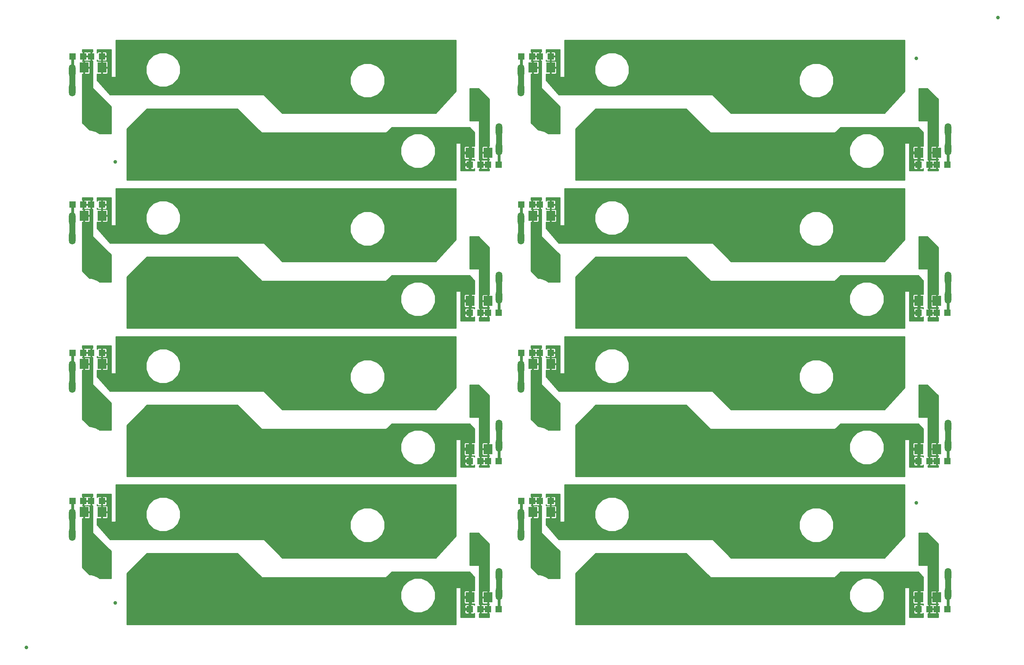
<source format=gbr>
G04 #@! TF.GenerationSoftware,KiCad,Pcbnew,(5.0.0)*
G04 #@! TF.CreationDate,2019-02-08T13:36:18+02:00*
G04 #@! TF.ProjectId,tp_x2_EKA_PnP,74705F78325F454B415F506E502E6B69,3*
G04 #@! TF.SameCoordinates,Original*
G04 #@! TF.FileFunction,Copper,L1,Top,Signal*
G04 #@! TF.FilePolarity,Positive*
%FSLAX46Y46*%
G04 Gerber Fmt 4.6, Leading zero omitted, Abs format (unit mm)*
G04 Created by KiCad (PCBNEW (5.0.0)) date 02/08/19 13:36:19*
%MOMM*%
%LPD*%
G01*
G04 APERTURE LIST*
G04 #@! TA.AperFunction,ComponentPad*
%ADD10C,2.499360*%
G04 #@! TD*
G04 #@! TA.AperFunction,BGAPad,CuDef*
%ADD11C,1.000000*%
G04 #@! TD*
G04 #@! TA.AperFunction,SMDPad,CuDef*
%ADD12R,1.800000X1.700000*%
G04 #@! TD*
G04 #@! TA.AperFunction,SMDPad,CuDef*
%ADD13R,2.400000X2.700000*%
G04 #@! TD*
G04 #@! TA.AperFunction,ComponentPad*
%ADD14C,2.800000*%
G04 #@! TD*
G04 #@! TA.AperFunction,ComponentPad*
%ADD15O,1.800000X3.600000*%
G04 #@! TD*
G04 #@! TA.AperFunction,ComponentPad*
%ADD16O,8.800000X2.800000*%
G04 #@! TD*
G04 #@! TA.AperFunction,Conductor*
%ADD17C,2.800000*%
G04 #@! TD*
G04 #@! TA.AperFunction,ComponentPad*
%ADD18O,3.600000X1.800000*%
G04 #@! TD*
G04 #@! TA.AperFunction,Conductor*
%ADD19C,1.600000*%
G04 #@! TD*
G04 #@! TA.AperFunction,Conductor*
%ADD20C,0.800000*%
G04 #@! TD*
G04 #@! TA.AperFunction,Conductor*
%ADD21C,0.250000*%
G04 #@! TD*
G04 #@! TA.AperFunction,Conductor*
%ADD22C,0.254000*%
G04 #@! TD*
G04 APERTURE END LIST*
D10*
G04 #@! TO.P,H1,1*
G04 #@! TO.N,/LD1*
X178000000Y-171000000D03*
G04 #@! TD*
G04 #@! TO.P,H1,1*
G04 #@! TO.N,/LD1*
X178000000Y-91000000D03*
G04 #@! TD*
G04 #@! TO.P,H1,1*
G04 #@! TO.N,/LD1*
X299000000Y-91000000D03*
G04 #@! TD*
G04 #@! TO.P,H1,1*
G04 #@! TO.N,/LD1*
X301000000Y-171000000D03*
G04 #@! TD*
D11*
G04 #@! TO.P,REF04,*
G04 #@! TO.N,*
X327000000Y-181000000D03*
G04 #@! TD*
G04 #@! TO.P,REF03,*
G04 #@! TO.N,*
X327000000Y-61000000D03*
G04 #@! TD*
G04 #@! TO.P,REF02,*
G04 #@! TO.N,*
X111000000Y-89000000D03*
G04 #@! TD*
G04 #@! TO.P,REF01,*
G04 #@! TO.N,*
X111000000Y-208000000D03*
G04 #@! TD*
G04 #@! TO.P,REF\002A\002A,*
G04 #@! TO.N,*
X349000000Y-50000000D03*
G04 #@! TD*
D10*
G04 #@! TO.P,H2,1*
G04 #@! TO.N,/PH3*
X133000000Y-179000000D03*
G04 #@! TD*
G04 #@! TO.P,H2,1*
G04 #@! TO.N,/PH1*
X133000000Y-139000000D03*
G04 #@! TD*
D12*
G04 #@! TO.P,R4,2*
G04 #@! TO.N,Net-(D1-Pad1)*
X104500000Y-180500000D03*
G04 #@! TO.P,R4,1*
G04 #@! TO.N,/PH3*
X107400000Y-180500000D03*
G04 #@! TD*
D10*
G04 #@! TO.P,H2,1*
G04 #@! TO.N,/PH3*
X187000000Y-179000000D03*
G04 #@! TD*
G04 #@! TO.P,H2,1*
G04 #@! TO.N,/PH3*
X197000000Y-184000000D03*
G04 #@! TD*
G04 #@! TO.P,H2,1*
G04 #@! TO.N,/PH1*
X115000000Y-141000000D03*
G04 #@! TD*
D12*
G04 #@! TO.P,R3,1*
G04 #@! TO.N,/CTRL3B*
X214400000Y-209700000D03*
G04 #@! TO.P,R3,2*
G04 #@! TO.N,Net-(D2-Pad1)*
X211500000Y-209700000D03*
G04 #@! TD*
D10*
G04 #@! TO.P,H2,1*
G04 #@! TO.N,/PH3*
X115000000Y-181000000D03*
G04 #@! TD*
D12*
G04 #@! TO.P,R2,2*
G04 #@! TO.N,Net-(D1-Pad1)*
X102400000Y-180500000D03*
G04 #@! TO.P,R2,1*
G04 #@! TO.N,/CTRL3A*
X99500000Y-180500000D03*
G04 #@! TD*
D10*
G04 #@! TO.P,H2,1*
G04 #@! TO.N,/PH3*
X151000000Y-179000000D03*
G04 #@! TD*
G04 #@! TO.P,H1,1*
G04 #@! TO.N,/LD3*
X119000000Y-207000000D03*
G04 #@! TD*
D13*
G04 #@! TO.P,D1,2*
G04 #@! TO.N,/PH3*
X107400000Y-183500000D03*
G04 #@! TO.P,D1,1*
G04 #@! TO.N,Net-(D1-Pad1)*
X102600000Y-183500000D03*
G04 #@! TD*
D14*
G04 #@! TO.P,X4,1*
G04 #@! TO.N,/LD3*
X152500000Y-211100000D03*
X147500000Y-211100000D03*
X142500000Y-211100000D03*
X152500000Y-204000000D03*
X147500000Y-204000000D03*
X142500000Y-204000000D03*
G04 #@! TD*
G04 #@! TO.P,X5,1*
G04 #@! TO.N,/PH3*
X158000000Y-180900000D03*
X163000000Y-180900000D03*
X168000000Y-180900000D03*
X158000000Y-188000000D03*
X163000000Y-188000000D03*
X168000000Y-188000000D03*
G04 #@! TD*
D15*
G04 #@! TO.P,X17,1*
G04 #@! TO.N,/CTRL3A*
X99400000Y-184420000D03*
X99400000Y-189500000D03*
G04 #@! TD*
D12*
G04 #@! TO.P,R1,1*
G04 #@! TO.N,/LD3*
X206600000Y-209700000D03*
G04 #@! TO.P,R1,2*
G04 #@! TO.N,Net-(D2-Pad1)*
X209500000Y-209700000D03*
G04 #@! TD*
D10*
G04 #@! TO.P,H2,1*
G04 #@! TO.N,/PH1*
X254000000Y-139000000D03*
G04 #@! TD*
G04 #@! TO.P,H2,1*
G04 #@! TO.N,/PH3*
X308000000Y-179000000D03*
G04 #@! TD*
D12*
G04 #@! TO.P,R4,1*
G04 #@! TO.N,/PH3*
X228400000Y-180500000D03*
G04 #@! TO.P,R4,2*
G04 #@! TO.N,Net-(D1-Pad1)*
X225500000Y-180500000D03*
G04 #@! TD*
D10*
G04 #@! TO.P,H2,1*
G04 #@! TO.N,/PH3*
X318000000Y-184000000D03*
G04 #@! TD*
G04 #@! TO.P,H1,1*
G04 #@! TO.N,/LD3*
X240000000Y-207000000D03*
G04 #@! TD*
G04 #@! TO.P,H2,1*
G04 #@! TO.N,/PH1*
X236000000Y-141000000D03*
G04 #@! TD*
D13*
G04 #@! TO.P,D1,1*
G04 #@! TO.N,Net-(D1-Pad1)*
X223600000Y-183500000D03*
G04 #@! TO.P,D1,2*
G04 #@! TO.N,/PH3*
X228400000Y-183500000D03*
G04 #@! TD*
D12*
G04 #@! TO.P,R1,2*
G04 #@! TO.N,Net-(D2-Pad1)*
X330500000Y-209700000D03*
G04 #@! TO.P,R1,1*
G04 #@! TO.N,/LD3*
X327600000Y-209700000D03*
G04 #@! TD*
G04 #@! TO.P,R3,2*
G04 #@! TO.N,Net-(D2-Pad1)*
X332500000Y-209700000D03*
G04 #@! TO.P,R3,1*
G04 #@! TO.N,/CTRL3B*
X335400000Y-209700000D03*
G04 #@! TD*
D10*
G04 #@! TO.P,H2,1*
G04 #@! TO.N,/PH3*
X272000000Y-179000000D03*
G04 #@! TD*
D15*
G04 #@! TO.P,X17,1*
G04 #@! TO.N,/CTRL3A*
X220400000Y-189500000D03*
X220400000Y-184420000D03*
G04 #@! TD*
D14*
G04 #@! TO.P,X5,1*
G04 #@! TO.N,/PH3*
X289000000Y-188000000D03*
X284000000Y-188000000D03*
X279000000Y-188000000D03*
X289000000Y-180900000D03*
X284000000Y-180900000D03*
X279000000Y-180900000D03*
G04 #@! TD*
D12*
G04 #@! TO.P,R2,1*
G04 #@! TO.N,/CTRL3A*
X220500000Y-180500000D03*
G04 #@! TO.P,R2,2*
G04 #@! TO.N,Net-(D1-Pad1)*
X223400000Y-180500000D03*
G04 #@! TD*
D14*
G04 #@! TO.P,X4,1*
G04 #@! TO.N,/LD3*
X263500000Y-204000000D03*
X268500000Y-204000000D03*
X273500000Y-204000000D03*
X263500000Y-211100000D03*
X268500000Y-211100000D03*
X273500000Y-211100000D03*
G04 #@! TD*
D10*
G04 #@! TO.P,H2,1*
G04 #@! TO.N,/PH3*
X254000000Y-179000000D03*
G04 #@! TD*
G04 #@! TO.P,H2,1*
G04 #@! TO.N,/PH3*
X236000000Y-181000000D03*
G04 #@! TD*
D16*
G04 #@! TO.P,V2.1,3*
G04 #@! TO.N,/PH3*
X234619236Y-188634980D03*
D14*
G04 #@! TO.P,V2.1,1*
G04 #@! TO.N,/LD3*
X239307528Y-199296590D03*
D17*
G04 #@! TD*
G04 #@! TO.N,/LD3*
G04 #@! TO.C,V2.1*
X237261533Y-201490651D02*
X241353523Y-197102529D01*
D14*
G04 #@! TO.P,V2.1,2*
G04 #@! TO.N,Net-(D1-Pad1)*
X228389270Y-196635452D03*
D17*
G04 #@! TD*
G04 #@! TO.N,Net-(D1-Pad1)*
G04 #@! TO.C,V2.1*
X227784465Y-194209713D02*
X228994075Y-199061191D01*
D13*
G04 #@! TO.P,D2,2*
G04 #@! TO.N,/LD3*
X327700000Y-206500000D03*
G04 #@! TO.P,D2,1*
G04 #@! TO.N,Net-(D2-Pad1)*
X332500000Y-206500000D03*
G04 #@! TD*
D10*
G04 #@! TO.P,H1,1*
G04 #@! TO.N,/LD3*
X321000000Y-208000000D03*
G04 #@! TD*
G04 #@! TO.P,H2,1*
G04 #@! TO.N,/PH3*
X311000000Y-191000000D03*
G04 #@! TD*
G04 #@! TO.P,H1,1*
G04 #@! TO.N,/LD3*
X282000000Y-211000000D03*
G04 #@! TD*
D14*
G04 #@! TO.P,X2,1*
G04 #@! TO.N,/PH1*
X279000000Y-140900000D03*
X284000000Y-140900000D03*
X289000000Y-140900000D03*
X279000000Y-148000000D03*
X284000000Y-148000000D03*
X289000000Y-148000000D03*
G04 #@! TD*
D16*
G04 #@! TO.P,V2.2,3*
G04 #@! TO.N,/LD3*
X323880764Y-201465020D03*
D14*
G04 #@! TO.P,V2.2,1*
G04 #@! TO.N,/PH3*
X319192472Y-190803410D03*
D17*
G04 #@! TD*
G04 #@! TO.N,/PH3*
G04 #@! TO.C,V2.2*
X321238467Y-188609349D02*
X317146477Y-192997471D01*
D14*
G04 #@! TO.P,V2.2,2*
G04 #@! TO.N,Net-(D2-Pad1)*
X330110730Y-193464548D03*
D17*
G04 #@! TD*
G04 #@! TO.N,Net-(D2-Pad1)*
G04 #@! TO.C,V2.2*
X330715535Y-195890287D02*
X329505925Y-191038809D01*
D10*
G04 #@! TO.P,H1,1*
G04 #@! TO.N,/LD1*
X321000000Y-168000000D03*
G04 #@! TD*
G04 #@! TO.P,H2,1*
G04 #@! TO.N,/PH1*
X311000000Y-151000000D03*
G04 #@! TD*
D18*
G04 #@! TO.P,X6,1*
G04 #@! TO.N,/LD3*
X292040000Y-205000000D03*
X286960000Y-205000000D03*
G04 #@! TD*
D10*
G04 #@! TO.P,H1,1*
G04 #@! TO.N,/LD1*
X252000000Y-169000000D03*
G04 #@! TD*
G04 #@! TO.P,H2,1*
G04 #@! TO.N,/PH1*
X308000000Y-139000000D03*
G04 #@! TD*
G04 #@! TO.P,H1,1*
G04 #@! TO.N,/LD1*
X240000000Y-167000000D03*
G04 #@! TD*
G04 #@! TO.P,H1,1*
G04 #@! TO.N,/LD1*
X282000000Y-171000000D03*
G04 #@! TD*
G04 #@! TO.P,H2,1*
G04 #@! TO.N,/PH1*
X318000000Y-144000000D03*
G04 #@! TD*
G04 #@! TO.P,H1,1*
G04 #@! TO.N,/LD3*
X306000000Y-204000000D03*
G04 #@! TD*
G04 #@! TO.P,H1,1*
G04 #@! TO.N,/LD1*
X306000000Y-164000000D03*
G04 #@! TD*
D13*
G04 #@! TO.P,D3,2*
G04 #@! TO.N,/PH1*
X228400000Y-143500000D03*
G04 #@! TO.P,D3,1*
G04 #@! TO.N,Net-(D3-Pad1)*
X223600000Y-143500000D03*
G04 #@! TD*
D12*
G04 #@! TO.P,R7,2*
G04 #@! TO.N,Net-(D3-Pad1)*
X223400000Y-140500000D03*
G04 #@! TO.P,R7,1*
G04 #@! TO.N,/CTRL1A*
X220500000Y-140500000D03*
G04 #@! TD*
D15*
G04 #@! TO.P,X7,1*
G04 #@! TO.N,/CTRL1B*
X335500000Y-165440000D03*
X335500000Y-160360000D03*
G04 #@! TD*
D10*
G04 #@! TO.P,H2,1*
G04 #@! TO.N,/PH1*
X272000000Y-139000000D03*
G04 #@! TD*
D18*
G04 #@! TO.P,X3,1*
G04 #@! TO.N,/LD1*
X286960000Y-165000000D03*
X292040000Y-165000000D03*
G04 #@! TD*
D12*
G04 #@! TO.P,R6,1*
G04 #@! TO.N,/LD1*
X327600000Y-169700000D03*
G04 #@! TO.P,R6,2*
G04 #@! TO.N,Net-(D4-Pad1)*
X330500000Y-169700000D03*
G04 #@! TD*
D14*
G04 #@! TO.P,V1.1,2*
G04 #@! TO.N,Net-(D3-Pad1)*
X228389270Y-156635452D03*
D17*
G04 #@! TD*
G04 #@! TO.N,Net-(D3-Pad1)*
G04 #@! TO.C,V1.1*
X227784465Y-154209713D02*
X228994075Y-159061191D01*
D14*
G04 #@! TO.P,V1.1,1*
G04 #@! TO.N,/LD1*
X239307528Y-159296590D03*
D17*
G04 #@! TD*
G04 #@! TO.N,/LD1*
G04 #@! TO.C,V1.1*
X237261533Y-161490651D02*
X241353523Y-157102529D01*
D16*
G04 #@! TO.P,V1.1,3*
G04 #@! TO.N,/PH1*
X234619236Y-148634980D03*
G04 #@! TD*
D12*
G04 #@! TO.P,R8,1*
G04 #@! TO.N,/CTRL1B*
X335400000Y-169700000D03*
G04 #@! TO.P,R8,2*
G04 #@! TO.N,Net-(D4-Pad1)*
X332500000Y-169700000D03*
G04 #@! TD*
D15*
G04 #@! TO.P,X9,1*
G04 #@! TO.N,/CTRL1A*
X220400000Y-144420000D03*
X220400000Y-149500000D03*
G04 #@! TD*
D14*
G04 #@! TO.P,X1,1*
G04 #@! TO.N,/LD1*
X273500000Y-171100000D03*
X268500000Y-171100000D03*
X263500000Y-171100000D03*
X273500000Y-164000000D03*
X268500000Y-164000000D03*
X263500000Y-164000000D03*
G04 #@! TD*
D18*
G04 #@! TO.P,X12,1*
G04 #@! TO.N,/PH1*
X266740000Y-143900000D03*
X261660000Y-143900000D03*
G04 #@! TD*
D13*
G04 #@! TO.P,D4,1*
G04 #@! TO.N,Net-(D4-Pad1)*
X332500000Y-166500000D03*
G04 #@! TO.P,D4,2*
G04 #@! TO.N,/LD1*
X327700000Y-166500000D03*
G04 #@! TD*
D10*
G04 #@! TO.P,H1,1*
G04 #@! TO.N,/LD1*
X247000000Y-159000000D03*
G04 #@! TD*
D12*
G04 #@! TO.P,R9,2*
G04 #@! TO.N,Net-(D3-Pad1)*
X225500000Y-140500000D03*
G04 #@! TO.P,R9,1*
G04 #@! TO.N,/PH1*
X228400000Y-140500000D03*
G04 #@! TD*
D14*
G04 #@! TO.P,V1.2,2*
G04 #@! TO.N,Net-(D4-Pad1)*
X330110730Y-153464548D03*
D17*
G04 #@! TD*
G04 #@! TO.N,Net-(D4-Pad1)*
G04 #@! TO.C,V1.2*
X330715535Y-155890287D02*
X329505925Y-151038809D01*
D14*
G04 #@! TO.P,V1.2,1*
G04 #@! TO.N,/PH1*
X319192472Y-150803410D03*
D17*
G04 #@! TD*
G04 #@! TO.N,/PH1*
G04 #@! TO.C,V1.2*
X321238467Y-148609349D02*
X317146477Y-152997471D01*
D16*
G04 #@! TO.P,V1.2,3*
G04 #@! TO.N,/LD1*
X323880764Y-161465020D03*
G04 #@! TD*
D18*
G04 #@! TO.P,X26,1*
G04 #@! TO.N,/PH3*
X261660000Y-183900000D03*
X266740000Y-183900000D03*
G04 #@! TD*
D10*
G04 #@! TO.P,H1,1*
G04 #@! TO.N,/LD3*
X252000000Y-209000000D03*
G04 #@! TD*
G04 #@! TO.P,H1,1*
G04 #@! TO.N,/LD3*
X247000000Y-199000000D03*
G04 #@! TD*
D12*
G04 #@! TO.P,R9,1*
G04 #@! TO.N,/PH1*
X107400000Y-140500000D03*
G04 #@! TO.P,R9,2*
G04 #@! TO.N,Net-(D3-Pad1)*
X104500000Y-140500000D03*
G04 #@! TD*
G04 #@! TO.P,R7,1*
G04 #@! TO.N,/CTRL1A*
X99500000Y-140500000D03*
G04 #@! TO.P,R7,2*
G04 #@! TO.N,Net-(D3-Pad1)*
X102400000Y-140500000D03*
G04 #@! TD*
G04 #@! TO.P,R6,2*
G04 #@! TO.N,Net-(D4-Pad1)*
X209500000Y-169700000D03*
G04 #@! TO.P,R6,1*
G04 #@! TO.N,/LD1*
X206600000Y-169700000D03*
G04 #@! TD*
G04 #@! TO.P,R8,2*
G04 #@! TO.N,Net-(D4-Pad1)*
X211500000Y-169700000D03*
G04 #@! TO.P,R8,1*
G04 #@! TO.N,/CTRL1B*
X214400000Y-169700000D03*
G04 #@! TD*
D18*
G04 #@! TO.P,X12,1*
G04 #@! TO.N,/PH1*
X140660000Y-143900000D03*
X145740000Y-143900000D03*
G04 #@! TD*
D16*
G04 #@! TO.P,V1.1,3*
G04 #@! TO.N,/PH1*
X113619236Y-148634980D03*
D14*
G04 #@! TO.P,V1.1,1*
G04 #@! TO.N,/LD1*
X118307528Y-159296590D03*
D17*
G04 #@! TD*
G04 #@! TO.N,/LD1*
G04 #@! TO.C,V1.1*
X116261533Y-161490651D02*
X120353523Y-157102529D01*
D14*
G04 #@! TO.P,V1.1,2*
G04 #@! TO.N,Net-(D3-Pad1)*
X107389270Y-156635452D03*
D17*
G04 #@! TD*
G04 #@! TO.N,Net-(D3-Pad1)*
G04 #@! TO.C,V1.1*
X106784465Y-154209713D02*
X107994075Y-159061191D01*
D14*
G04 #@! TO.P,X1,1*
G04 #@! TO.N,/LD1*
X142500000Y-164000000D03*
X147500000Y-164000000D03*
X152500000Y-164000000D03*
X142500000Y-171100000D03*
X147500000Y-171100000D03*
X152500000Y-171100000D03*
G04 #@! TD*
D15*
G04 #@! TO.P,X9,1*
G04 #@! TO.N,/CTRL1A*
X99400000Y-149500000D03*
X99400000Y-144420000D03*
G04 #@! TD*
D13*
G04 #@! TO.P,D3,1*
G04 #@! TO.N,Net-(D3-Pad1)*
X102600000Y-143500000D03*
G04 #@! TO.P,D3,2*
G04 #@! TO.N,/PH1*
X107400000Y-143500000D03*
G04 #@! TD*
G04 #@! TO.P,D4,2*
G04 #@! TO.N,/LD1*
X206700000Y-166500000D03*
G04 #@! TO.P,D4,1*
G04 #@! TO.N,Net-(D4-Pad1)*
X211500000Y-166500000D03*
G04 #@! TD*
D16*
G04 #@! TO.P,V1.2,3*
G04 #@! TO.N,/LD1*
X202880764Y-161465020D03*
D14*
G04 #@! TO.P,V1.2,1*
G04 #@! TO.N,/PH1*
X198192472Y-150803410D03*
D17*
G04 #@! TD*
G04 #@! TO.N,/PH1*
G04 #@! TO.C,V1.2*
X200238467Y-148609349D02*
X196146477Y-152997471D01*
D14*
G04 #@! TO.P,V1.2,2*
G04 #@! TO.N,Net-(D4-Pad1)*
X209110730Y-153464548D03*
D17*
G04 #@! TD*
G04 #@! TO.N,Net-(D4-Pad1)*
G04 #@! TO.C,V1.2*
X209715535Y-155890287D02*
X208505925Y-151038809D01*
D18*
G04 #@! TO.P,X3,1*
G04 #@! TO.N,/LD1*
X171040000Y-165000000D03*
X165960000Y-165000000D03*
G04 #@! TD*
D15*
G04 #@! TO.P,X7,1*
G04 #@! TO.N,/CTRL1B*
X214500000Y-160360000D03*
X214500000Y-165440000D03*
G04 #@! TD*
D10*
G04 #@! TO.P,H1,1*
G04 #@! TO.N,/LD1*
X185000000Y-164000000D03*
G04 #@! TD*
G04 #@! TO.P,H2,1*
G04 #@! TO.N,/PH1*
X151000000Y-139000000D03*
G04 #@! TD*
G04 #@! TO.P,H1,1*
G04 #@! TO.N,/LD1*
X126000000Y-159000000D03*
G04 #@! TD*
G04 #@! TO.P,H1,1*
G04 #@! TO.N,/LD1*
X131000000Y-169000000D03*
G04 #@! TD*
G04 #@! TO.P,H1,1*
G04 #@! TO.N,/LD1*
X161000000Y-171000000D03*
G04 #@! TD*
G04 #@! TO.P,H1,1*
G04 #@! TO.N,/LD1*
X200000000Y-168000000D03*
G04 #@! TD*
G04 #@! TO.P,H2,1*
G04 #@! TO.N,/PH1*
X190000000Y-151000000D03*
G04 #@! TD*
G04 #@! TO.P,H2,1*
G04 #@! TO.N,/PH1*
X187000000Y-139000000D03*
G04 #@! TD*
G04 #@! TO.P,H1,1*
G04 #@! TO.N,/LD1*
X119000000Y-167000000D03*
G04 #@! TD*
D14*
G04 #@! TO.P,X2,1*
G04 #@! TO.N,/PH1*
X168000000Y-148000000D03*
X163000000Y-148000000D03*
X158000000Y-148000000D03*
X168000000Y-140900000D03*
X163000000Y-140900000D03*
X158000000Y-140900000D03*
G04 #@! TD*
D15*
G04 #@! TO.P,X14,1*
G04 #@! TO.N,/CTRL3B*
X335500000Y-200360000D03*
X335500000Y-205440000D03*
G04 #@! TD*
D10*
G04 #@! TO.P,H1,1*
G04 #@! TO.N,/LD3*
X300000000Y-211000000D03*
G04 #@! TD*
G04 #@! TO.P,H2,1*
G04 #@! TO.N,/PH1*
X197000000Y-144000000D03*
G04 #@! TD*
G04 #@! TO.P,H1,1*
G04 #@! TO.N,/LD3*
X185000000Y-204000000D03*
G04 #@! TD*
D14*
G04 #@! TO.P,V2.1,2*
G04 #@! TO.N,Net-(D1-Pad1)*
X107389270Y-196635452D03*
D17*
G04 #@! TD*
G04 #@! TO.N,Net-(D1-Pad1)*
G04 #@! TO.C,V2.1*
X106784465Y-194209713D02*
X107994075Y-199061191D01*
D14*
G04 #@! TO.P,V2.1,1*
G04 #@! TO.N,/LD3*
X118307528Y-199296590D03*
D17*
G04 #@! TD*
G04 #@! TO.N,/LD3*
G04 #@! TO.C,V2.1*
X116261533Y-201490651D02*
X120353523Y-197102529D01*
D16*
G04 #@! TO.P,V2.1,3*
G04 #@! TO.N,/PH3*
X113619236Y-188634980D03*
G04 #@! TD*
D13*
G04 #@! TO.P,D2,1*
G04 #@! TO.N,Net-(D2-Pad1)*
X211500000Y-206500000D03*
G04 #@! TO.P,D2,2*
G04 #@! TO.N,/LD3*
X206700000Y-206500000D03*
G04 #@! TD*
D18*
G04 #@! TO.P,X6,1*
G04 #@! TO.N,/LD3*
X165960000Y-205000000D03*
X171040000Y-205000000D03*
G04 #@! TD*
D10*
G04 #@! TO.P,H1,1*
G04 #@! TO.N,/LD3*
X200000000Y-208000000D03*
G04 #@! TD*
G04 #@! TO.P,H2,1*
G04 #@! TO.N,/PH3*
X190000000Y-191000000D03*
G04 #@! TD*
G04 #@! TO.P,H1,1*
G04 #@! TO.N,/LD3*
X161000000Y-211000000D03*
G04 #@! TD*
D14*
G04 #@! TO.P,V2.2,2*
G04 #@! TO.N,Net-(D2-Pad1)*
X209110730Y-193464548D03*
D17*
G04 #@! TD*
G04 #@! TO.N,Net-(D2-Pad1)*
G04 #@! TO.C,V2.2*
X209715535Y-195890287D02*
X208505925Y-191038809D01*
D14*
G04 #@! TO.P,V2.2,1*
G04 #@! TO.N,/PH3*
X198192472Y-190803410D03*
D17*
G04 #@! TD*
G04 #@! TO.N,/PH3*
G04 #@! TO.C,V2.2*
X200238467Y-188609349D02*
X196146477Y-192997471D01*
D16*
G04 #@! TO.P,V2.2,3*
G04 #@! TO.N,/LD3*
X202880764Y-201465020D03*
G04 #@! TD*
D15*
G04 #@! TO.P,X14,1*
G04 #@! TO.N,/CTRL3B*
X214500000Y-205440000D03*
X214500000Y-200360000D03*
G04 #@! TD*
D10*
G04 #@! TO.P,H1,1*
G04 #@! TO.N,/LD3*
X179000000Y-211000000D03*
G04 #@! TD*
D18*
G04 #@! TO.P,X26,1*
G04 #@! TO.N,/PH3*
X145740000Y-183900000D03*
X140660000Y-183900000D03*
G04 #@! TD*
D10*
G04 #@! TO.P,H1,1*
G04 #@! TO.N,/LD3*
X131000000Y-209000000D03*
G04 #@! TD*
G04 #@! TO.P,H1,1*
G04 #@! TO.N,/LD3*
X126000000Y-199000000D03*
G04 #@! TD*
G04 #@! TO.P,H2,1*
G04 #@! TO.N,/PH3*
X254000000Y-99000000D03*
G04 #@! TD*
G04 #@! TO.P,H2,1*
G04 #@! TO.N,/PH1*
X254000000Y-59000000D03*
G04 #@! TD*
D12*
G04 #@! TO.P,R4,2*
G04 #@! TO.N,Net-(D1-Pad1)*
X225500000Y-100500000D03*
G04 #@! TO.P,R4,1*
G04 #@! TO.N,/PH3*
X228400000Y-100500000D03*
G04 #@! TD*
D10*
G04 #@! TO.P,H2,1*
G04 #@! TO.N,/PH3*
X308000000Y-99000000D03*
G04 #@! TD*
G04 #@! TO.P,H2,1*
G04 #@! TO.N,/PH3*
X318000000Y-104000000D03*
G04 #@! TD*
G04 #@! TO.P,H2,1*
G04 #@! TO.N,/PH1*
X236000000Y-61000000D03*
G04 #@! TD*
D12*
G04 #@! TO.P,R3,1*
G04 #@! TO.N,/CTRL3B*
X335400000Y-129700000D03*
G04 #@! TO.P,R3,2*
G04 #@! TO.N,Net-(D2-Pad1)*
X332500000Y-129700000D03*
G04 #@! TD*
D10*
G04 #@! TO.P,H2,1*
G04 #@! TO.N,/PH3*
X236000000Y-101000000D03*
G04 #@! TD*
D12*
G04 #@! TO.P,R2,2*
G04 #@! TO.N,Net-(D1-Pad1)*
X223400000Y-100500000D03*
G04 #@! TO.P,R2,1*
G04 #@! TO.N,/CTRL3A*
X220500000Y-100500000D03*
G04 #@! TD*
D10*
G04 #@! TO.P,H2,1*
G04 #@! TO.N,/PH3*
X272000000Y-99000000D03*
G04 #@! TD*
G04 #@! TO.P,H1,1*
G04 #@! TO.N,/LD3*
X240000000Y-127000000D03*
G04 #@! TD*
D13*
G04 #@! TO.P,D1,2*
G04 #@! TO.N,/PH3*
X228400000Y-103500000D03*
G04 #@! TO.P,D1,1*
G04 #@! TO.N,Net-(D1-Pad1)*
X223600000Y-103500000D03*
G04 #@! TD*
D14*
G04 #@! TO.P,X4,1*
G04 #@! TO.N,/LD3*
X273500000Y-131100000D03*
X268500000Y-131100000D03*
X263500000Y-131100000D03*
X273500000Y-124000000D03*
X268500000Y-124000000D03*
X263500000Y-124000000D03*
G04 #@! TD*
G04 #@! TO.P,X5,1*
G04 #@! TO.N,/PH3*
X279000000Y-100900000D03*
X284000000Y-100900000D03*
X289000000Y-100900000D03*
X279000000Y-108000000D03*
X284000000Y-108000000D03*
X289000000Y-108000000D03*
G04 #@! TD*
D15*
G04 #@! TO.P,X17,1*
G04 #@! TO.N,/CTRL3A*
X220400000Y-104420000D03*
X220400000Y-109500000D03*
G04 #@! TD*
D12*
G04 #@! TO.P,R1,1*
G04 #@! TO.N,/LD3*
X327600000Y-129700000D03*
G04 #@! TO.P,R1,2*
G04 #@! TO.N,Net-(D2-Pad1)*
X330500000Y-129700000D03*
G04 #@! TD*
G04 #@! TO.P,R9,1*
G04 #@! TO.N,/PH1*
X228400000Y-60500000D03*
G04 #@! TO.P,R9,2*
G04 #@! TO.N,Net-(D3-Pad1)*
X225500000Y-60500000D03*
G04 #@! TD*
G04 #@! TO.P,R7,1*
G04 #@! TO.N,/CTRL1A*
X220500000Y-60500000D03*
G04 #@! TO.P,R7,2*
G04 #@! TO.N,Net-(D3-Pad1)*
X223400000Y-60500000D03*
G04 #@! TD*
G04 #@! TO.P,R6,2*
G04 #@! TO.N,Net-(D4-Pad1)*
X330500000Y-89700000D03*
G04 #@! TO.P,R6,1*
G04 #@! TO.N,/LD1*
X327600000Y-89700000D03*
G04 #@! TD*
G04 #@! TO.P,R8,2*
G04 #@! TO.N,Net-(D4-Pad1)*
X332500000Y-89700000D03*
G04 #@! TO.P,R8,1*
G04 #@! TO.N,/CTRL1B*
X335400000Y-89700000D03*
G04 #@! TD*
D18*
G04 #@! TO.P,X12,1*
G04 #@! TO.N,/PH1*
X261660000Y-63900000D03*
X266740000Y-63900000D03*
G04 #@! TD*
D16*
G04 #@! TO.P,V1.1,3*
G04 #@! TO.N,/PH1*
X234619236Y-68634980D03*
D14*
G04 #@! TO.P,V1.1,1*
G04 #@! TO.N,/LD1*
X239307528Y-79296590D03*
D17*
G04 #@! TD*
G04 #@! TO.N,/LD1*
G04 #@! TO.C,V1.1*
X237261533Y-81490651D02*
X241353523Y-77102529D01*
D14*
G04 #@! TO.P,V1.1,2*
G04 #@! TO.N,Net-(D3-Pad1)*
X228389270Y-76635452D03*
D17*
G04 #@! TD*
G04 #@! TO.N,Net-(D3-Pad1)*
G04 #@! TO.C,V1.1*
X227784465Y-74209713D02*
X228994075Y-79061191D01*
D14*
G04 #@! TO.P,X1,1*
G04 #@! TO.N,/LD1*
X263500000Y-84000000D03*
X268500000Y-84000000D03*
X273500000Y-84000000D03*
X263500000Y-91100000D03*
X268500000Y-91100000D03*
X273500000Y-91100000D03*
G04 #@! TD*
D15*
G04 #@! TO.P,X9,1*
G04 #@! TO.N,/CTRL1A*
X220400000Y-69500000D03*
X220400000Y-64420000D03*
G04 #@! TD*
D13*
G04 #@! TO.P,D3,1*
G04 #@! TO.N,Net-(D3-Pad1)*
X223600000Y-63500000D03*
G04 #@! TO.P,D3,2*
G04 #@! TO.N,/PH1*
X228400000Y-63500000D03*
G04 #@! TD*
G04 #@! TO.P,D4,2*
G04 #@! TO.N,/LD1*
X327700000Y-86500000D03*
G04 #@! TO.P,D4,1*
G04 #@! TO.N,Net-(D4-Pad1)*
X332500000Y-86500000D03*
G04 #@! TD*
D16*
G04 #@! TO.P,V1.2,3*
G04 #@! TO.N,/LD1*
X323880764Y-81465020D03*
D14*
G04 #@! TO.P,V1.2,1*
G04 #@! TO.N,/PH1*
X319192472Y-70803410D03*
D17*
G04 #@! TD*
G04 #@! TO.N,/PH1*
G04 #@! TO.C,V1.2*
X321238467Y-68609349D02*
X317146477Y-72997471D01*
D14*
G04 #@! TO.P,V1.2,2*
G04 #@! TO.N,Net-(D4-Pad1)*
X330110730Y-73464548D03*
D17*
G04 #@! TD*
G04 #@! TO.N,Net-(D4-Pad1)*
G04 #@! TO.C,V1.2*
X330715535Y-75890287D02*
X329505925Y-71038809D01*
D18*
G04 #@! TO.P,X3,1*
G04 #@! TO.N,/LD1*
X292040000Y-85000000D03*
X286960000Y-85000000D03*
G04 #@! TD*
D15*
G04 #@! TO.P,X7,1*
G04 #@! TO.N,/CTRL1B*
X335500000Y-80360000D03*
X335500000Y-85440000D03*
G04 #@! TD*
D10*
G04 #@! TO.P,H1,1*
G04 #@! TO.N,/LD1*
X306000000Y-84000000D03*
G04 #@! TD*
G04 #@! TO.P,H2,1*
G04 #@! TO.N,/PH1*
X272000000Y-59000000D03*
G04 #@! TD*
G04 #@! TO.P,H1,1*
G04 #@! TO.N,/LD1*
X247000000Y-79000000D03*
G04 #@! TD*
G04 #@! TO.P,H1,1*
G04 #@! TO.N,/LD1*
X252000000Y-89000000D03*
G04 #@! TD*
G04 #@! TO.P,H1,1*
G04 #@! TO.N,/LD1*
X282000000Y-91000000D03*
G04 #@! TD*
G04 #@! TO.P,H1,1*
G04 #@! TO.N,/LD1*
X321000000Y-88000000D03*
G04 #@! TD*
G04 #@! TO.P,H2,1*
G04 #@! TO.N,/PH1*
X311000000Y-71000000D03*
G04 #@! TD*
G04 #@! TO.P,H2,1*
G04 #@! TO.N,/PH1*
X308000000Y-59000000D03*
G04 #@! TD*
G04 #@! TO.P,H1,1*
G04 #@! TO.N,/LD1*
X240000000Y-87000000D03*
G04 #@! TD*
D14*
G04 #@! TO.P,X2,1*
G04 #@! TO.N,/PH1*
X289000000Y-68000000D03*
X284000000Y-68000000D03*
X279000000Y-68000000D03*
X289000000Y-60900000D03*
X284000000Y-60900000D03*
X279000000Y-60900000D03*
G04 #@! TD*
D10*
G04 #@! TO.P,H2,1*
G04 #@! TO.N,/PH1*
X318000000Y-64000000D03*
G04 #@! TD*
G04 #@! TO.P,H1,1*
G04 #@! TO.N,/LD3*
X306000000Y-124000000D03*
G04 #@! TD*
D14*
G04 #@! TO.P,V2.1,2*
G04 #@! TO.N,Net-(D1-Pad1)*
X228389270Y-116635452D03*
D17*
G04 #@! TD*
G04 #@! TO.N,Net-(D1-Pad1)*
G04 #@! TO.C,V2.1*
X227784465Y-114209713D02*
X228994075Y-119061191D01*
D14*
G04 #@! TO.P,V2.1,1*
G04 #@! TO.N,/LD3*
X239307528Y-119296590D03*
D17*
G04 #@! TD*
G04 #@! TO.N,/LD3*
G04 #@! TO.C,V2.1*
X237261533Y-121490651D02*
X241353523Y-117102529D01*
D16*
G04 #@! TO.P,V2.1,3*
G04 #@! TO.N,/PH3*
X234619236Y-108634980D03*
G04 #@! TD*
D13*
G04 #@! TO.P,D2,1*
G04 #@! TO.N,Net-(D2-Pad1)*
X332500000Y-126500000D03*
G04 #@! TO.P,D2,2*
G04 #@! TO.N,/LD3*
X327700000Y-126500000D03*
G04 #@! TD*
D18*
G04 #@! TO.P,X6,1*
G04 #@! TO.N,/LD3*
X286960000Y-125000000D03*
X292040000Y-125000000D03*
G04 #@! TD*
D10*
G04 #@! TO.P,H1,1*
G04 #@! TO.N,/LD3*
X321000000Y-128000000D03*
G04 #@! TD*
G04 #@! TO.P,H2,1*
G04 #@! TO.N,/PH3*
X311000000Y-111000000D03*
G04 #@! TD*
G04 #@! TO.P,H1,1*
G04 #@! TO.N,/LD3*
X282000000Y-131000000D03*
G04 #@! TD*
D14*
G04 #@! TO.P,V2.2,2*
G04 #@! TO.N,Net-(D2-Pad1)*
X330110730Y-113464548D03*
D17*
G04 #@! TD*
G04 #@! TO.N,Net-(D2-Pad1)*
G04 #@! TO.C,V2.2*
X330715535Y-115890287D02*
X329505925Y-111038809D01*
D14*
G04 #@! TO.P,V2.2,1*
G04 #@! TO.N,/PH3*
X319192472Y-110803410D03*
D17*
G04 #@! TD*
G04 #@! TO.N,/PH3*
G04 #@! TO.C,V2.2*
X321238467Y-108609349D02*
X317146477Y-112997471D01*
D16*
G04 #@! TO.P,V2.2,3*
G04 #@! TO.N,/LD3*
X323880764Y-121465020D03*
G04 #@! TD*
D15*
G04 #@! TO.P,X14,1*
G04 #@! TO.N,/CTRL3B*
X335500000Y-125440000D03*
X335500000Y-120360000D03*
G04 #@! TD*
D10*
G04 #@! TO.P,H1,1*
G04 #@! TO.N,/LD3*
X300000000Y-131000000D03*
G04 #@! TD*
D18*
G04 #@! TO.P,X26,1*
G04 #@! TO.N,/PH3*
X266740000Y-103900000D03*
X261660000Y-103900000D03*
G04 #@! TD*
D10*
G04 #@! TO.P,H1,1*
G04 #@! TO.N,/LD3*
X252000000Y-129000000D03*
G04 #@! TD*
G04 #@! TO.P,H1,1*
G04 #@! TO.N,/LD3*
X247000000Y-119000000D03*
G04 #@! TD*
D13*
G04 #@! TO.P,D2,2*
G04 #@! TO.N,/LD3*
X206700000Y-126500000D03*
G04 #@! TO.P,D2,1*
G04 #@! TO.N,Net-(D2-Pad1)*
X211500000Y-126500000D03*
G04 #@! TD*
D15*
G04 #@! TO.P,X14,1*
G04 #@! TO.N,/CTRL3B*
X214500000Y-120360000D03*
X214500000Y-125440000D03*
G04 #@! TD*
D18*
G04 #@! TO.P,X26,1*
G04 #@! TO.N,/PH3*
X140660000Y-103900000D03*
X145740000Y-103900000D03*
G04 #@! TD*
D16*
G04 #@! TO.P,V2.1,3*
G04 #@! TO.N,/PH3*
X113619236Y-108634980D03*
D14*
G04 #@! TO.P,V2.1,1*
G04 #@! TO.N,/LD3*
X118307528Y-119296590D03*
D17*
G04 #@! TD*
G04 #@! TO.N,/LD3*
G04 #@! TO.C,V2.1*
X116261533Y-121490651D02*
X120353523Y-117102529D01*
D14*
G04 #@! TO.P,V2.1,2*
G04 #@! TO.N,Net-(D1-Pad1)*
X107389270Y-116635452D03*
D17*
G04 #@! TD*
G04 #@! TO.N,Net-(D1-Pad1)*
G04 #@! TO.C,V2.1*
X106784465Y-114209713D02*
X107994075Y-119061191D01*
D16*
G04 #@! TO.P,V2.2,3*
G04 #@! TO.N,/LD3*
X202880764Y-121465020D03*
D14*
G04 #@! TO.P,V2.2,1*
G04 #@! TO.N,/PH3*
X198192472Y-110803410D03*
D17*
G04 #@! TD*
G04 #@! TO.N,/PH3*
G04 #@! TO.C,V2.2*
X200238467Y-108609349D02*
X196146477Y-112997471D01*
D14*
G04 #@! TO.P,V2.2,2*
G04 #@! TO.N,Net-(D2-Pad1)*
X209110730Y-113464548D03*
D17*
G04 #@! TD*
G04 #@! TO.N,Net-(D2-Pad1)*
G04 #@! TO.C,V2.2*
X209715535Y-115890287D02*
X208505925Y-111038809D01*
D18*
G04 #@! TO.P,X6,1*
G04 #@! TO.N,/LD3*
X171040000Y-125000000D03*
X165960000Y-125000000D03*
G04 #@! TD*
D10*
G04 #@! TO.P,H1,1*
G04 #@! TO.N,/LD3*
X185000000Y-124000000D03*
G04 #@! TD*
G04 #@! TO.P,H1,1*
G04 #@! TO.N,/LD3*
X179000000Y-131000000D03*
G04 #@! TD*
G04 #@! TO.P,H1,1*
G04 #@! TO.N,/LD3*
X161000000Y-131000000D03*
G04 #@! TD*
G04 #@! TO.P,H1,1*
G04 #@! TO.N,/LD3*
X126000000Y-119000000D03*
G04 #@! TD*
G04 #@! TO.P,H1,1*
G04 #@! TO.N,/LD3*
X131000000Y-129000000D03*
G04 #@! TD*
G04 #@! TO.P,H2,1*
G04 #@! TO.N,/PH3*
X190000000Y-111000000D03*
G04 #@! TD*
G04 #@! TO.P,H1,1*
G04 #@! TO.N,/LD3*
X200000000Y-128000000D03*
G04 #@! TD*
G04 #@! TO.P,H2,1*
G04 #@! TO.N,/PH3*
X197000000Y-104000000D03*
G04 #@! TD*
D15*
G04 #@! TO.P,X17,1*
G04 #@! TO.N,/CTRL3A*
X99400000Y-109500000D03*
X99400000Y-104420000D03*
G04 #@! TD*
D12*
G04 #@! TO.P,R1,2*
G04 #@! TO.N,Net-(D2-Pad1)*
X209500000Y-129700000D03*
G04 #@! TO.P,R1,1*
G04 #@! TO.N,/LD3*
X206600000Y-129700000D03*
G04 #@! TD*
D14*
G04 #@! TO.P,X5,1*
G04 #@! TO.N,/PH3*
X168000000Y-108000000D03*
X163000000Y-108000000D03*
X158000000Y-108000000D03*
X168000000Y-100900000D03*
X163000000Y-100900000D03*
X158000000Y-100900000D03*
G04 #@! TD*
G04 #@! TO.P,X4,1*
G04 #@! TO.N,/LD3*
X142500000Y-124000000D03*
X147500000Y-124000000D03*
X152500000Y-124000000D03*
X142500000Y-131100000D03*
X147500000Y-131100000D03*
X152500000Y-131100000D03*
G04 #@! TD*
D12*
G04 #@! TO.P,R4,1*
G04 #@! TO.N,/PH3*
X107400000Y-100500000D03*
G04 #@! TO.P,R4,2*
G04 #@! TO.N,Net-(D1-Pad1)*
X104500000Y-100500000D03*
G04 #@! TD*
D13*
G04 #@! TO.P,D1,1*
G04 #@! TO.N,Net-(D1-Pad1)*
X102600000Y-103500000D03*
G04 #@! TO.P,D1,2*
G04 #@! TO.N,/PH3*
X107400000Y-103500000D03*
G04 #@! TD*
D12*
G04 #@! TO.P,R2,1*
G04 #@! TO.N,/CTRL3A*
X99500000Y-100500000D03*
G04 #@! TO.P,R2,2*
G04 #@! TO.N,Net-(D1-Pad1)*
X102400000Y-100500000D03*
G04 #@! TD*
G04 #@! TO.P,R3,2*
G04 #@! TO.N,Net-(D2-Pad1)*
X211500000Y-129700000D03*
G04 #@! TO.P,R3,1*
G04 #@! TO.N,/CTRL3B*
X214400000Y-129700000D03*
G04 #@! TD*
D10*
G04 #@! TO.P,H1,1*
G04 #@! TO.N,/LD3*
X119000000Y-127000000D03*
G04 #@! TD*
G04 #@! TO.P,H2,1*
G04 #@! TO.N,/PH3*
X151000000Y-99000000D03*
G04 #@! TD*
G04 #@! TO.P,H2,1*
G04 #@! TO.N,/PH3*
X133000000Y-99000000D03*
G04 #@! TD*
G04 #@! TO.P,H2,1*
G04 #@! TO.N,/PH3*
X187000000Y-99000000D03*
G04 #@! TD*
G04 #@! TO.P,H2,1*
G04 #@! TO.N,/PH3*
X115000000Y-101000000D03*
G04 #@! TD*
G04 #@! TO.P,H2,1*
G04 #@! TO.N,/PH1*
X115000000Y-61000000D03*
G04 #@! TD*
G04 #@! TO.P,H2,1*
G04 #@! TO.N,/PH1*
X133000000Y-59000000D03*
G04 #@! TD*
G04 #@! TO.P,H2,1*
G04 #@! TO.N,/PH1*
X151000000Y-59000000D03*
G04 #@! TD*
G04 #@! TO.P,H2,1*
G04 #@! TO.N,/PH1*
X187000000Y-59000000D03*
G04 #@! TD*
G04 #@! TO.P,H2,1*
G04 #@! TO.N,/PH1*
X190000000Y-71000000D03*
G04 #@! TD*
G04 #@! TO.P,H1,1*
G04 #@! TO.N,/LD1*
X200000000Y-88000000D03*
G04 #@! TD*
G04 #@! TO.P,H1,1*
G04 #@! TO.N,/LD1*
X185000000Y-84000000D03*
G04 #@! TD*
G04 #@! TO.P,H1,1*
G04 #@! TO.N,/LD1*
X161000000Y-91000000D03*
G04 #@! TD*
G04 #@! TO.P,H1,1*
G04 #@! TO.N,/LD1*
X131000000Y-89000000D03*
G04 #@! TD*
G04 #@! TO.P,H1,1*
G04 #@! TO.N,/LD1*
X126000000Y-79000000D03*
G04 #@! TD*
D18*
G04 #@! TO.P,X3,1*
G04 #@! TO.N,/LD1*
X165960000Y-85000000D03*
X171040000Y-85000000D03*
G04 #@! TD*
D14*
G04 #@! TO.P,V1.2,2*
G04 #@! TO.N,Net-(D4-Pad1)*
X209110730Y-73464548D03*
D17*
G04 #@! TD*
G04 #@! TO.N,Net-(D4-Pad1)*
G04 #@! TO.C,V1.2*
X209715535Y-75890287D02*
X208505925Y-71038809D01*
D14*
G04 #@! TO.P,V1.2,1*
G04 #@! TO.N,/PH1*
X198192472Y-70803410D03*
D17*
G04 #@! TD*
G04 #@! TO.N,/PH1*
G04 #@! TO.C,V1.2*
X200238467Y-68609349D02*
X196146477Y-72997471D01*
D16*
G04 #@! TO.P,V1.2,3*
G04 #@! TO.N,/LD1*
X202880764Y-81465020D03*
G04 #@! TD*
D14*
G04 #@! TO.P,V1.1,2*
G04 #@! TO.N,Net-(D3-Pad1)*
X107389270Y-76635452D03*
D17*
G04 #@! TD*
G04 #@! TO.N,Net-(D3-Pad1)*
G04 #@! TO.C,V1.1*
X106784465Y-74209713D02*
X107994075Y-79061191D01*
D14*
G04 #@! TO.P,V1.1,1*
G04 #@! TO.N,/LD1*
X118307528Y-79296590D03*
D17*
G04 #@! TD*
G04 #@! TO.N,/LD1*
G04 #@! TO.C,V1.1*
X116261533Y-81490651D02*
X120353523Y-77102529D01*
D16*
G04 #@! TO.P,V1.1,3*
G04 #@! TO.N,/PH1*
X113619236Y-68634980D03*
G04 #@! TD*
D13*
G04 #@! TO.P,D4,1*
G04 #@! TO.N,Net-(D4-Pad1)*
X211500000Y-86500000D03*
G04 #@! TO.P,D4,2*
G04 #@! TO.N,/LD1*
X206700000Y-86500000D03*
G04 #@! TD*
D15*
G04 #@! TO.P,X7,1*
G04 #@! TO.N,/CTRL1B*
X214500000Y-85440000D03*
X214500000Y-80360000D03*
G04 #@! TD*
D18*
G04 #@! TO.P,X12,1*
G04 #@! TO.N,/PH1*
X145740000Y-63900000D03*
X140660000Y-63900000D03*
G04 #@! TD*
D13*
G04 #@! TO.P,D3,2*
G04 #@! TO.N,/PH1*
X107400000Y-63500000D03*
G04 #@! TO.P,D3,1*
G04 #@! TO.N,Net-(D3-Pad1)*
X102600000Y-63500000D03*
G04 #@! TD*
D12*
G04 #@! TO.P,R6,1*
G04 #@! TO.N,/LD1*
X206600000Y-89700000D03*
G04 #@! TO.P,R6,2*
G04 #@! TO.N,Net-(D4-Pad1)*
X209500000Y-89700000D03*
G04 #@! TD*
G04 #@! TO.P,R8,1*
G04 #@! TO.N,/CTRL1B*
X214400000Y-89700000D03*
G04 #@! TO.P,R8,2*
G04 #@! TO.N,Net-(D4-Pad1)*
X211500000Y-89700000D03*
G04 #@! TD*
G04 #@! TO.P,R7,2*
G04 #@! TO.N,Net-(D3-Pad1)*
X102400000Y-60500000D03*
G04 #@! TO.P,R7,1*
G04 #@! TO.N,/CTRL1A*
X99500000Y-60500000D03*
G04 #@! TD*
G04 #@! TO.P,R9,2*
G04 #@! TO.N,Net-(D3-Pad1)*
X104500000Y-60500000D03*
G04 #@! TO.P,R9,1*
G04 #@! TO.N,/PH1*
X107400000Y-60500000D03*
G04 #@! TD*
D15*
G04 #@! TO.P,X9,1*
G04 #@! TO.N,/CTRL1A*
X99400000Y-64420000D03*
X99400000Y-69500000D03*
G04 #@! TD*
D14*
G04 #@! TO.P,X1,1*
G04 #@! TO.N,/LD1*
X152500000Y-91100000D03*
X147500000Y-91100000D03*
X142500000Y-91100000D03*
X152500000Y-84000000D03*
X147500000Y-84000000D03*
X142500000Y-84000000D03*
G04 #@! TD*
G04 #@! TO.P,X2,1*
G04 #@! TO.N,/PH1*
X158000000Y-60900000D03*
X163000000Y-60900000D03*
X168000000Y-60900000D03*
X158000000Y-68000000D03*
X163000000Y-68000000D03*
X168000000Y-68000000D03*
G04 #@! TD*
D10*
G04 #@! TO.P,H1,1*
G04 #@! TO.N,/LD1*
X119000000Y-87000000D03*
G04 #@! TD*
G04 #@! TO.P,H2,1*
G04 #@! TO.N,/PH1*
X197000000Y-64000000D03*
G04 #@! TD*
D11*
G04 #@! TO.P,REF\002A\002A,*
G04 #@! TO.N,*
X87000000Y-220000000D03*
G04 #@! TD*
D19*
G04 #@! TO.N,/CTRL1A*
X99400000Y-69500000D02*
X99400000Y-64500000D01*
D20*
X99500000Y-60500000D02*
X99500000Y-64400000D01*
D19*
X220400000Y-69500000D02*
X220400000Y-64500000D01*
D20*
X220500000Y-60500000D02*
X220500000Y-64400000D01*
D19*
X220400000Y-149500000D02*
X220400000Y-144500000D01*
D20*
X220500000Y-140500000D02*
X220500000Y-144400000D01*
D19*
X99400000Y-149500000D02*
X99400000Y-144500000D01*
D20*
X99500000Y-140500000D02*
X99500000Y-144400000D01*
D21*
G04 #@! TO.N,/CTRL1B*
X214400000Y-85600000D02*
X214500000Y-85500000D01*
D19*
X214500000Y-80360000D02*
X214500000Y-85400000D01*
D20*
X214500000Y-85700000D02*
X214400000Y-85600000D01*
X214400000Y-89700000D02*
X214500000Y-89600000D01*
X214500000Y-89600000D02*
X214500000Y-85700000D01*
X335400000Y-89700000D02*
X335500000Y-89600000D01*
D21*
X335400000Y-85600000D02*
X335500000Y-85500000D01*
D20*
X335500000Y-89600000D02*
X335500000Y-85700000D01*
D19*
X335500000Y-80360000D02*
X335500000Y-85400000D01*
D20*
X335500000Y-85700000D02*
X335400000Y-85600000D01*
X335400000Y-169700000D02*
X335500000Y-169600000D01*
X335500000Y-165700000D02*
X335400000Y-165600000D01*
D19*
X335500000Y-160360000D02*
X335500000Y-165400000D01*
D21*
X335400000Y-165600000D02*
X335500000Y-165500000D01*
D20*
X335500000Y-169600000D02*
X335500000Y-165700000D01*
X214400000Y-169700000D02*
X214500000Y-169600000D01*
D21*
X214400000Y-165600000D02*
X214500000Y-165500000D01*
D20*
X214500000Y-169600000D02*
X214500000Y-165700000D01*
D19*
X214500000Y-160360000D02*
X214500000Y-165400000D01*
D20*
X214500000Y-165700000D02*
X214400000Y-165600000D01*
D19*
G04 #@! TO.N,/CTRL3A*
X99400000Y-109500000D02*
X99400000Y-104500000D01*
D20*
X99500000Y-100500000D02*
X99500000Y-104400000D01*
D19*
X220400000Y-109500000D02*
X220400000Y-104500000D01*
D20*
X220500000Y-100500000D02*
X220500000Y-104400000D01*
X220500000Y-180500000D02*
X220500000Y-184400000D01*
D19*
X220400000Y-189500000D02*
X220400000Y-184500000D01*
X99400000Y-189500000D02*
X99400000Y-184500000D01*
D20*
X99500000Y-180500000D02*
X99500000Y-184400000D01*
D21*
G04 #@! TO.N,/CTRL3B*
X214400000Y-125600000D02*
X214500000Y-125500000D01*
D20*
X214500000Y-125700000D02*
X214400000Y-125600000D01*
X214400000Y-129700000D02*
X214500000Y-129600000D01*
X214500000Y-129600000D02*
X214500000Y-125700000D01*
D19*
X214500000Y-120360000D02*
X214500000Y-125400000D01*
D20*
X335500000Y-129600000D02*
X335500000Y-125700000D01*
X335500000Y-125700000D02*
X335400000Y-125600000D01*
X335400000Y-129700000D02*
X335500000Y-129600000D01*
D21*
X335400000Y-125600000D02*
X335500000Y-125500000D01*
D19*
X335500000Y-120360000D02*
X335500000Y-125400000D01*
D20*
X335400000Y-209700000D02*
X335500000Y-209600000D01*
X335500000Y-209600000D02*
X335500000Y-205700000D01*
X335500000Y-205700000D02*
X335400000Y-205600000D01*
D21*
X335400000Y-205600000D02*
X335500000Y-205500000D01*
D19*
X335500000Y-200360000D02*
X335500000Y-205400000D01*
D20*
X214500000Y-209600000D02*
X214500000Y-205700000D01*
X214500000Y-205700000D02*
X214400000Y-205600000D01*
X214400000Y-209700000D02*
X214500000Y-209600000D01*
D21*
X214400000Y-205600000D02*
X214500000Y-205500000D01*
D19*
X214500000Y-200360000D02*
X214500000Y-205400000D01*
G04 #@! TD*
D22*
G04 #@! TO.N,/LD1*
G36*
X150410197Y-81089803D02*
X150451399Y-81117333D01*
X150500000Y-81127000D01*
X184000000Y-81127000D01*
X184048601Y-81117333D01*
X184089803Y-81089803D01*
X185552606Y-79627000D01*
X206544812Y-79627000D01*
X207873000Y-81050058D01*
X207873000Y-84723000D01*
X207079750Y-84723000D01*
X206973000Y-84829750D01*
X206973000Y-86227000D01*
X206993000Y-86227000D01*
X206993000Y-86773000D01*
X206973000Y-86773000D01*
X206973000Y-88170250D01*
X207079750Y-88277000D01*
X207873000Y-88277000D01*
X207873000Y-88634697D01*
X207861993Y-88608124D01*
X207741876Y-88488007D01*
X207584935Y-88423000D01*
X206979750Y-88423000D01*
X206873000Y-88529750D01*
X206873000Y-89427000D01*
X206893000Y-89427000D01*
X206893000Y-89973000D01*
X206873000Y-89973000D01*
X206873000Y-90870250D01*
X206979750Y-90977000D01*
X207584935Y-90977000D01*
X207741876Y-90911993D01*
X207861993Y-90791876D01*
X207873000Y-90765303D01*
X207873000Y-91373000D01*
X204127000Y-91373000D01*
X204127000Y-90079750D01*
X205273000Y-90079750D01*
X205273000Y-90634936D01*
X205338007Y-90791876D01*
X205458124Y-90911993D01*
X205615065Y-90977000D01*
X206220250Y-90977000D01*
X206327000Y-90870250D01*
X206327000Y-89973000D01*
X205379750Y-89973000D01*
X205273000Y-90079750D01*
X204127000Y-90079750D01*
X204127000Y-88765064D01*
X205273000Y-88765064D01*
X205273000Y-89320250D01*
X205379750Y-89427000D01*
X206327000Y-89427000D01*
X206327000Y-88529750D01*
X206220250Y-88423000D01*
X205615065Y-88423000D01*
X205458124Y-88488007D01*
X205338007Y-88608124D01*
X205273000Y-88765064D01*
X204127000Y-88765064D01*
X204127000Y-86879750D01*
X205073000Y-86879750D01*
X205073000Y-87934936D01*
X205138007Y-88091876D01*
X205258124Y-88211993D01*
X205415065Y-88277000D01*
X206320250Y-88277000D01*
X206427000Y-88170250D01*
X206427000Y-86773000D01*
X205179750Y-86773000D01*
X205073000Y-86879750D01*
X204127000Y-86879750D01*
X204127000Y-85065064D01*
X205073000Y-85065064D01*
X205073000Y-86120250D01*
X205179750Y-86227000D01*
X206427000Y-86227000D01*
X206427000Y-84829750D01*
X206320250Y-84723000D01*
X205415065Y-84723000D01*
X205258124Y-84788007D01*
X205138007Y-84908124D01*
X205073000Y-85065064D01*
X204127000Y-85065064D01*
X204127000Y-84000000D01*
X204117333Y-83951399D01*
X204089803Y-83910197D01*
X204048601Y-83882667D01*
X204000000Y-83873000D01*
X203000000Y-83873000D01*
X202951399Y-83882667D01*
X202910197Y-83910197D01*
X202882667Y-83951399D01*
X202873000Y-84000000D01*
X202873000Y-93873000D01*
X114127000Y-93873000D01*
X114127000Y-85078041D01*
X187965000Y-85078041D01*
X187965000Y-86921959D01*
X188670637Y-88625517D01*
X189974483Y-89929363D01*
X191678041Y-90635000D01*
X193521959Y-90635000D01*
X195225517Y-89929363D01*
X196529363Y-88625517D01*
X197235000Y-86921959D01*
X197235000Y-85078041D01*
X196529363Y-83374483D01*
X195225517Y-82070637D01*
X193521959Y-81365000D01*
X191678041Y-81365000D01*
X189974483Y-82070637D01*
X188670637Y-83374483D01*
X187965000Y-85078041D01*
X114127000Y-85078041D01*
X114127000Y-80052606D01*
X119552606Y-74627000D01*
X143947394Y-74627000D01*
X150410197Y-81089803D01*
X150410197Y-81089803D01*
G37*
X150410197Y-81089803D02*
X150451399Y-81117333D01*
X150500000Y-81127000D01*
X184000000Y-81127000D01*
X184048601Y-81117333D01*
X184089803Y-81089803D01*
X185552606Y-79627000D01*
X206544812Y-79627000D01*
X207873000Y-81050058D01*
X207873000Y-84723000D01*
X207079750Y-84723000D01*
X206973000Y-84829750D01*
X206973000Y-86227000D01*
X206993000Y-86227000D01*
X206993000Y-86773000D01*
X206973000Y-86773000D01*
X206973000Y-88170250D01*
X207079750Y-88277000D01*
X207873000Y-88277000D01*
X207873000Y-88634697D01*
X207861993Y-88608124D01*
X207741876Y-88488007D01*
X207584935Y-88423000D01*
X206979750Y-88423000D01*
X206873000Y-88529750D01*
X206873000Y-89427000D01*
X206893000Y-89427000D01*
X206893000Y-89973000D01*
X206873000Y-89973000D01*
X206873000Y-90870250D01*
X206979750Y-90977000D01*
X207584935Y-90977000D01*
X207741876Y-90911993D01*
X207861993Y-90791876D01*
X207873000Y-90765303D01*
X207873000Y-91373000D01*
X204127000Y-91373000D01*
X204127000Y-90079750D01*
X205273000Y-90079750D01*
X205273000Y-90634936D01*
X205338007Y-90791876D01*
X205458124Y-90911993D01*
X205615065Y-90977000D01*
X206220250Y-90977000D01*
X206327000Y-90870250D01*
X206327000Y-89973000D01*
X205379750Y-89973000D01*
X205273000Y-90079750D01*
X204127000Y-90079750D01*
X204127000Y-88765064D01*
X205273000Y-88765064D01*
X205273000Y-89320250D01*
X205379750Y-89427000D01*
X206327000Y-89427000D01*
X206327000Y-88529750D01*
X206220250Y-88423000D01*
X205615065Y-88423000D01*
X205458124Y-88488007D01*
X205338007Y-88608124D01*
X205273000Y-88765064D01*
X204127000Y-88765064D01*
X204127000Y-86879750D01*
X205073000Y-86879750D01*
X205073000Y-87934936D01*
X205138007Y-88091876D01*
X205258124Y-88211993D01*
X205415065Y-88277000D01*
X206320250Y-88277000D01*
X206427000Y-88170250D01*
X206427000Y-86773000D01*
X205179750Y-86773000D01*
X205073000Y-86879750D01*
X204127000Y-86879750D01*
X204127000Y-85065064D01*
X205073000Y-85065064D01*
X205073000Y-86120250D01*
X205179750Y-86227000D01*
X206427000Y-86227000D01*
X206427000Y-84829750D01*
X206320250Y-84723000D01*
X205415065Y-84723000D01*
X205258124Y-84788007D01*
X205138007Y-84908124D01*
X205073000Y-85065064D01*
X204127000Y-85065064D01*
X204127000Y-84000000D01*
X204117333Y-83951399D01*
X204089803Y-83910197D01*
X204048601Y-83882667D01*
X204000000Y-83873000D01*
X203000000Y-83873000D01*
X202951399Y-83882667D01*
X202910197Y-83910197D01*
X202882667Y-83951399D01*
X202873000Y-84000000D01*
X202873000Y-93873000D01*
X114127000Y-93873000D01*
X114127000Y-85078041D01*
X187965000Y-85078041D01*
X187965000Y-86921959D01*
X188670637Y-88625517D01*
X189974483Y-89929363D01*
X191678041Y-90635000D01*
X193521959Y-90635000D01*
X195225517Y-89929363D01*
X196529363Y-88625517D01*
X197235000Y-86921959D01*
X197235000Y-85078041D01*
X196529363Y-83374483D01*
X195225517Y-82070637D01*
X193521959Y-81365000D01*
X191678041Y-81365000D01*
X189974483Y-82070637D01*
X188670637Y-83374483D01*
X187965000Y-85078041D01*
X114127000Y-85078041D01*
X114127000Y-80052606D01*
X119552606Y-74627000D01*
X143947394Y-74627000D01*
X150410197Y-81089803D01*
G04 #@! TO.N,Net-(D4-Pad1)*
G36*
X211873000Y-72052606D02*
X211873000Y-84769000D01*
X211722250Y-84769000D01*
X211627000Y-84864250D01*
X211627000Y-86373000D01*
X211647000Y-86373000D01*
X211647000Y-86627000D01*
X211627000Y-86627000D01*
X211627000Y-88135750D01*
X211722250Y-88231000D01*
X211873000Y-88231000D01*
X211873000Y-88469000D01*
X211722250Y-88469000D01*
X211627000Y-88564250D01*
X211627000Y-89573000D01*
X211647000Y-89573000D01*
X211647000Y-89827000D01*
X211627000Y-89827000D01*
X211627000Y-90835750D01*
X211722250Y-90931000D01*
X211873000Y-90931000D01*
X211873000Y-91373000D01*
X209127000Y-91373000D01*
X209127000Y-90931000D01*
X209277750Y-90931000D01*
X209373000Y-90835750D01*
X209373000Y-89827000D01*
X209627000Y-89827000D01*
X209627000Y-90835750D01*
X209722250Y-90931000D01*
X210475786Y-90931000D01*
X210500000Y-90920970D01*
X210524214Y-90931000D01*
X211277750Y-90931000D01*
X211373000Y-90835750D01*
X211373000Y-89827000D01*
X209627000Y-89827000D01*
X209373000Y-89827000D01*
X209353000Y-89827000D01*
X209353000Y-89573000D01*
X209373000Y-89573000D01*
X209373000Y-88564250D01*
X209627000Y-88564250D01*
X209627000Y-89573000D01*
X211373000Y-89573000D01*
X211373000Y-88564250D01*
X211277750Y-88469000D01*
X210524214Y-88469000D01*
X210500000Y-88479030D01*
X210475786Y-88469000D01*
X209722250Y-88469000D01*
X209627000Y-88564250D01*
X209373000Y-88564250D01*
X209277750Y-88469000D01*
X209127000Y-88469000D01*
X209127000Y-86722250D01*
X209919000Y-86722250D01*
X209919000Y-87925785D01*
X209977004Y-88065819D01*
X210084180Y-88172996D01*
X210224214Y-88231000D01*
X211277750Y-88231000D01*
X211373000Y-88135750D01*
X211373000Y-86627000D01*
X210014250Y-86627000D01*
X209919000Y-86722250D01*
X209127000Y-86722250D01*
X209127000Y-85074215D01*
X209919000Y-85074215D01*
X209919000Y-86277750D01*
X210014250Y-86373000D01*
X211373000Y-86373000D01*
X211373000Y-84864250D01*
X211277750Y-84769000D01*
X210224214Y-84769000D01*
X210084180Y-84827004D01*
X209977004Y-84934181D01*
X209919000Y-85074215D01*
X209127000Y-85074215D01*
X209127000Y-78000000D01*
X209117333Y-77951399D01*
X209089803Y-77910197D01*
X209048601Y-77882667D01*
X209000000Y-77873000D01*
X206627000Y-77873000D01*
X206627000Y-69127000D01*
X208947394Y-69127000D01*
X211873000Y-72052606D01*
X211873000Y-72052606D01*
G37*
X211873000Y-72052606D02*
X211873000Y-84769000D01*
X211722250Y-84769000D01*
X211627000Y-84864250D01*
X211627000Y-86373000D01*
X211647000Y-86373000D01*
X211647000Y-86627000D01*
X211627000Y-86627000D01*
X211627000Y-88135750D01*
X211722250Y-88231000D01*
X211873000Y-88231000D01*
X211873000Y-88469000D01*
X211722250Y-88469000D01*
X211627000Y-88564250D01*
X211627000Y-89573000D01*
X211647000Y-89573000D01*
X211647000Y-89827000D01*
X211627000Y-89827000D01*
X211627000Y-90835750D01*
X211722250Y-90931000D01*
X211873000Y-90931000D01*
X211873000Y-91373000D01*
X209127000Y-91373000D01*
X209127000Y-90931000D01*
X209277750Y-90931000D01*
X209373000Y-90835750D01*
X209373000Y-89827000D01*
X209627000Y-89827000D01*
X209627000Y-90835750D01*
X209722250Y-90931000D01*
X210475786Y-90931000D01*
X210500000Y-90920970D01*
X210524214Y-90931000D01*
X211277750Y-90931000D01*
X211373000Y-90835750D01*
X211373000Y-89827000D01*
X209627000Y-89827000D01*
X209373000Y-89827000D01*
X209353000Y-89827000D01*
X209353000Y-89573000D01*
X209373000Y-89573000D01*
X209373000Y-88564250D01*
X209627000Y-88564250D01*
X209627000Y-89573000D01*
X211373000Y-89573000D01*
X211373000Y-88564250D01*
X211277750Y-88469000D01*
X210524214Y-88469000D01*
X210500000Y-88479030D01*
X210475786Y-88469000D01*
X209722250Y-88469000D01*
X209627000Y-88564250D01*
X209373000Y-88564250D01*
X209277750Y-88469000D01*
X209127000Y-88469000D01*
X209127000Y-86722250D01*
X209919000Y-86722250D01*
X209919000Y-87925785D01*
X209977004Y-88065819D01*
X210084180Y-88172996D01*
X210224214Y-88231000D01*
X211277750Y-88231000D01*
X211373000Y-88135750D01*
X211373000Y-86627000D01*
X210014250Y-86627000D01*
X209919000Y-86722250D01*
X209127000Y-86722250D01*
X209127000Y-85074215D01*
X209919000Y-85074215D01*
X209919000Y-86277750D01*
X210014250Y-86373000D01*
X211373000Y-86373000D01*
X211373000Y-84864250D01*
X211277750Y-84769000D01*
X210224214Y-84769000D01*
X210084180Y-84827004D01*
X209977004Y-84934181D01*
X209919000Y-85074215D01*
X209127000Y-85074215D01*
X209127000Y-78000000D01*
X209117333Y-77951399D01*
X209089803Y-77910197D01*
X209048601Y-77882667D01*
X209000000Y-77873000D01*
X206627000Y-77873000D01*
X206627000Y-69127000D01*
X208947394Y-69127000D01*
X211873000Y-72052606D01*
G04 #@! TO.N,/PH1*
G36*
X202873000Y-69950599D02*
X197444132Y-75873000D01*
X156052606Y-75873000D01*
X151089803Y-70910197D01*
X151048601Y-70882667D01*
X151000000Y-70873000D01*
X109557628Y-70873000D01*
X106127000Y-66952282D01*
X106127000Y-65231000D01*
X107177750Y-65231000D01*
X107273000Y-65135750D01*
X107273000Y-63627000D01*
X107527000Y-63627000D01*
X107527000Y-65135750D01*
X107622250Y-65231000D01*
X108675786Y-65231000D01*
X108815820Y-65172996D01*
X108922996Y-65065819D01*
X108981000Y-64925785D01*
X108981000Y-63722250D01*
X108885750Y-63627000D01*
X107527000Y-63627000D01*
X107273000Y-63627000D01*
X107253000Y-63627000D01*
X107253000Y-63373000D01*
X107273000Y-63373000D01*
X107273000Y-61864250D01*
X107527000Y-61864250D01*
X107527000Y-63373000D01*
X108885750Y-63373000D01*
X108981000Y-63277750D01*
X108981000Y-62074215D01*
X108922996Y-61934181D01*
X108815820Y-61827004D01*
X108675786Y-61769000D01*
X107622250Y-61769000D01*
X107527000Y-61864250D01*
X107273000Y-61864250D01*
X107177750Y-61769000D01*
X106127000Y-61769000D01*
X106127000Y-61445099D01*
X106177004Y-61565819D01*
X106284180Y-61672996D01*
X106424214Y-61731000D01*
X107177750Y-61731000D01*
X107273000Y-61635750D01*
X107273000Y-60627000D01*
X107527000Y-60627000D01*
X107527000Y-61635750D01*
X107622250Y-61731000D01*
X108375786Y-61731000D01*
X108515820Y-61672996D01*
X108622996Y-61565819D01*
X108681000Y-61425785D01*
X108681000Y-60722250D01*
X108585750Y-60627000D01*
X107527000Y-60627000D01*
X107273000Y-60627000D01*
X107253000Y-60627000D01*
X107253000Y-60373000D01*
X107273000Y-60373000D01*
X107273000Y-59364250D01*
X107527000Y-59364250D01*
X107527000Y-60373000D01*
X108585750Y-60373000D01*
X108681000Y-60277750D01*
X108681000Y-59574215D01*
X108622996Y-59434181D01*
X108515820Y-59327004D01*
X108375786Y-59269000D01*
X107622250Y-59269000D01*
X107527000Y-59364250D01*
X107273000Y-59364250D01*
X107177750Y-59269000D01*
X106424214Y-59269000D01*
X106284180Y-59327004D01*
X106177004Y-59434181D01*
X106127000Y-59554901D01*
X106127000Y-58627000D01*
X109873000Y-58627000D01*
X109873000Y-66000000D01*
X109882667Y-66048601D01*
X109910197Y-66089803D01*
X109951399Y-66117333D01*
X110000000Y-66127000D01*
X111000000Y-66127000D01*
X111048601Y-66117333D01*
X111089803Y-66089803D01*
X111117333Y-66048601D01*
X111127000Y-66000000D01*
X111127000Y-63178041D01*
X119265000Y-63178041D01*
X119265000Y-65021959D01*
X119970637Y-66725517D01*
X121274483Y-68029363D01*
X122978041Y-68735000D01*
X124821959Y-68735000D01*
X126525517Y-68029363D01*
X127829363Y-66725517D01*
X128097556Y-66078041D01*
X174365000Y-66078041D01*
X174365000Y-67921959D01*
X175070637Y-69625517D01*
X176374483Y-70929363D01*
X178078041Y-71635000D01*
X179921959Y-71635000D01*
X181625517Y-70929363D01*
X182929363Y-69625517D01*
X183635000Y-67921959D01*
X183635000Y-66078041D01*
X182929363Y-64374483D01*
X181625517Y-63070637D01*
X179921959Y-62365000D01*
X178078041Y-62365000D01*
X176374483Y-63070637D01*
X175070637Y-64374483D01*
X174365000Y-66078041D01*
X128097556Y-66078041D01*
X128535000Y-65021959D01*
X128535000Y-63178041D01*
X127829363Y-61474483D01*
X126525517Y-60170637D01*
X124821959Y-59465000D01*
X122978041Y-59465000D01*
X121274483Y-60170637D01*
X119970637Y-61474483D01*
X119265000Y-63178041D01*
X111127000Y-63178041D01*
X111127000Y-56127000D01*
X202873000Y-56127000D01*
X202873000Y-69950599D01*
X202873000Y-69950599D01*
G37*
X202873000Y-69950599D02*
X197444132Y-75873000D01*
X156052606Y-75873000D01*
X151089803Y-70910197D01*
X151048601Y-70882667D01*
X151000000Y-70873000D01*
X109557628Y-70873000D01*
X106127000Y-66952282D01*
X106127000Y-65231000D01*
X107177750Y-65231000D01*
X107273000Y-65135750D01*
X107273000Y-63627000D01*
X107527000Y-63627000D01*
X107527000Y-65135750D01*
X107622250Y-65231000D01*
X108675786Y-65231000D01*
X108815820Y-65172996D01*
X108922996Y-65065819D01*
X108981000Y-64925785D01*
X108981000Y-63722250D01*
X108885750Y-63627000D01*
X107527000Y-63627000D01*
X107273000Y-63627000D01*
X107253000Y-63627000D01*
X107253000Y-63373000D01*
X107273000Y-63373000D01*
X107273000Y-61864250D01*
X107527000Y-61864250D01*
X107527000Y-63373000D01*
X108885750Y-63373000D01*
X108981000Y-63277750D01*
X108981000Y-62074215D01*
X108922996Y-61934181D01*
X108815820Y-61827004D01*
X108675786Y-61769000D01*
X107622250Y-61769000D01*
X107527000Y-61864250D01*
X107273000Y-61864250D01*
X107177750Y-61769000D01*
X106127000Y-61769000D01*
X106127000Y-61445099D01*
X106177004Y-61565819D01*
X106284180Y-61672996D01*
X106424214Y-61731000D01*
X107177750Y-61731000D01*
X107273000Y-61635750D01*
X107273000Y-60627000D01*
X107527000Y-60627000D01*
X107527000Y-61635750D01*
X107622250Y-61731000D01*
X108375786Y-61731000D01*
X108515820Y-61672996D01*
X108622996Y-61565819D01*
X108681000Y-61425785D01*
X108681000Y-60722250D01*
X108585750Y-60627000D01*
X107527000Y-60627000D01*
X107273000Y-60627000D01*
X107253000Y-60627000D01*
X107253000Y-60373000D01*
X107273000Y-60373000D01*
X107273000Y-59364250D01*
X107527000Y-59364250D01*
X107527000Y-60373000D01*
X108585750Y-60373000D01*
X108681000Y-60277750D01*
X108681000Y-59574215D01*
X108622996Y-59434181D01*
X108515820Y-59327004D01*
X108375786Y-59269000D01*
X107622250Y-59269000D01*
X107527000Y-59364250D01*
X107273000Y-59364250D01*
X107177750Y-59269000D01*
X106424214Y-59269000D01*
X106284180Y-59327004D01*
X106177004Y-59434181D01*
X106127000Y-59554901D01*
X106127000Y-58627000D01*
X109873000Y-58627000D01*
X109873000Y-66000000D01*
X109882667Y-66048601D01*
X109910197Y-66089803D01*
X109951399Y-66117333D01*
X110000000Y-66127000D01*
X111000000Y-66127000D01*
X111048601Y-66117333D01*
X111089803Y-66089803D01*
X111117333Y-66048601D01*
X111127000Y-66000000D01*
X111127000Y-63178041D01*
X119265000Y-63178041D01*
X119265000Y-65021959D01*
X119970637Y-66725517D01*
X121274483Y-68029363D01*
X122978041Y-68735000D01*
X124821959Y-68735000D01*
X126525517Y-68029363D01*
X127829363Y-66725517D01*
X128097556Y-66078041D01*
X174365000Y-66078041D01*
X174365000Y-67921959D01*
X175070637Y-69625517D01*
X176374483Y-70929363D01*
X178078041Y-71635000D01*
X179921959Y-71635000D01*
X181625517Y-70929363D01*
X182929363Y-69625517D01*
X183635000Y-67921959D01*
X183635000Y-66078041D01*
X182929363Y-64374483D01*
X181625517Y-63070637D01*
X179921959Y-62365000D01*
X178078041Y-62365000D01*
X176374483Y-63070637D01*
X175070637Y-64374483D01*
X174365000Y-66078041D01*
X128097556Y-66078041D01*
X128535000Y-65021959D01*
X128535000Y-63178041D01*
X127829363Y-61474483D01*
X126525517Y-60170637D01*
X124821959Y-59465000D01*
X122978041Y-59465000D01*
X121274483Y-60170637D01*
X119970637Y-61474483D01*
X119265000Y-63178041D01*
X111127000Y-63178041D01*
X111127000Y-56127000D01*
X202873000Y-56127000D01*
X202873000Y-69950599D01*
G04 #@! TO.N,Net-(D3-Pad1)*
G36*
X104873000Y-59269000D02*
X104722250Y-59269000D01*
X104627000Y-59364250D01*
X104627000Y-60373000D01*
X104647000Y-60373000D01*
X104647000Y-60627000D01*
X104627000Y-60627000D01*
X104627000Y-61635750D01*
X104722250Y-61731000D01*
X104873000Y-61731000D01*
X104873000Y-69000000D01*
X104882667Y-69048601D01*
X104910197Y-69089803D01*
X109873000Y-74052606D01*
X109873000Y-81373000D01*
X106769169Y-81373000D01*
X106444933Y-81140013D01*
X106426380Y-81129041D01*
X106409215Y-81116012D01*
X106340107Y-81078019D01*
X105537760Y-80695319D01*
X105517559Y-80687806D01*
X105498356Y-80678022D01*
X105423613Y-80652868D01*
X104566177Y-80418300D01*
X104544960Y-80414483D01*
X104524333Y-80408255D01*
X104446322Y-80396735D01*
X104446317Y-80396734D01*
X104446316Y-80396734D01*
X104040085Y-80360479D01*
X102127000Y-78447394D01*
X102127000Y-65231000D01*
X102377750Y-65231000D01*
X102473000Y-65135750D01*
X102473000Y-63627000D01*
X102727000Y-63627000D01*
X102727000Y-65135750D01*
X102822250Y-65231000D01*
X103875786Y-65231000D01*
X104015820Y-65172996D01*
X104122996Y-65065819D01*
X104181000Y-64925785D01*
X104181000Y-63722250D01*
X104085750Y-63627000D01*
X102727000Y-63627000D01*
X102473000Y-63627000D01*
X102453000Y-63627000D01*
X102453000Y-63373000D01*
X102473000Y-63373000D01*
X102473000Y-61864250D01*
X102727000Y-61864250D01*
X102727000Y-63373000D01*
X104085750Y-63373000D01*
X104181000Y-63277750D01*
X104181000Y-62074215D01*
X104122996Y-61934181D01*
X104015820Y-61827004D01*
X103875786Y-61769000D01*
X102822250Y-61769000D01*
X102727000Y-61864250D01*
X102473000Y-61864250D01*
X102377750Y-61769000D01*
X102127000Y-61769000D01*
X102127000Y-61731000D01*
X102177750Y-61731000D01*
X102273000Y-61635750D01*
X102273000Y-60627000D01*
X102527000Y-60627000D01*
X102527000Y-61635750D01*
X102622250Y-61731000D01*
X103375786Y-61731000D01*
X103450000Y-61700260D01*
X103524214Y-61731000D01*
X104277750Y-61731000D01*
X104373000Y-61635750D01*
X104373000Y-60627000D01*
X102527000Y-60627000D01*
X102273000Y-60627000D01*
X102253000Y-60627000D01*
X102253000Y-60373000D01*
X102273000Y-60373000D01*
X102273000Y-59364250D01*
X102527000Y-59364250D01*
X102527000Y-60373000D01*
X104373000Y-60373000D01*
X104373000Y-59364250D01*
X104277750Y-59269000D01*
X103524214Y-59269000D01*
X103450000Y-59299740D01*
X103375786Y-59269000D01*
X102622250Y-59269000D01*
X102527000Y-59364250D01*
X102273000Y-59364250D01*
X102177750Y-59269000D01*
X102127000Y-59269000D01*
X102127000Y-58627000D01*
X104873000Y-58627000D01*
X104873000Y-59269000D01*
X104873000Y-59269000D01*
G37*
X104873000Y-59269000D02*
X104722250Y-59269000D01*
X104627000Y-59364250D01*
X104627000Y-60373000D01*
X104647000Y-60373000D01*
X104647000Y-60627000D01*
X104627000Y-60627000D01*
X104627000Y-61635750D01*
X104722250Y-61731000D01*
X104873000Y-61731000D01*
X104873000Y-69000000D01*
X104882667Y-69048601D01*
X104910197Y-69089803D01*
X109873000Y-74052606D01*
X109873000Y-81373000D01*
X106769169Y-81373000D01*
X106444933Y-81140013D01*
X106426380Y-81129041D01*
X106409215Y-81116012D01*
X106340107Y-81078019D01*
X105537760Y-80695319D01*
X105517559Y-80687806D01*
X105498356Y-80678022D01*
X105423613Y-80652868D01*
X104566177Y-80418300D01*
X104544960Y-80414483D01*
X104524333Y-80408255D01*
X104446322Y-80396735D01*
X104446317Y-80396734D01*
X104446316Y-80396734D01*
X104040085Y-80360479D01*
X102127000Y-78447394D01*
X102127000Y-65231000D01*
X102377750Y-65231000D01*
X102473000Y-65135750D01*
X102473000Y-63627000D01*
X102727000Y-63627000D01*
X102727000Y-65135750D01*
X102822250Y-65231000D01*
X103875786Y-65231000D01*
X104015820Y-65172996D01*
X104122996Y-65065819D01*
X104181000Y-64925785D01*
X104181000Y-63722250D01*
X104085750Y-63627000D01*
X102727000Y-63627000D01*
X102473000Y-63627000D01*
X102453000Y-63627000D01*
X102453000Y-63373000D01*
X102473000Y-63373000D01*
X102473000Y-61864250D01*
X102727000Y-61864250D01*
X102727000Y-63373000D01*
X104085750Y-63373000D01*
X104181000Y-63277750D01*
X104181000Y-62074215D01*
X104122996Y-61934181D01*
X104015820Y-61827004D01*
X103875786Y-61769000D01*
X102822250Y-61769000D01*
X102727000Y-61864250D01*
X102473000Y-61864250D01*
X102377750Y-61769000D01*
X102127000Y-61769000D01*
X102127000Y-61731000D01*
X102177750Y-61731000D01*
X102273000Y-61635750D01*
X102273000Y-60627000D01*
X102527000Y-60627000D01*
X102527000Y-61635750D01*
X102622250Y-61731000D01*
X103375786Y-61731000D01*
X103450000Y-61700260D01*
X103524214Y-61731000D01*
X104277750Y-61731000D01*
X104373000Y-61635750D01*
X104373000Y-60627000D01*
X102527000Y-60627000D01*
X102273000Y-60627000D01*
X102253000Y-60627000D01*
X102253000Y-60373000D01*
X102273000Y-60373000D01*
X102273000Y-59364250D01*
X102527000Y-59364250D01*
X102527000Y-60373000D01*
X104373000Y-60373000D01*
X104373000Y-59364250D01*
X104277750Y-59269000D01*
X103524214Y-59269000D01*
X103450000Y-59299740D01*
X103375786Y-59269000D01*
X102622250Y-59269000D01*
X102527000Y-59364250D01*
X102273000Y-59364250D01*
X102177750Y-59269000D01*
X102127000Y-59269000D01*
X102127000Y-58627000D01*
X104873000Y-58627000D01*
X104873000Y-59269000D01*
G04 #@! TO.N,Net-(D2-Pad1)*
G36*
X211873000Y-112052606D02*
X211873000Y-124769000D01*
X211722250Y-124769000D01*
X211627000Y-124864250D01*
X211627000Y-126373000D01*
X211647000Y-126373000D01*
X211647000Y-126627000D01*
X211627000Y-126627000D01*
X211627000Y-128135750D01*
X211722250Y-128231000D01*
X211873000Y-128231000D01*
X211873000Y-128469000D01*
X211722250Y-128469000D01*
X211627000Y-128564250D01*
X211627000Y-129573000D01*
X211647000Y-129573000D01*
X211647000Y-129827000D01*
X211627000Y-129827000D01*
X211627000Y-130835750D01*
X211722250Y-130931000D01*
X211873000Y-130931000D01*
X211873000Y-131873000D01*
X209127000Y-131873000D01*
X209127000Y-130931000D01*
X209277750Y-130931000D01*
X209373000Y-130835750D01*
X209373000Y-129827000D01*
X209627000Y-129827000D01*
X209627000Y-130835750D01*
X209722250Y-130931000D01*
X210475786Y-130931000D01*
X210500000Y-130920970D01*
X210524214Y-130931000D01*
X211277750Y-130931000D01*
X211373000Y-130835750D01*
X211373000Y-129827000D01*
X209627000Y-129827000D01*
X209373000Y-129827000D01*
X209353000Y-129827000D01*
X209353000Y-129573000D01*
X209373000Y-129573000D01*
X209373000Y-128564250D01*
X209627000Y-128564250D01*
X209627000Y-129573000D01*
X211373000Y-129573000D01*
X211373000Y-128564250D01*
X211277750Y-128469000D01*
X210524214Y-128469000D01*
X210500000Y-128479030D01*
X210475786Y-128469000D01*
X209722250Y-128469000D01*
X209627000Y-128564250D01*
X209373000Y-128564250D01*
X209277750Y-128469000D01*
X209127000Y-128469000D01*
X209127000Y-126722250D01*
X209919000Y-126722250D01*
X209919000Y-127925785D01*
X209977004Y-128065819D01*
X210084180Y-128172996D01*
X210224214Y-128231000D01*
X211277750Y-128231000D01*
X211373000Y-128135750D01*
X211373000Y-126627000D01*
X210014250Y-126627000D01*
X209919000Y-126722250D01*
X209127000Y-126722250D01*
X209127000Y-125074215D01*
X209919000Y-125074215D01*
X209919000Y-126277750D01*
X210014250Y-126373000D01*
X211373000Y-126373000D01*
X211373000Y-124864250D01*
X211277750Y-124769000D01*
X210224214Y-124769000D01*
X210084180Y-124827004D01*
X209977004Y-124934181D01*
X209919000Y-125074215D01*
X209127000Y-125074215D01*
X209127000Y-118000000D01*
X209117333Y-117951399D01*
X209089803Y-117910197D01*
X209048601Y-117882667D01*
X209000000Y-117873000D01*
X206627000Y-117873000D01*
X206627000Y-109127000D01*
X208947394Y-109127000D01*
X211873000Y-112052606D01*
X211873000Y-112052606D01*
G37*
X211873000Y-112052606D02*
X211873000Y-124769000D01*
X211722250Y-124769000D01*
X211627000Y-124864250D01*
X211627000Y-126373000D01*
X211647000Y-126373000D01*
X211647000Y-126627000D01*
X211627000Y-126627000D01*
X211627000Y-128135750D01*
X211722250Y-128231000D01*
X211873000Y-128231000D01*
X211873000Y-128469000D01*
X211722250Y-128469000D01*
X211627000Y-128564250D01*
X211627000Y-129573000D01*
X211647000Y-129573000D01*
X211647000Y-129827000D01*
X211627000Y-129827000D01*
X211627000Y-130835750D01*
X211722250Y-130931000D01*
X211873000Y-130931000D01*
X211873000Y-131873000D01*
X209127000Y-131873000D01*
X209127000Y-130931000D01*
X209277750Y-130931000D01*
X209373000Y-130835750D01*
X209373000Y-129827000D01*
X209627000Y-129827000D01*
X209627000Y-130835750D01*
X209722250Y-130931000D01*
X210475786Y-130931000D01*
X210500000Y-130920970D01*
X210524214Y-130931000D01*
X211277750Y-130931000D01*
X211373000Y-130835750D01*
X211373000Y-129827000D01*
X209627000Y-129827000D01*
X209373000Y-129827000D01*
X209353000Y-129827000D01*
X209353000Y-129573000D01*
X209373000Y-129573000D01*
X209373000Y-128564250D01*
X209627000Y-128564250D01*
X209627000Y-129573000D01*
X211373000Y-129573000D01*
X211373000Y-128564250D01*
X211277750Y-128469000D01*
X210524214Y-128469000D01*
X210500000Y-128479030D01*
X210475786Y-128469000D01*
X209722250Y-128469000D01*
X209627000Y-128564250D01*
X209373000Y-128564250D01*
X209277750Y-128469000D01*
X209127000Y-128469000D01*
X209127000Y-126722250D01*
X209919000Y-126722250D01*
X209919000Y-127925785D01*
X209977004Y-128065819D01*
X210084180Y-128172996D01*
X210224214Y-128231000D01*
X211277750Y-128231000D01*
X211373000Y-128135750D01*
X211373000Y-126627000D01*
X210014250Y-126627000D01*
X209919000Y-126722250D01*
X209127000Y-126722250D01*
X209127000Y-125074215D01*
X209919000Y-125074215D01*
X209919000Y-126277750D01*
X210014250Y-126373000D01*
X211373000Y-126373000D01*
X211373000Y-124864250D01*
X211277750Y-124769000D01*
X210224214Y-124769000D01*
X210084180Y-124827004D01*
X209977004Y-124934181D01*
X209919000Y-125074215D01*
X209127000Y-125074215D01*
X209127000Y-118000000D01*
X209117333Y-117951399D01*
X209089803Y-117910197D01*
X209048601Y-117882667D01*
X209000000Y-117873000D01*
X206627000Y-117873000D01*
X206627000Y-109127000D01*
X208947394Y-109127000D01*
X211873000Y-112052606D01*
G04 #@! TO.N,Net-(D1-Pad1)*
G36*
X104873000Y-99269000D02*
X104722250Y-99269000D01*
X104627000Y-99364250D01*
X104627000Y-100373000D01*
X104647000Y-100373000D01*
X104647000Y-100627000D01*
X104627000Y-100627000D01*
X104627000Y-101635750D01*
X104722250Y-101731000D01*
X104873000Y-101731000D01*
X104873000Y-109000000D01*
X104882667Y-109048601D01*
X104910197Y-109089803D01*
X109873000Y-114052606D01*
X109873000Y-121373000D01*
X106769169Y-121373000D01*
X106444933Y-121140013D01*
X106426380Y-121129041D01*
X106409215Y-121116012D01*
X106340107Y-121078019D01*
X105537760Y-120695319D01*
X105517559Y-120687806D01*
X105498356Y-120678022D01*
X105423613Y-120652868D01*
X104566177Y-120418300D01*
X104544960Y-120414483D01*
X104524333Y-120408255D01*
X104446322Y-120396735D01*
X104446317Y-120396734D01*
X104446316Y-120396734D01*
X104040085Y-120360479D01*
X102127000Y-118447394D01*
X102127000Y-105231000D01*
X102377750Y-105231000D01*
X102473000Y-105135750D01*
X102473000Y-103627000D01*
X102727000Y-103627000D01*
X102727000Y-105135750D01*
X102822250Y-105231000D01*
X103875786Y-105231000D01*
X104015820Y-105172996D01*
X104122996Y-105065819D01*
X104181000Y-104925785D01*
X104181000Y-103722250D01*
X104085750Y-103627000D01*
X102727000Y-103627000D01*
X102473000Y-103627000D01*
X102453000Y-103627000D01*
X102453000Y-103373000D01*
X102473000Y-103373000D01*
X102473000Y-101864250D01*
X102727000Y-101864250D01*
X102727000Y-103373000D01*
X104085750Y-103373000D01*
X104181000Y-103277750D01*
X104181000Y-102074215D01*
X104122996Y-101934181D01*
X104015820Y-101827004D01*
X103875786Y-101769000D01*
X102822250Y-101769000D01*
X102727000Y-101864250D01*
X102473000Y-101864250D01*
X102377750Y-101769000D01*
X102127000Y-101769000D01*
X102127000Y-101731000D01*
X102177750Y-101731000D01*
X102273000Y-101635750D01*
X102273000Y-100627000D01*
X102527000Y-100627000D01*
X102527000Y-101635750D01*
X102622250Y-101731000D01*
X103375786Y-101731000D01*
X103450000Y-101700260D01*
X103524214Y-101731000D01*
X104277750Y-101731000D01*
X104373000Y-101635750D01*
X104373000Y-100627000D01*
X102527000Y-100627000D01*
X102273000Y-100627000D01*
X102253000Y-100627000D01*
X102253000Y-100373000D01*
X102273000Y-100373000D01*
X102273000Y-99364250D01*
X102527000Y-99364250D01*
X102527000Y-100373000D01*
X104373000Y-100373000D01*
X104373000Y-99364250D01*
X104277750Y-99269000D01*
X103524214Y-99269000D01*
X103450000Y-99299740D01*
X103375786Y-99269000D01*
X102622250Y-99269000D01*
X102527000Y-99364250D01*
X102273000Y-99364250D01*
X102177750Y-99269000D01*
X102127000Y-99269000D01*
X102127000Y-98627000D01*
X104873000Y-98627000D01*
X104873000Y-99269000D01*
X104873000Y-99269000D01*
G37*
X104873000Y-99269000D02*
X104722250Y-99269000D01*
X104627000Y-99364250D01*
X104627000Y-100373000D01*
X104647000Y-100373000D01*
X104647000Y-100627000D01*
X104627000Y-100627000D01*
X104627000Y-101635750D01*
X104722250Y-101731000D01*
X104873000Y-101731000D01*
X104873000Y-109000000D01*
X104882667Y-109048601D01*
X104910197Y-109089803D01*
X109873000Y-114052606D01*
X109873000Y-121373000D01*
X106769169Y-121373000D01*
X106444933Y-121140013D01*
X106426380Y-121129041D01*
X106409215Y-121116012D01*
X106340107Y-121078019D01*
X105537760Y-120695319D01*
X105517559Y-120687806D01*
X105498356Y-120678022D01*
X105423613Y-120652868D01*
X104566177Y-120418300D01*
X104544960Y-120414483D01*
X104524333Y-120408255D01*
X104446322Y-120396735D01*
X104446317Y-120396734D01*
X104446316Y-120396734D01*
X104040085Y-120360479D01*
X102127000Y-118447394D01*
X102127000Y-105231000D01*
X102377750Y-105231000D01*
X102473000Y-105135750D01*
X102473000Y-103627000D01*
X102727000Y-103627000D01*
X102727000Y-105135750D01*
X102822250Y-105231000D01*
X103875786Y-105231000D01*
X104015820Y-105172996D01*
X104122996Y-105065819D01*
X104181000Y-104925785D01*
X104181000Y-103722250D01*
X104085750Y-103627000D01*
X102727000Y-103627000D01*
X102473000Y-103627000D01*
X102453000Y-103627000D01*
X102453000Y-103373000D01*
X102473000Y-103373000D01*
X102473000Y-101864250D01*
X102727000Y-101864250D01*
X102727000Y-103373000D01*
X104085750Y-103373000D01*
X104181000Y-103277750D01*
X104181000Y-102074215D01*
X104122996Y-101934181D01*
X104015820Y-101827004D01*
X103875786Y-101769000D01*
X102822250Y-101769000D01*
X102727000Y-101864250D01*
X102473000Y-101864250D01*
X102377750Y-101769000D01*
X102127000Y-101769000D01*
X102127000Y-101731000D01*
X102177750Y-101731000D01*
X102273000Y-101635750D01*
X102273000Y-100627000D01*
X102527000Y-100627000D01*
X102527000Y-101635750D01*
X102622250Y-101731000D01*
X103375786Y-101731000D01*
X103450000Y-101700260D01*
X103524214Y-101731000D01*
X104277750Y-101731000D01*
X104373000Y-101635750D01*
X104373000Y-100627000D01*
X102527000Y-100627000D01*
X102273000Y-100627000D01*
X102253000Y-100627000D01*
X102253000Y-100373000D01*
X102273000Y-100373000D01*
X102273000Y-99364250D01*
X102527000Y-99364250D01*
X102527000Y-100373000D01*
X104373000Y-100373000D01*
X104373000Y-99364250D01*
X104277750Y-99269000D01*
X103524214Y-99269000D01*
X103450000Y-99299740D01*
X103375786Y-99269000D01*
X102622250Y-99269000D01*
X102527000Y-99364250D01*
X102273000Y-99364250D01*
X102177750Y-99269000D01*
X102127000Y-99269000D01*
X102127000Y-98627000D01*
X104873000Y-98627000D01*
X104873000Y-99269000D01*
G04 #@! TO.N,/LD3*
G36*
X150410197Y-121089803D02*
X150451399Y-121117333D01*
X150500000Y-121127000D01*
X184000000Y-121127000D01*
X184048601Y-121117333D01*
X184089803Y-121089803D01*
X185552606Y-119627000D01*
X206544812Y-119627000D01*
X207873000Y-121050058D01*
X207873000Y-124723000D01*
X207079750Y-124723000D01*
X206973000Y-124829750D01*
X206973000Y-126227000D01*
X206993000Y-126227000D01*
X206993000Y-126773000D01*
X206973000Y-126773000D01*
X206973000Y-128170250D01*
X207079750Y-128277000D01*
X207873000Y-128277000D01*
X207873000Y-128634697D01*
X207861993Y-128608124D01*
X207741876Y-128488007D01*
X207584935Y-128423000D01*
X206979750Y-128423000D01*
X206873000Y-128529750D01*
X206873000Y-129427000D01*
X206893000Y-129427000D01*
X206893000Y-129973000D01*
X206873000Y-129973000D01*
X206873000Y-130870250D01*
X206979750Y-130977000D01*
X207584935Y-130977000D01*
X207741876Y-130911993D01*
X207861993Y-130791876D01*
X207873000Y-130765303D01*
X207873000Y-131873000D01*
X204127000Y-131873000D01*
X204127000Y-130079750D01*
X205273000Y-130079750D01*
X205273000Y-130634936D01*
X205338007Y-130791876D01*
X205458124Y-130911993D01*
X205615065Y-130977000D01*
X206220250Y-130977000D01*
X206327000Y-130870250D01*
X206327000Y-129973000D01*
X205379750Y-129973000D01*
X205273000Y-130079750D01*
X204127000Y-130079750D01*
X204127000Y-128765064D01*
X205273000Y-128765064D01*
X205273000Y-129320250D01*
X205379750Y-129427000D01*
X206327000Y-129427000D01*
X206327000Y-128529750D01*
X206220250Y-128423000D01*
X205615065Y-128423000D01*
X205458124Y-128488007D01*
X205338007Y-128608124D01*
X205273000Y-128765064D01*
X204127000Y-128765064D01*
X204127000Y-126879750D01*
X205073000Y-126879750D01*
X205073000Y-127934936D01*
X205138007Y-128091876D01*
X205258124Y-128211993D01*
X205415065Y-128277000D01*
X206320250Y-128277000D01*
X206427000Y-128170250D01*
X206427000Y-126773000D01*
X205179750Y-126773000D01*
X205073000Y-126879750D01*
X204127000Y-126879750D01*
X204127000Y-125065064D01*
X205073000Y-125065064D01*
X205073000Y-126120250D01*
X205179750Y-126227000D01*
X206427000Y-126227000D01*
X206427000Y-124829750D01*
X206320250Y-124723000D01*
X205415065Y-124723000D01*
X205258124Y-124788007D01*
X205138007Y-124908124D01*
X205073000Y-125065064D01*
X204127000Y-125065064D01*
X204127000Y-124000000D01*
X204117333Y-123951399D01*
X204089803Y-123910197D01*
X204048601Y-123882667D01*
X204000000Y-123873000D01*
X203000000Y-123873000D01*
X202951399Y-123882667D01*
X202910197Y-123910197D01*
X202882667Y-123951399D01*
X202873000Y-124000000D01*
X202873000Y-133873000D01*
X114127000Y-133873000D01*
X114127000Y-125078041D01*
X187965000Y-125078041D01*
X187965000Y-126921959D01*
X188670637Y-128625517D01*
X189974483Y-129929363D01*
X191678041Y-130635000D01*
X193521959Y-130635000D01*
X195225517Y-129929363D01*
X196529363Y-128625517D01*
X197235000Y-126921959D01*
X197235000Y-125078041D01*
X196529363Y-123374483D01*
X195225517Y-122070637D01*
X193521959Y-121365000D01*
X191678041Y-121365000D01*
X189974483Y-122070637D01*
X188670637Y-123374483D01*
X187965000Y-125078041D01*
X114127000Y-125078041D01*
X114127000Y-120052606D01*
X119552606Y-114627000D01*
X143947394Y-114627000D01*
X150410197Y-121089803D01*
X150410197Y-121089803D01*
G37*
X150410197Y-121089803D02*
X150451399Y-121117333D01*
X150500000Y-121127000D01*
X184000000Y-121127000D01*
X184048601Y-121117333D01*
X184089803Y-121089803D01*
X185552606Y-119627000D01*
X206544812Y-119627000D01*
X207873000Y-121050058D01*
X207873000Y-124723000D01*
X207079750Y-124723000D01*
X206973000Y-124829750D01*
X206973000Y-126227000D01*
X206993000Y-126227000D01*
X206993000Y-126773000D01*
X206973000Y-126773000D01*
X206973000Y-128170250D01*
X207079750Y-128277000D01*
X207873000Y-128277000D01*
X207873000Y-128634697D01*
X207861993Y-128608124D01*
X207741876Y-128488007D01*
X207584935Y-128423000D01*
X206979750Y-128423000D01*
X206873000Y-128529750D01*
X206873000Y-129427000D01*
X206893000Y-129427000D01*
X206893000Y-129973000D01*
X206873000Y-129973000D01*
X206873000Y-130870250D01*
X206979750Y-130977000D01*
X207584935Y-130977000D01*
X207741876Y-130911993D01*
X207861993Y-130791876D01*
X207873000Y-130765303D01*
X207873000Y-131873000D01*
X204127000Y-131873000D01*
X204127000Y-130079750D01*
X205273000Y-130079750D01*
X205273000Y-130634936D01*
X205338007Y-130791876D01*
X205458124Y-130911993D01*
X205615065Y-130977000D01*
X206220250Y-130977000D01*
X206327000Y-130870250D01*
X206327000Y-129973000D01*
X205379750Y-129973000D01*
X205273000Y-130079750D01*
X204127000Y-130079750D01*
X204127000Y-128765064D01*
X205273000Y-128765064D01*
X205273000Y-129320250D01*
X205379750Y-129427000D01*
X206327000Y-129427000D01*
X206327000Y-128529750D01*
X206220250Y-128423000D01*
X205615065Y-128423000D01*
X205458124Y-128488007D01*
X205338007Y-128608124D01*
X205273000Y-128765064D01*
X204127000Y-128765064D01*
X204127000Y-126879750D01*
X205073000Y-126879750D01*
X205073000Y-127934936D01*
X205138007Y-128091876D01*
X205258124Y-128211993D01*
X205415065Y-128277000D01*
X206320250Y-128277000D01*
X206427000Y-128170250D01*
X206427000Y-126773000D01*
X205179750Y-126773000D01*
X205073000Y-126879750D01*
X204127000Y-126879750D01*
X204127000Y-125065064D01*
X205073000Y-125065064D01*
X205073000Y-126120250D01*
X205179750Y-126227000D01*
X206427000Y-126227000D01*
X206427000Y-124829750D01*
X206320250Y-124723000D01*
X205415065Y-124723000D01*
X205258124Y-124788007D01*
X205138007Y-124908124D01*
X205073000Y-125065064D01*
X204127000Y-125065064D01*
X204127000Y-124000000D01*
X204117333Y-123951399D01*
X204089803Y-123910197D01*
X204048601Y-123882667D01*
X204000000Y-123873000D01*
X203000000Y-123873000D01*
X202951399Y-123882667D01*
X202910197Y-123910197D01*
X202882667Y-123951399D01*
X202873000Y-124000000D01*
X202873000Y-133873000D01*
X114127000Y-133873000D01*
X114127000Y-125078041D01*
X187965000Y-125078041D01*
X187965000Y-126921959D01*
X188670637Y-128625517D01*
X189974483Y-129929363D01*
X191678041Y-130635000D01*
X193521959Y-130635000D01*
X195225517Y-129929363D01*
X196529363Y-128625517D01*
X197235000Y-126921959D01*
X197235000Y-125078041D01*
X196529363Y-123374483D01*
X195225517Y-122070637D01*
X193521959Y-121365000D01*
X191678041Y-121365000D01*
X189974483Y-122070637D01*
X188670637Y-123374483D01*
X187965000Y-125078041D01*
X114127000Y-125078041D01*
X114127000Y-120052606D01*
X119552606Y-114627000D01*
X143947394Y-114627000D01*
X150410197Y-121089803D01*
G04 #@! TO.N,/PH3*
G36*
X202873000Y-109950599D02*
X197444132Y-115873000D01*
X156052606Y-115873000D01*
X151089803Y-110910197D01*
X151048601Y-110882667D01*
X151000000Y-110873000D01*
X109557628Y-110873000D01*
X106127000Y-106952282D01*
X106127000Y-105231000D01*
X107177750Y-105231000D01*
X107273000Y-105135750D01*
X107273000Y-103627000D01*
X107527000Y-103627000D01*
X107527000Y-105135750D01*
X107622250Y-105231000D01*
X108675786Y-105231000D01*
X108815820Y-105172996D01*
X108922996Y-105065819D01*
X108981000Y-104925785D01*
X108981000Y-103722250D01*
X108885750Y-103627000D01*
X107527000Y-103627000D01*
X107273000Y-103627000D01*
X107253000Y-103627000D01*
X107253000Y-103373000D01*
X107273000Y-103373000D01*
X107273000Y-101864250D01*
X107527000Y-101864250D01*
X107527000Y-103373000D01*
X108885750Y-103373000D01*
X108981000Y-103277750D01*
X108981000Y-102074215D01*
X108922996Y-101934181D01*
X108815820Y-101827004D01*
X108675786Y-101769000D01*
X107622250Y-101769000D01*
X107527000Y-101864250D01*
X107273000Y-101864250D01*
X107177750Y-101769000D01*
X106127000Y-101769000D01*
X106127000Y-101445099D01*
X106177004Y-101565819D01*
X106284180Y-101672996D01*
X106424214Y-101731000D01*
X107177750Y-101731000D01*
X107273000Y-101635750D01*
X107273000Y-100627000D01*
X107527000Y-100627000D01*
X107527000Y-101635750D01*
X107622250Y-101731000D01*
X108375786Y-101731000D01*
X108515820Y-101672996D01*
X108622996Y-101565819D01*
X108681000Y-101425785D01*
X108681000Y-100722250D01*
X108585750Y-100627000D01*
X107527000Y-100627000D01*
X107273000Y-100627000D01*
X107253000Y-100627000D01*
X107253000Y-100373000D01*
X107273000Y-100373000D01*
X107273000Y-99364250D01*
X107527000Y-99364250D01*
X107527000Y-100373000D01*
X108585750Y-100373000D01*
X108681000Y-100277750D01*
X108681000Y-99574215D01*
X108622996Y-99434181D01*
X108515820Y-99327004D01*
X108375786Y-99269000D01*
X107622250Y-99269000D01*
X107527000Y-99364250D01*
X107273000Y-99364250D01*
X107177750Y-99269000D01*
X106424214Y-99269000D01*
X106284180Y-99327004D01*
X106177004Y-99434181D01*
X106127000Y-99554901D01*
X106127000Y-98627000D01*
X109873000Y-98627000D01*
X109873000Y-106000000D01*
X109882667Y-106048601D01*
X109910197Y-106089803D01*
X109951399Y-106117333D01*
X110000000Y-106127000D01*
X111000000Y-106127000D01*
X111048601Y-106117333D01*
X111089803Y-106089803D01*
X111117333Y-106048601D01*
X111127000Y-106000000D01*
X111127000Y-103178041D01*
X119265000Y-103178041D01*
X119265000Y-105021959D01*
X119970637Y-106725517D01*
X121274483Y-108029363D01*
X122978041Y-108735000D01*
X124821959Y-108735000D01*
X126525517Y-108029363D01*
X127829363Y-106725517D01*
X128097556Y-106078041D01*
X174365000Y-106078041D01*
X174365000Y-107921959D01*
X175070637Y-109625517D01*
X176374483Y-110929363D01*
X178078041Y-111635000D01*
X179921959Y-111635000D01*
X181625517Y-110929363D01*
X182929363Y-109625517D01*
X183635000Y-107921959D01*
X183635000Y-106078041D01*
X182929363Y-104374483D01*
X181625517Y-103070637D01*
X179921959Y-102365000D01*
X178078041Y-102365000D01*
X176374483Y-103070637D01*
X175070637Y-104374483D01*
X174365000Y-106078041D01*
X128097556Y-106078041D01*
X128535000Y-105021959D01*
X128535000Y-103178041D01*
X127829363Y-101474483D01*
X126525517Y-100170637D01*
X124821959Y-99465000D01*
X122978041Y-99465000D01*
X121274483Y-100170637D01*
X119970637Y-101474483D01*
X119265000Y-103178041D01*
X111127000Y-103178041D01*
X111127000Y-96127000D01*
X202873000Y-96127000D01*
X202873000Y-109950599D01*
X202873000Y-109950599D01*
G37*
X202873000Y-109950599D02*
X197444132Y-115873000D01*
X156052606Y-115873000D01*
X151089803Y-110910197D01*
X151048601Y-110882667D01*
X151000000Y-110873000D01*
X109557628Y-110873000D01*
X106127000Y-106952282D01*
X106127000Y-105231000D01*
X107177750Y-105231000D01*
X107273000Y-105135750D01*
X107273000Y-103627000D01*
X107527000Y-103627000D01*
X107527000Y-105135750D01*
X107622250Y-105231000D01*
X108675786Y-105231000D01*
X108815820Y-105172996D01*
X108922996Y-105065819D01*
X108981000Y-104925785D01*
X108981000Y-103722250D01*
X108885750Y-103627000D01*
X107527000Y-103627000D01*
X107273000Y-103627000D01*
X107253000Y-103627000D01*
X107253000Y-103373000D01*
X107273000Y-103373000D01*
X107273000Y-101864250D01*
X107527000Y-101864250D01*
X107527000Y-103373000D01*
X108885750Y-103373000D01*
X108981000Y-103277750D01*
X108981000Y-102074215D01*
X108922996Y-101934181D01*
X108815820Y-101827004D01*
X108675786Y-101769000D01*
X107622250Y-101769000D01*
X107527000Y-101864250D01*
X107273000Y-101864250D01*
X107177750Y-101769000D01*
X106127000Y-101769000D01*
X106127000Y-101445099D01*
X106177004Y-101565819D01*
X106284180Y-101672996D01*
X106424214Y-101731000D01*
X107177750Y-101731000D01*
X107273000Y-101635750D01*
X107273000Y-100627000D01*
X107527000Y-100627000D01*
X107527000Y-101635750D01*
X107622250Y-101731000D01*
X108375786Y-101731000D01*
X108515820Y-101672996D01*
X108622996Y-101565819D01*
X108681000Y-101425785D01*
X108681000Y-100722250D01*
X108585750Y-100627000D01*
X107527000Y-100627000D01*
X107273000Y-100627000D01*
X107253000Y-100627000D01*
X107253000Y-100373000D01*
X107273000Y-100373000D01*
X107273000Y-99364250D01*
X107527000Y-99364250D01*
X107527000Y-100373000D01*
X108585750Y-100373000D01*
X108681000Y-100277750D01*
X108681000Y-99574215D01*
X108622996Y-99434181D01*
X108515820Y-99327004D01*
X108375786Y-99269000D01*
X107622250Y-99269000D01*
X107527000Y-99364250D01*
X107273000Y-99364250D01*
X107177750Y-99269000D01*
X106424214Y-99269000D01*
X106284180Y-99327004D01*
X106177004Y-99434181D01*
X106127000Y-99554901D01*
X106127000Y-98627000D01*
X109873000Y-98627000D01*
X109873000Y-106000000D01*
X109882667Y-106048601D01*
X109910197Y-106089803D01*
X109951399Y-106117333D01*
X110000000Y-106127000D01*
X111000000Y-106127000D01*
X111048601Y-106117333D01*
X111089803Y-106089803D01*
X111117333Y-106048601D01*
X111127000Y-106000000D01*
X111127000Y-103178041D01*
X119265000Y-103178041D01*
X119265000Y-105021959D01*
X119970637Y-106725517D01*
X121274483Y-108029363D01*
X122978041Y-108735000D01*
X124821959Y-108735000D01*
X126525517Y-108029363D01*
X127829363Y-106725517D01*
X128097556Y-106078041D01*
X174365000Y-106078041D01*
X174365000Y-107921959D01*
X175070637Y-109625517D01*
X176374483Y-110929363D01*
X178078041Y-111635000D01*
X179921959Y-111635000D01*
X181625517Y-110929363D01*
X182929363Y-109625517D01*
X183635000Y-107921959D01*
X183635000Y-106078041D01*
X182929363Y-104374483D01*
X181625517Y-103070637D01*
X179921959Y-102365000D01*
X178078041Y-102365000D01*
X176374483Y-103070637D01*
X175070637Y-104374483D01*
X174365000Y-106078041D01*
X128097556Y-106078041D01*
X128535000Y-105021959D01*
X128535000Y-103178041D01*
X127829363Y-101474483D01*
X126525517Y-100170637D01*
X124821959Y-99465000D01*
X122978041Y-99465000D01*
X121274483Y-100170637D01*
X119970637Y-101474483D01*
X119265000Y-103178041D01*
X111127000Y-103178041D01*
X111127000Y-96127000D01*
X202873000Y-96127000D01*
X202873000Y-109950599D01*
G36*
X323873000Y-109950599D02*
X318444132Y-115873000D01*
X277052606Y-115873000D01*
X272089803Y-110910197D01*
X272048601Y-110882667D01*
X272000000Y-110873000D01*
X230557628Y-110873000D01*
X227127000Y-106952282D01*
X227127000Y-105231000D01*
X228177750Y-105231000D01*
X228273000Y-105135750D01*
X228273000Y-103627000D01*
X228527000Y-103627000D01*
X228527000Y-105135750D01*
X228622250Y-105231000D01*
X229675786Y-105231000D01*
X229815820Y-105172996D01*
X229922996Y-105065819D01*
X229981000Y-104925785D01*
X229981000Y-103722250D01*
X229885750Y-103627000D01*
X228527000Y-103627000D01*
X228273000Y-103627000D01*
X228253000Y-103627000D01*
X228253000Y-103373000D01*
X228273000Y-103373000D01*
X228273000Y-101864250D01*
X228527000Y-101864250D01*
X228527000Y-103373000D01*
X229885750Y-103373000D01*
X229981000Y-103277750D01*
X229981000Y-102074215D01*
X229922996Y-101934181D01*
X229815820Y-101827004D01*
X229675786Y-101769000D01*
X228622250Y-101769000D01*
X228527000Y-101864250D01*
X228273000Y-101864250D01*
X228177750Y-101769000D01*
X227127000Y-101769000D01*
X227127000Y-101445099D01*
X227177004Y-101565819D01*
X227284180Y-101672996D01*
X227424214Y-101731000D01*
X228177750Y-101731000D01*
X228273000Y-101635750D01*
X228273000Y-100627000D01*
X228527000Y-100627000D01*
X228527000Y-101635750D01*
X228622250Y-101731000D01*
X229375786Y-101731000D01*
X229515820Y-101672996D01*
X229622996Y-101565819D01*
X229681000Y-101425785D01*
X229681000Y-100722250D01*
X229585750Y-100627000D01*
X228527000Y-100627000D01*
X228273000Y-100627000D01*
X228253000Y-100627000D01*
X228253000Y-100373000D01*
X228273000Y-100373000D01*
X228273000Y-99364250D01*
X228527000Y-99364250D01*
X228527000Y-100373000D01*
X229585750Y-100373000D01*
X229681000Y-100277750D01*
X229681000Y-99574215D01*
X229622996Y-99434181D01*
X229515820Y-99327004D01*
X229375786Y-99269000D01*
X228622250Y-99269000D01*
X228527000Y-99364250D01*
X228273000Y-99364250D01*
X228177750Y-99269000D01*
X227424214Y-99269000D01*
X227284180Y-99327004D01*
X227177004Y-99434181D01*
X227127000Y-99554901D01*
X227127000Y-98627000D01*
X230873000Y-98627000D01*
X230873000Y-106000000D01*
X230882667Y-106048601D01*
X230910197Y-106089803D01*
X230951399Y-106117333D01*
X231000000Y-106127000D01*
X232000000Y-106127000D01*
X232048601Y-106117333D01*
X232089803Y-106089803D01*
X232117333Y-106048601D01*
X232127000Y-106000000D01*
X232127000Y-103178041D01*
X240265000Y-103178041D01*
X240265000Y-105021959D01*
X240970637Y-106725517D01*
X242274483Y-108029363D01*
X243978041Y-108735000D01*
X245821959Y-108735000D01*
X247525517Y-108029363D01*
X248829363Y-106725517D01*
X249097556Y-106078041D01*
X295365000Y-106078041D01*
X295365000Y-107921959D01*
X296070637Y-109625517D01*
X297374483Y-110929363D01*
X299078041Y-111635000D01*
X300921959Y-111635000D01*
X302625517Y-110929363D01*
X303929363Y-109625517D01*
X304635000Y-107921959D01*
X304635000Y-106078041D01*
X303929363Y-104374483D01*
X302625517Y-103070637D01*
X300921959Y-102365000D01*
X299078041Y-102365000D01*
X297374483Y-103070637D01*
X296070637Y-104374483D01*
X295365000Y-106078041D01*
X249097556Y-106078041D01*
X249535000Y-105021959D01*
X249535000Y-103178041D01*
X248829363Y-101474483D01*
X247525517Y-100170637D01*
X245821959Y-99465000D01*
X243978041Y-99465000D01*
X242274483Y-100170637D01*
X240970637Y-101474483D01*
X240265000Y-103178041D01*
X232127000Y-103178041D01*
X232127000Y-96127000D01*
X323873000Y-96127000D01*
X323873000Y-109950599D01*
X323873000Y-109950599D01*
G37*
X323873000Y-109950599D02*
X318444132Y-115873000D01*
X277052606Y-115873000D01*
X272089803Y-110910197D01*
X272048601Y-110882667D01*
X272000000Y-110873000D01*
X230557628Y-110873000D01*
X227127000Y-106952282D01*
X227127000Y-105231000D01*
X228177750Y-105231000D01*
X228273000Y-105135750D01*
X228273000Y-103627000D01*
X228527000Y-103627000D01*
X228527000Y-105135750D01*
X228622250Y-105231000D01*
X229675786Y-105231000D01*
X229815820Y-105172996D01*
X229922996Y-105065819D01*
X229981000Y-104925785D01*
X229981000Y-103722250D01*
X229885750Y-103627000D01*
X228527000Y-103627000D01*
X228273000Y-103627000D01*
X228253000Y-103627000D01*
X228253000Y-103373000D01*
X228273000Y-103373000D01*
X228273000Y-101864250D01*
X228527000Y-101864250D01*
X228527000Y-103373000D01*
X229885750Y-103373000D01*
X229981000Y-103277750D01*
X229981000Y-102074215D01*
X229922996Y-101934181D01*
X229815820Y-101827004D01*
X229675786Y-101769000D01*
X228622250Y-101769000D01*
X228527000Y-101864250D01*
X228273000Y-101864250D01*
X228177750Y-101769000D01*
X227127000Y-101769000D01*
X227127000Y-101445099D01*
X227177004Y-101565819D01*
X227284180Y-101672996D01*
X227424214Y-101731000D01*
X228177750Y-101731000D01*
X228273000Y-101635750D01*
X228273000Y-100627000D01*
X228527000Y-100627000D01*
X228527000Y-101635750D01*
X228622250Y-101731000D01*
X229375786Y-101731000D01*
X229515820Y-101672996D01*
X229622996Y-101565819D01*
X229681000Y-101425785D01*
X229681000Y-100722250D01*
X229585750Y-100627000D01*
X228527000Y-100627000D01*
X228273000Y-100627000D01*
X228253000Y-100627000D01*
X228253000Y-100373000D01*
X228273000Y-100373000D01*
X228273000Y-99364250D01*
X228527000Y-99364250D01*
X228527000Y-100373000D01*
X229585750Y-100373000D01*
X229681000Y-100277750D01*
X229681000Y-99574215D01*
X229622996Y-99434181D01*
X229515820Y-99327004D01*
X229375786Y-99269000D01*
X228622250Y-99269000D01*
X228527000Y-99364250D01*
X228273000Y-99364250D01*
X228177750Y-99269000D01*
X227424214Y-99269000D01*
X227284180Y-99327004D01*
X227177004Y-99434181D01*
X227127000Y-99554901D01*
X227127000Y-98627000D01*
X230873000Y-98627000D01*
X230873000Y-106000000D01*
X230882667Y-106048601D01*
X230910197Y-106089803D01*
X230951399Y-106117333D01*
X231000000Y-106127000D01*
X232000000Y-106127000D01*
X232048601Y-106117333D01*
X232089803Y-106089803D01*
X232117333Y-106048601D01*
X232127000Y-106000000D01*
X232127000Y-103178041D01*
X240265000Y-103178041D01*
X240265000Y-105021959D01*
X240970637Y-106725517D01*
X242274483Y-108029363D01*
X243978041Y-108735000D01*
X245821959Y-108735000D01*
X247525517Y-108029363D01*
X248829363Y-106725517D01*
X249097556Y-106078041D01*
X295365000Y-106078041D01*
X295365000Y-107921959D01*
X296070637Y-109625517D01*
X297374483Y-110929363D01*
X299078041Y-111635000D01*
X300921959Y-111635000D01*
X302625517Y-110929363D01*
X303929363Y-109625517D01*
X304635000Y-107921959D01*
X304635000Y-106078041D01*
X303929363Y-104374483D01*
X302625517Y-103070637D01*
X300921959Y-102365000D01*
X299078041Y-102365000D01*
X297374483Y-103070637D01*
X296070637Y-104374483D01*
X295365000Y-106078041D01*
X249097556Y-106078041D01*
X249535000Y-105021959D01*
X249535000Y-103178041D01*
X248829363Y-101474483D01*
X247525517Y-100170637D01*
X245821959Y-99465000D01*
X243978041Y-99465000D01*
X242274483Y-100170637D01*
X240970637Y-101474483D01*
X240265000Y-103178041D01*
X232127000Y-103178041D01*
X232127000Y-96127000D01*
X323873000Y-96127000D01*
X323873000Y-109950599D01*
G04 #@! TO.N,Net-(D1-Pad1)*
G36*
X225873000Y-99269000D02*
X225722250Y-99269000D01*
X225627000Y-99364250D01*
X225627000Y-100373000D01*
X225647000Y-100373000D01*
X225647000Y-100627000D01*
X225627000Y-100627000D01*
X225627000Y-101635750D01*
X225722250Y-101731000D01*
X225873000Y-101731000D01*
X225873000Y-109000000D01*
X225882667Y-109048601D01*
X225910197Y-109089803D01*
X230873000Y-114052606D01*
X230873000Y-121373000D01*
X227769169Y-121373000D01*
X227444933Y-121140013D01*
X227426380Y-121129041D01*
X227409215Y-121116012D01*
X227340107Y-121078019D01*
X226537760Y-120695319D01*
X226517559Y-120687806D01*
X226498356Y-120678022D01*
X226423613Y-120652868D01*
X225566177Y-120418300D01*
X225544960Y-120414483D01*
X225524333Y-120408255D01*
X225446322Y-120396735D01*
X225446317Y-120396734D01*
X225446316Y-120396734D01*
X225040085Y-120360479D01*
X223127000Y-118447394D01*
X223127000Y-105231000D01*
X223377750Y-105231000D01*
X223473000Y-105135750D01*
X223473000Y-103627000D01*
X223727000Y-103627000D01*
X223727000Y-105135750D01*
X223822250Y-105231000D01*
X224875786Y-105231000D01*
X225015820Y-105172996D01*
X225122996Y-105065819D01*
X225181000Y-104925785D01*
X225181000Y-103722250D01*
X225085750Y-103627000D01*
X223727000Y-103627000D01*
X223473000Y-103627000D01*
X223453000Y-103627000D01*
X223453000Y-103373000D01*
X223473000Y-103373000D01*
X223473000Y-101864250D01*
X223727000Y-101864250D01*
X223727000Y-103373000D01*
X225085750Y-103373000D01*
X225181000Y-103277750D01*
X225181000Y-102074215D01*
X225122996Y-101934181D01*
X225015820Y-101827004D01*
X224875786Y-101769000D01*
X223822250Y-101769000D01*
X223727000Y-101864250D01*
X223473000Y-101864250D01*
X223377750Y-101769000D01*
X223127000Y-101769000D01*
X223127000Y-101731000D01*
X223177750Y-101731000D01*
X223273000Y-101635750D01*
X223273000Y-100627000D01*
X223527000Y-100627000D01*
X223527000Y-101635750D01*
X223622250Y-101731000D01*
X224375786Y-101731000D01*
X224450000Y-101700260D01*
X224524214Y-101731000D01*
X225277750Y-101731000D01*
X225373000Y-101635750D01*
X225373000Y-100627000D01*
X223527000Y-100627000D01*
X223273000Y-100627000D01*
X223253000Y-100627000D01*
X223253000Y-100373000D01*
X223273000Y-100373000D01*
X223273000Y-99364250D01*
X223527000Y-99364250D01*
X223527000Y-100373000D01*
X225373000Y-100373000D01*
X225373000Y-99364250D01*
X225277750Y-99269000D01*
X224524214Y-99269000D01*
X224450000Y-99299740D01*
X224375786Y-99269000D01*
X223622250Y-99269000D01*
X223527000Y-99364250D01*
X223273000Y-99364250D01*
X223177750Y-99269000D01*
X223127000Y-99269000D01*
X223127000Y-98627000D01*
X225873000Y-98627000D01*
X225873000Y-99269000D01*
X225873000Y-99269000D01*
G37*
X225873000Y-99269000D02*
X225722250Y-99269000D01*
X225627000Y-99364250D01*
X225627000Y-100373000D01*
X225647000Y-100373000D01*
X225647000Y-100627000D01*
X225627000Y-100627000D01*
X225627000Y-101635750D01*
X225722250Y-101731000D01*
X225873000Y-101731000D01*
X225873000Y-109000000D01*
X225882667Y-109048601D01*
X225910197Y-109089803D01*
X230873000Y-114052606D01*
X230873000Y-121373000D01*
X227769169Y-121373000D01*
X227444933Y-121140013D01*
X227426380Y-121129041D01*
X227409215Y-121116012D01*
X227340107Y-121078019D01*
X226537760Y-120695319D01*
X226517559Y-120687806D01*
X226498356Y-120678022D01*
X226423613Y-120652868D01*
X225566177Y-120418300D01*
X225544960Y-120414483D01*
X225524333Y-120408255D01*
X225446322Y-120396735D01*
X225446317Y-120396734D01*
X225446316Y-120396734D01*
X225040085Y-120360479D01*
X223127000Y-118447394D01*
X223127000Y-105231000D01*
X223377750Y-105231000D01*
X223473000Y-105135750D01*
X223473000Y-103627000D01*
X223727000Y-103627000D01*
X223727000Y-105135750D01*
X223822250Y-105231000D01*
X224875786Y-105231000D01*
X225015820Y-105172996D01*
X225122996Y-105065819D01*
X225181000Y-104925785D01*
X225181000Y-103722250D01*
X225085750Y-103627000D01*
X223727000Y-103627000D01*
X223473000Y-103627000D01*
X223453000Y-103627000D01*
X223453000Y-103373000D01*
X223473000Y-103373000D01*
X223473000Y-101864250D01*
X223727000Y-101864250D01*
X223727000Y-103373000D01*
X225085750Y-103373000D01*
X225181000Y-103277750D01*
X225181000Y-102074215D01*
X225122996Y-101934181D01*
X225015820Y-101827004D01*
X224875786Y-101769000D01*
X223822250Y-101769000D01*
X223727000Y-101864250D01*
X223473000Y-101864250D01*
X223377750Y-101769000D01*
X223127000Y-101769000D01*
X223127000Y-101731000D01*
X223177750Y-101731000D01*
X223273000Y-101635750D01*
X223273000Y-100627000D01*
X223527000Y-100627000D01*
X223527000Y-101635750D01*
X223622250Y-101731000D01*
X224375786Y-101731000D01*
X224450000Y-101700260D01*
X224524214Y-101731000D01*
X225277750Y-101731000D01*
X225373000Y-101635750D01*
X225373000Y-100627000D01*
X223527000Y-100627000D01*
X223273000Y-100627000D01*
X223253000Y-100627000D01*
X223253000Y-100373000D01*
X223273000Y-100373000D01*
X223273000Y-99364250D01*
X223527000Y-99364250D01*
X223527000Y-100373000D01*
X225373000Y-100373000D01*
X225373000Y-99364250D01*
X225277750Y-99269000D01*
X224524214Y-99269000D01*
X224450000Y-99299740D01*
X224375786Y-99269000D01*
X223622250Y-99269000D01*
X223527000Y-99364250D01*
X223273000Y-99364250D01*
X223177750Y-99269000D01*
X223127000Y-99269000D01*
X223127000Y-98627000D01*
X225873000Y-98627000D01*
X225873000Y-99269000D01*
G04 #@! TO.N,Net-(D3-Pad1)*
G36*
X225873000Y-59269000D02*
X225722250Y-59269000D01*
X225627000Y-59364250D01*
X225627000Y-60373000D01*
X225647000Y-60373000D01*
X225647000Y-60627000D01*
X225627000Y-60627000D01*
X225627000Y-61635750D01*
X225722250Y-61731000D01*
X225873000Y-61731000D01*
X225873000Y-69000000D01*
X225882667Y-69048601D01*
X225910197Y-69089803D01*
X230873000Y-74052606D01*
X230873000Y-81373000D01*
X227769169Y-81373000D01*
X227444933Y-81140013D01*
X227426380Y-81129041D01*
X227409215Y-81116012D01*
X227340107Y-81078019D01*
X226537760Y-80695319D01*
X226517559Y-80687806D01*
X226498356Y-80678022D01*
X226423613Y-80652868D01*
X225566177Y-80418300D01*
X225544960Y-80414483D01*
X225524333Y-80408255D01*
X225446322Y-80396735D01*
X225446317Y-80396734D01*
X225446316Y-80396734D01*
X225040085Y-80360479D01*
X223127000Y-78447394D01*
X223127000Y-65231000D01*
X223377750Y-65231000D01*
X223473000Y-65135750D01*
X223473000Y-63627000D01*
X223727000Y-63627000D01*
X223727000Y-65135750D01*
X223822250Y-65231000D01*
X224875786Y-65231000D01*
X225015820Y-65172996D01*
X225122996Y-65065819D01*
X225181000Y-64925785D01*
X225181000Y-63722250D01*
X225085750Y-63627000D01*
X223727000Y-63627000D01*
X223473000Y-63627000D01*
X223453000Y-63627000D01*
X223453000Y-63373000D01*
X223473000Y-63373000D01*
X223473000Y-61864250D01*
X223727000Y-61864250D01*
X223727000Y-63373000D01*
X225085750Y-63373000D01*
X225181000Y-63277750D01*
X225181000Y-62074215D01*
X225122996Y-61934181D01*
X225015820Y-61827004D01*
X224875786Y-61769000D01*
X223822250Y-61769000D01*
X223727000Y-61864250D01*
X223473000Y-61864250D01*
X223377750Y-61769000D01*
X223127000Y-61769000D01*
X223127000Y-61731000D01*
X223177750Y-61731000D01*
X223273000Y-61635750D01*
X223273000Y-60627000D01*
X223527000Y-60627000D01*
X223527000Y-61635750D01*
X223622250Y-61731000D01*
X224375786Y-61731000D01*
X224450000Y-61700260D01*
X224524214Y-61731000D01*
X225277750Y-61731000D01*
X225373000Y-61635750D01*
X225373000Y-60627000D01*
X223527000Y-60627000D01*
X223273000Y-60627000D01*
X223253000Y-60627000D01*
X223253000Y-60373000D01*
X223273000Y-60373000D01*
X223273000Y-59364250D01*
X223527000Y-59364250D01*
X223527000Y-60373000D01*
X225373000Y-60373000D01*
X225373000Y-59364250D01*
X225277750Y-59269000D01*
X224524214Y-59269000D01*
X224450000Y-59299740D01*
X224375786Y-59269000D01*
X223622250Y-59269000D01*
X223527000Y-59364250D01*
X223273000Y-59364250D01*
X223177750Y-59269000D01*
X223127000Y-59269000D01*
X223127000Y-58627000D01*
X225873000Y-58627000D01*
X225873000Y-59269000D01*
X225873000Y-59269000D01*
G37*
X225873000Y-59269000D02*
X225722250Y-59269000D01*
X225627000Y-59364250D01*
X225627000Y-60373000D01*
X225647000Y-60373000D01*
X225647000Y-60627000D01*
X225627000Y-60627000D01*
X225627000Y-61635750D01*
X225722250Y-61731000D01*
X225873000Y-61731000D01*
X225873000Y-69000000D01*
X225882667Y-69048601D01*
X225910197Y-69089803D01*
X230873000Y-74052606D01*
X230873000Y-81373000D01*
X227769169Y-81373000D01*
X227444933Y-81140013D01*
X227426380Y-81129041D01*
X227409215Y-81116012D01*
X227340107Y-81078019D01*
X226537760Y-80695319D01*
X226517559Y-80687806D01*
X226498356Y-80678022D01*
X226423613Y-80652868D01*
X225566177Y-80418300D01*
X225544960Y-80414483D01*
X225524333Y-80408255D01*
X225446322Y-80396735D01*
X225446317Y-80396734D01*
X225446316Y-80396734D01*
X225040085Y-80360479D01*
X223127000Y-78447394D01*
X223127000Y-65231000D01*
X223377750Y-65231000D01*
X223473000Y-65135750D01*
X223473000Y-63627000D01*
X223727000Y-63627000D01*
X223727000Y-65135750D01*
X223822250Y-65231000D01*
X224875786Y-65231000D01*
X225015820Y-65172996D01*
X225122996Y-65065819D01*
X225181000Y-64925785D01*
X225181000Y-63722250D01*
X225085750Y-63627000D01*
X223727000Y-63627000D01*
X223473000Y-63627000D01*
X223453000Y-63627000D01*
X223453000Y-63373000D01*
X223473000Y-63373000D01*
X223473000Y-61864250D01*
X223727000Y-61864250D01*
X223727000Y-63373000D01*
X225085750Y-63373000D01*
X225181000Y-63277750D01*
X225181000Y-62074215D01*
X225122996Y-61934181D01*
X225015820Y-61827004D01*
X224875786Y-61769000D01*
X223822250Y-61769000D01*
X223727000Y-61864250D01*
X223473000Y-61864250D01*
X223377750Y-61769000D01*
X223127000Y-61769000D01*
X223127000Y-61731000D01*
X223177750Y-61731000D01*
X223273000Y-61635750D01*
X223273000Y-60627000D01*
X223527000Y-60627000D01*
X223527000Y-61635750D01*
X223622250Y-61731000D01*
X224375786Y-61731000D01*
X224450000Y-61700260D01*
X224524214Y-61731000D01*
X225277750Y-61731000D01*
X225373000Y-61635750D01*
X225373000Y-60627000D01*
X223527000Y-60627000D01*
X223273000Y-60627000D01*
X223253000Y-60627000D01*
X223253000Y-60373000D01*
X223273000Y-60373000D01*
X223273000Y-59364250D01*
X223527000Y-59364250D01*
X223527000Y-60373000D01*
X225373000Y-60373000D01*
X225373000Y-59364250D01*
X225277750Y-59269000D01*
X224524214Y-59269000D01*
X224450000Y-59299740D01*
X224375786Y-59269000D01*
X223622250Y-59269000D01*
X223527000Y-59364250D01*
X223273000Y-59364250D01*
X223177750Y-59269000D01*
X223127000Y-59269000D01*
X223127000Y-58627000D01*
X225873000Y-58627000D01*
X225873000Y-59269000D01*
G04 #@! TO.N,Net-(D4-Pad1)*
G36*
X332873000Y-72052606D02*
X332873000Y-84769000D01*
X332722250Y-84769000D01*
X332627000Y-84864250D01*
X332627000Y-86373000D01*
X332647000Y-86373000D01*
X332647000Y-86627000D01*
X332627000Y-86627000D01*
X332627000Y-88135750D01*
X332722250Y-88231000D01*
X332873000Y-88231000D01*
X332873000Y-88469000D01*
X332722250Y-88469000D01*
X332627000Y-88564250D01*
X332627000Y-89573000D01*
X332647000Y-89573000D01*
X332647000Y-89827000D01*
X332627000Y-89827000D01*
X332627000Y-90835750D01*
X332722250Y-90931000D01*
X332873000Y-90931000D01*
X332873000Y-91373000D01*
X330127000Y-91373000D01*
X330127000Y-90931000D01*
X330277750Y-90931000D01*
X330373000Y-90835750D01*
X330373000Y-89827000D01*
X330627000Y-89827000D01*
X330627000Y-90835750D01*
X330722250Y-90931000D01*
X331475786Y-90931000D01*
X331500000Y-90920970D01*
X331524214Y-90931000D01*
X332277750Y-90931000D01*
X332373000Y-90835750D01*
X332373000Y-89827000D01*
X330627000Y-89827000D01*
X330373000Y-89827000D01*
X330353000Y-89827000D01*
X330353000Y-89573000D01*
X330373000Y-89573000D01*
X330373000Y-88564250D01*
X330627000Y-88564250D01*
X330627000Y-89573000D01*
X332373000Y-89573000D01*
X332373000Y-88564250D01*
X332277750Y-88469000D01*
X331524214Y-88469000D01*
X331500000Y-88479030D01*
X331475786Y-88469000D01*
X330722250Y-88469000D01*
X330627000Y-88564250D01*
X330373000Y-88564250D01*
X330277750Y-88469000D01*
X330127000Y-88469000D01*
X330127000Y-86722250D01*
X330919000Y-86722250D01*
X330919000Y-87925785D01*
X330977004Y-88065819D01*
X331084180Y-88172996D01*
X331224214Y-88231000D01*
X332277750Y-88231000D01*
X332373000Y-88135750D01*
X332373000Y-86627000D01*
X331014250Y-86627000D01*
X330919000Y-86722250D01*
X330127000Y-86722250D01*
X330127000Y-85074215D01*
X330919000Y-85074215D01*
X330919000Y-86277750D01*
X331014250Y-86373000D01*
X332373000Y-86373000D01*
X332373000Y-84864250D01*
X332277750Y-84769000D01*
X331224214Y-84769000D01*
X331084180Y-84827004D01*
X330977004Y-84934181D01*
X330919000Y-85074215D01*
X330127000Y-85074215D01*
X330127000Y-78000000D01*
X330117333Y-77951399D01*
X330089803Y-77910197D01*
X330048601Y-77882667D01*
X330000000Y-77873000D01*
X327627000Y-77873000D01*
X327627000Y-69127000D01*
X329947394Y-69127000D01*
X332873000Y-72052606D01*
X332873000Y-72052606D01*
G37*
X332873000Y-72052606D02*
X332873000Y-84769000D01*
X332722250Y-84769000D01*
X332627000Y-84864250D01*
X332627000Y-86373000D01*
X332647000Y-86373000D01*
X332647000Y-86627000D01*
X332627000Y-86627000D01*
X332627000Y-88135750D01*
X332722250Y-88231000D01*
X332873000Y-88231000D01*
X332873000Y-88469000D01*
X332722250Y-88469000D01*
X332627000Y-88564250D01*
X332627000Y-89573000D01*
X332647000Y-89573000D01*
X332647000Y-89827000D01*
X332627000Y-89827000D01*
X332627000Y-90835750D01*
X332722250Y-90931000D01*
X332873000Y-90931000D01*
X332873000Y-91373000D01*
X330127000Y-91373000D01*
X330127000Y-90931000D01*
X330277750Y-90931000D01*
X330373000Y-90835750D01*
X330373000Y-89827000D01*
X330627000Y-89827000D01*
X330627000Y-90835750D01*
X330722250Y-90931000D01*
X331475786Y-90931000D01*
X331500000Y-90920970D01*
X331524214Y-90931000D01*
X332277750Y-90931000D01*
X332373000Y-90835750D01*
X332373000Y-89827000D01*
X330627000Y-89827000D01*
X330373000Y-89827000D01*
X330353000Y-89827000D01*
X330353000Y-89573000D01*
X330373000Y-89573000D01*
X330373000Y-88564250D01*
X330627000Y-88564250D01*
X330627000Y-89573000D01*
X332373000Y-89573000D01*
X332373000Y-88564250D01*
X332277750Y-88469000D01*
X331524214Y-88469000D01*
X331500000Y-88479030D01*
X331475786Y-88469000D01*
X330722250Y-88469000D01*
X330627000Y-88564250D01*
X330373000Y-88564250D01*
X330277750Y-88469000D01*
X330127000Y-88469000D01*
X330127000Y-86722250D01*
X330919000Y-86722250D01*
X330919000Y-87925785D01*
X330977004Y-88065819D01*
X331084180Y-88172996D01*
X331224214Y-88231000D01*
X332277750Y-88231000D01*
X332373000Y-88135750D01*
X332373000Y-86627000D01*
X331014250Y-86627000D01*
X330919000Y-86722250D01*
X330127000Y-86722250D01*
X330127000Y-85074215D01*
X330919000Y-85074215D01*
X330919000Y-86277750D01*
X331014250Y-86373000D01*
X332373000Y-86373000D01*
X332373000Y-84864250D01*
X332277750Y-84769000D01*
X331224214Y-84769000D01*
X331084180Y-84827004D01*
X330977004Y-84934181D01*
X330919000Y-85074215D01*
X330127000Y-85074215D01*
X330127000Y-78000000D01*
X330117333Y-77951399D01*
X330089803Y-77910197D01*
X330048601Y-77882667D01*
X330000000Y-77873000D01*
X327627000Y-77873000D01*
X327627000Y-69127000D01*
X329947394Y-69127000D01*
X332873000Y-72052606D01*
G04 #@! TO.N,/PH1*
G36*
X323873000Y-69950599D02*
X318444132Y-75873000D01*
X277052606Y-75873000D01*
X272089803Y-70910197D01*
X272048601Y-70882667D01*
X272000000Y-70873000D01*
X230557628Y-70873000D01*
X227127000Y-66952282D01*
X227127000Y-65231000D01*
X228177750Y-65231000D01*
X228273000Y-65135750D01*
X228273000Y-63627000D01*
X228527000Y-63627000D01*
X228527000Y-65135750D01*
X228622250Y-65231000D01*
X229675786Y-65231000D01*
X229815820Y-65172996D01*
X229922996Y-65065819D01*
X229981000Y-64925785D01*
X229981000Y-63722250D01*
X229885750Y-63627000D01*
X228527000Y-63627000D01*
X228273000Y-63627000D01*
X228253000Y-63627000D01*
X228253000Y-63373000D01*
X228273000Y-63373000D01*
X228273000Y-61864250D01*
X228527000Y-61864250D01*
X228527000Y-63373000D01*
X229885750Y-63373000D01*
X229981000Y-63277750D01*
X229981000Y-62074215D01*
X229922996Y-61934181D01*
X229815820Y-61827004D01*
X229675786Y-61769000D01*
X228622250Y-61769000D01*
X228527000Y-61864250D01*
X228273000Y-61864250D01*
X228177750Y-61769000D01*
X227127000Y-61769000D01*
X227127000Y-61445099D01*
X227177004Y-61565819D01*
X227284180Y-61672996D01*
X227424214Y-61731000D01*
X228177750Y-61731000D01*
X228273000Y-61635750D01*
X228273000Y-60627000D01*
X228527000Y-60627000D01*
X228527000Y-61635750D01*
X228622250Y-61731000D01*
X229375786Y-61731000D01*
X229515820Y-61672996D01*
X229622996Y-61565819D01*
X229681000Y-61425785D01*
X229681000Y-60722250D01*
X229585750Y-60627000D01*
X228527000Y-60627000D01*
X228273000Y-60627000D01*
X228253000Y-60627000D01*
X228253000Y-60373000D01*
X228273000Y-60373000D01*
X228273000Y-59364250D01*
X228527000Y-59364250D01*
X228527000Y-60373000D01*
X229585750Y-60373000D01*
X229681000Y-60277750D01*
X229681000Y-59574215D01*
X229622996Y-59434181D01*
X229515820Y-59327004D01*
X229375786Y-59269000D01*
X228622250Y-59269000D01*
X228527000Y-59364250D01*
X228273000Y-59364250D01*
X228177750Y-59269000D01*
X227424214Y-59269000D01*
X227284180Y-59327004D01*
X227177004Y-59434181D01*
X227127000Y-59554901D01*
X227127000Y-58627000D01*
X230873000Y-58627000D01*
X230873000Y-66000000D01*
X230882667Y-66048601D01*
X230910197Y-66089803D01*
X230951399Y-66117333D01*
X231000000Y-66127000D01*
X232000000Y-66127000D01*
X232048601Y-66117333D01*
X232089803Y-66089803D01*
X232117333Y-66048601D01*
X232127000Y-66000000D01*
X232127000Y-63178041D01*
X240265000Y-63178041D01*
X240265000Y-65021959D01*
X240970637Y-66725517D01*
X242274483Y-68029363D01*
X243978041Y-68735000D01*
X245821959Y-68735000D01*
X247525517Y-68029363D01*
X248829363Y-66725517D01*
X249097556Y-66078041D01*
X295365000Y-66078041D01*
X295365000Y-67921959D01*
X296070637Y-69625517D01*
X297374483Y-70929363D01*
X299078041Y-71635000D01*
X300921959Y-71635000D01*
X302625517Y-70929363D01*
X303929363Y-69625517D01*
X304635000Y-67921959D01*
X304635000Y-66078041D01*
X303929363Y-64374483D01*
X302625517Y-63070637D01*
X300921959Y-62365000D01*
X299078041Y-62365000D01*
X297374483Y-63070637D01*
X296070637Y-64374483D01*
X295365000Y-66078041D01*
X249097556Y-66078041D01*
X249535000Y-65021959D01*
X249535000Y-63178041D01*
X248829363Y-61474483D01*
X247525517Y-60170637D01*
X245821959Y-59465000D01*
X243978041Y-59465000D01*
X242274483Y-60170637D01*
X240970637Y-61474483D01*
X240265000Y-63178041D01*
X232127000Y-63178041D01*
X232127000Y-56127000D01*
X323873000Y-56127000D01*
X323873000Y-69950599D01*
X323873000Y-69950599D01*
G37*
X323873000Y-69950599D02*
X318444132Y-75873000D01*
X277052606Y-75873000D01*
X272089803Y-70910197D01*
X272048601Y-70882667D01*
X272000000Y-70873000D01*
X230557628Y-70873000D01*
X227127000Y-66952282D01*
X227127000Y-65231000D01*
X228177750Y-65231000D01*
X228273000Y-65135750D01*
X228273000Y-63627000D01*
X228527000Y-63627000D01*
X228527000Y-65135750D01*
X228622250Y-65231000D01*
X229675786Y-65231000D01*
X229815820Y-65172996D01*
X229922996Y-65065819D01*
X229981000Y-64925785D01*
X229981000Y-63722250D01*
X229885750Y-63627000D01*
X228527000Y-63627000D01*
X228273000Y-63627000D01*
X228253000Y-63627000D01*
X228253000Y-63373000D01*
X228273000Y-63373000D01*
X228273000Y-61864250D01*
X228527000Y-61864250D01*
X228527000Y-63373000D01*
X229885750Y-63373000D01*
X229981000Y-63277750D01*
X229981000Y-62074215D01*
X229922996Y-61934181D01*
X229815820Y-61827004D01*
X229675786Y-61769000D01*
X228622250Y-61769000D01*
X228527000Y-61864250D01*
X228273000Y-61864250D01*
X228177750Y-61769000D01*
X227127000Y-61769000D01*
X227127000Y-61445099D01*
X227177004Y-61565819D01*
X227284180Y-61672996D01*
X227424214Y-61731000D01*
X228177750Y-61731000D01*
X228273000Y-61635750D01*
X228273000Y-60627000D01*
X228527000Y-60627000D01*
X228527000Y-61635750D01*
X228622250Y-61731000D01*
X229375786Y-61731000D01*
X229515820Y-61672996D01*
X229622996Y-61565819D01*
X229681000Y-61425785D01*
X229681000Y-60722250D01*
X229585750Y-60627000D01*
X228527000Y-60627000D01*
X228273000Y-60627000D01*
X228253000Y-60627000D01*
X228253000Y-60373000D01*
X228273000Y-60373000D01*
X228273000Y-59364250D01*
X228527000Y-59364250D01*
X228527000Y-60373000D01*
X229585750Y-60373000D01*
X229681000Y-60277750D01*
X229681000Y-59574215D01*
X229622996Y-59434181D01*
X229515820Y-59327004D01*
X229375786Y-59269000D01*
X228622250Y-59269000D01*
X228527000Y-59364250D01*
X228273000Y-59364250D01*
X228177750Y-59269000D01*
X227424214Y-59269000D01*
X227284180Y-59327004D01*
X227177004Y-59434181D01*
X227127000Y-59554901D01*
X227127000Y-58627000D01*
X230873000Y-58627000D01*
X230873000Y-66000000D01*
X230882667Y-66048601D01*
X230910197Y-66089803D01*
X230951399Y-66117333D01*
X231000000Y-66127000D01*
X232000000Y-66127000D01*
X232048601Y-66117333D01*
X232089803Y-66089803D01*
X232117333Y-66048601D01*
X232127000Y-66000000D01*
X232127000Y-63178041D01*
X240265000Y-63178041D01*
X240265000Y-65021959D01*
X240970637Y-66725517D01*
X242274483Y-68029363D01*
X243978041Y-68735000D01*
X245821959Y-68735000D01*
X247525517Y-68029363D01*
X248829363Y-66725517D01*
X249097556Y-66078041D01*
X295365000Y-66078041D01*
X295365000Y-67921959D01*
X296070637Y-69625517D01*
X297374483Y-70929363D01*
X299078041Y-71635000D01*
X300921959Y-71635000D01*
X302625517Y-70929363D01*
X303929363Y-69625517D01*
X304635000Y-67921959D01*
X304635000Y-66078041D01*
X303929363Y-64374483D01*
X302625517Y-63070637D01*
X300921959Y-62365000D01*
X299078041Y-62365000D01*
X297374483Y-63070637D01*
X296070637Y-64374483D01*
X295365000Y-66078041D01*
X249097556Y-66078041D01*
X249535000Y-65021959D01*
X249535000Y-63178041D01*
X248829363Y-61474483D01*
X247525517Y-60170637D01*
X245821959Y-59465000D01*
X243978041Y-59465000D01*
X242274483Y-60170637D01*
X240970637Y-61474483D01*
X240265000Y-63178041D01*
X232127000Y-63178041D01*
X232127000Y-56127000D01*
X323873000Y-56127000D01*
X323873000Y-69950599D01*
G04 #@! TO.N,/LD1*
G36*
X271410197Y-81089803D02*
X271451399Y-81117333D01*
X271500000Y-81127000D01*
X305000000Y-81127000D01*
X305048601Y-81117333D01*
X305089803Y-81089803D01*
X306552606Y-79627000D01*
X327544812Y-79627000D01*
X328873000Y-81050058D01*
X328873000Y-84723000D01*
X328079750Y-84723000D01*
X327973000Y-84829750D01*
X327973000Y-86227000D01*
X327993000Y-86227000D01*
X327993000Y-86773000D01*
X327973000Y-86773000D01*
X327973000Y-88170250D01*
X328079750Y-88277000D01*
X328873000Y-88277000D01*
X328873000Y-88634697D01*
X328861993Y-88608124D01*
X328741876Y-88488007D01*
X328584935Y-88423000D01*
X327979750Y-88423000D01*
X327873000Y-88529750D01*
X327873000Y-89427000D01*
X327893000Y-89427000D01*
X327893000Y-89973000D01*
X327873000Y-89973000D01*
X327873000Y-90870250D01*
X327979750Y-90977000D01*
X328584935Y-90977000D01*
X328741876Y-90911993D01*
X328861993Y-90791876D01*
X328873000Y-90765303D01*
X328873000Y-91373000D01*
X325127000Y-91373000D01*
X325127000Y-90079750D01*
X326273000Y-90079750D01*
X326273000Y-90634936D01*
X326338007Y-90791876D01*
X326458124Y-90911993D01*
X326615065Y-90977000D01*
X327220250Y-90977000D01*
X327327000Y-90870250D01*
X327327000Y-89973000D01*
X326379750Y-89973000D01*
X326273000Y-90079750D01*
X325127000Y-90079750D01*
X325127000Y-88765064D01*
X326273000Y-88765064D01*
X326273000Y-89320250D01*
X326379750Y-89427000D01*
X327327000Y-89427000D01*
X327327000Y-88529750D01*
X327220250Y-88423000D01*
X326615065Y-88423000D01*
X326458124Y-88488007D01*
X326338007Y-88608124D01*
X326273000Y-88765064D01*
X325127000Y-88765064D01*
X325127000Y-86879750D01*
X326073000Y-86879750D01*
X326073000Y-87934936D01*
X326138007Y-88091876D01*
X326258124Y-88211993D01*
X326415065Y-88277000D01*
X327320250Y-88277000D01*
X327427000Y-88170250D01*
X327427000Y-86773000D01*
X326179750Y-86773000D01*
X326073000Y-86879750D01*
X325127000Y-86879750D01*
X325127000Y-85065064D01*
X326073000Y-85065064D01*
X326073000Y-86120250D01*
X326179750Y-86227000D01*
X327427000Y-86227000D01*
X327427000Y-84829750D01*
X327320250Y-84723000D01*
X326415065Y-84723000D01*
X326258124Y-84788007D01*
X326138007Y-84908124D01*
X326073000Y-85065064D01*
X325127000Y-85065064D01*
X325127000Y-84000000D01*
X325117333Y-83951399D01*
X325089803Y-83910197D01*
X325048601Y-83882667D01*
X325000000Y-83873000D01*
X324000000Y-83873000D01*
X323951399Y-83882667D01*
X323910197Y-83910197D01*
X323882667Y-83951399D01*
X323873000Y-84000000D01*
X323873000Y-93873000D01*
X235127000Y-93873000D01*
X235127000Y-85078041D01*
X308965000Y-85078041D01*
X308965000Y-86921959D01*
X309670637Y-88625517D01*
X310974483Y-89929363D01*
X312678041Y-90635000D01*
X314521959Y-90635000D01*
X316225517Y-89929363D01*
X317529363Y-88625517D01*
X318235000Y-86921959D01*
X318235000Y-85078041D01*
X317529363Y-83374483D01*
X316225517Y-82070637D01*
X314521959Y-81365000D01*
X312678041Y-81365000D01*
X310974483Y-82070637D01*
X309670637Y-83374483D01*
X308965000Y-85078041D01*
X235127000Y-85078041D01*
X235127000Y-80052606D01*
X240552606Y-74627000D01*
X264947394Y-74627000D01*
X271410197Y-81089803D01*
X271410197Y-81089803D01*
G37*
X271410197Y-81089803D02*
X271451399Y-81117333D01*
X271500000Y-81127000D01*
X305000000Y-81127000D01*
X305048601Y-81117333D01*
X305089803Y-81089803D01*
X306552606Y-79627000D01*
X327544812Y-79627000D01*
X328873000Y-81050058D01*
X328873000Y-84723000D01*
X328079750Y-84723000D01*
X327973000Y-84829750D01*
X327973000Y-86227000D01*
X327993000Y-86227000D01*
X327993000Y-86773000D01*
X327973000Y-86773000D01*
X327973000Y-88170250D01*
X328079750Y-88277000D01*
X328873000Y-88277000D01*
X328873000Y-88634697D01*
X328861993Y-88608124D01*
X328741876Y-88488007D01*
X328584935Y-88423000D01*
X327979750Y-88423000D01*
X327873000Y-88529750D01*
X327873000Y-89427000D01*
X327893000Y-89427000D01*
X327893000Y-89973000D01*
X327873000Y-89973000D01*
X327873000Y-90870250D01*
X327979750Y-90977000D01*
X328584935Y-90977000D01*
X328741876Y-90911993D01*
X328861993Y-90791876D01*
X328873000Y-90765303D01*
X328873000Y-91373000D01*
X325127000Y-91373000D01*
X325127000Y-90079750D01*
X326273000Y-90079750D01*
X326273000Y-90634936D01*
X326338007Y-90791876D01*
X326458124Y-90911993D01*
X326615065Y-90977000D01*
X327220250Y-90977000D01*
X327327000Y-90870250D01*
X327327000Y-89973000D01*
X326379750Y-89973000D01*
X326273000Y-90079750D01*
X325127000Y-90079750D01*
X325127000Y-88765064D01*
X326273000Y-88765064D01*
X326273000Y-89320250D01*
X326379750Y-89427000D01*
X327327000Y-89427000D01*
X327327000Y-88529750D01*
X327220250Y-88423000D01*
X326615065Y-88423000D01*
X326458124Y-88488007D01*
X326338007Y-88608124D01*
X326273000Y-88765064D01*
X325127000Y-88765064D01*
X325127000Y-86879750D01*
X326073000Y-86879750D01*
X326073000Y-87934936D01*
X326138007Y-88091876D01*
X326258124Y-88211993D01*
X326415065Y-88277000D01*
X327320250Y-88277000D01*
X327427000Y-88170250D01*
X327427000Y-86773000D01*
X326179750Y-86773000D01*
X326073000Y-86879750D01*
X325127000Y-86879750D01*
X325127000Y-85065064D01*
X326073000Y-85065064D01*
X326073000Y-86120250D01*
X326179750Y-86227000D01*
X327427000Y-86227000D01*
X327427000Y-84829750D01*
X327320250Y-84723000D01*
X326415065Y-84723000D01*
X326258124Y-84788007D01*
X326138007Y-84908124D01*
X326073000Y-85065064D01*
X325127000Y-85065064D01*
X325127000Y-84000000D01*
X325117333Y-83951399D01*
X325089803Y-83910197D01*
X325048601Y-83882667D01*
X325000000Y-83873000D01*
X324000000Y-83873000D01*
X323951399Y-83882667D01*
X323910197Y-83910197D01*
X323882667Y-83951399D01*
X323873000Y-84000000D01*
X323873000Y-93873000D01*
X235127000Y-93873000D01*
X235127000Y-85078041D01*
X308965000Y-85078041D01*
X308965000Y-86921959D01*
X309670637Y-88625517D01*
X310974483Y-89929363D01*
X312678041Y-90635000D01*
X314521959Y-90635000D01*
X316225517Y-89929363D01*
X317529363Y-88625517D01*
X318235000Y-86921959D01*
X318235000Y-85078041D01*
X317529363Y-83374483D01*
X316225517Y-82070637D01*
X314521959Y-81365000D01*
X312678041Y-81365000D01*
X310974483Y-82070637D01*
X309670637Y-83374483D01*
X308965000Y-85078041D01*
X235127000Y-85078041D01*
X235127000Y-80052606D01*
X240552606Y-74627000D01*
X264947394Y-74627000D01*
X271410197Y-81089803D01*
G04 #@! TO.N,Net-(D2-Pad1)*
G36*
X332873000Y-112052606D02*
X332873000Y-124769000D01*
X332722250Y-124769000D01*
X332627000Y-124864250D01*
X332627000Y-126373000D01*
X332647000Y-126373000D01*
X332647000Y-126627000D01*
X332627000Y-126627000D01*
X332627000Y-128135750D01*
X332722250Y-128231000D01*
X332873000Y-128231000D01*
X332873000Y-128469000D01*
X332722250Y-128469000D01*
X332627000Y-128564250D01*
X332627000Y-129573000D01*
X332647000Y-129573000D01*
X332647000Y-129827000D01*
X332627000Y-129827000D01*
X332627000Y-130835750D01*
X332722250Y-130931000D01*
X332873000Y-130931000D01*
X332873000Y-131873000D01*
X330127000Y-131873000D01*
X330127000Y-130931000D01*
X330277750Y-130931000D01*
X330373000Y-130835750D01*
X330373000Y-129827000D01*
X330627000Y-129827000D01*
X330627000Y-130835750D01*
X330722250Y-130931000D01*
X331475786Y-130931000D01*
X331500000Y-130920970D01*
X331524214Y-130931000D01*
X332277750Y-130931000D01*
X332373000Y-130835750D01*
X332373000Y-129827000D01*
X330627000Y-129827000D01*
X330373000Y-129827000D01*
X330353000Y-129827000D01*
X330353000Y-129573000D01*
X330373000Y-129573000D01*
X330373000Y-128564250D01*
X330627000Y-128564250D01*
X330627000Y-129573000D01*
X332373000Y-129573000D01*
X332373000Y-128564250D01*
X332277750Y-128469000D01*
X331524214Y-128469000D01*
X331500000Y-128479030D01*
X331475786Y-128469000D01*
X330722250Y-128469000D01*
X330627000Y-128564250D01*
X330373000Y-128564250D01*
X330277750Y-128469000D01*
X330127000Y-128469000D01*
X330127000Y-126722250D01*
X330919000Y-126722250D01*
X330919000Y-127925785D01*
X330977004Y-128065819D01*
X331084180Y-128172996D01*
X331224214Y-128231000D01*
X332277750Y-128231000D01*
X332373000Y-128135750D01*
X332373000Y-126627000D01*
X331014250Y-126627000D01*
X330919000Y-126722250D01*
X330127000Y-126722250D01*
X330127000Y-125074215D01*
X330919000Y-125074215D01*
X330919000Y-126277750D01*
X331014250Y-126373000D01*
X332373000Y-126373000D01*
X332373000Y-124864250D01*
X332277750Y-124769000D01*
X331224214Y-124769000D01*
X331084180Y-124827004D01*
X330977004Y-124934181D01*
X330919000Y-125074215D01*
X330127000Y-125074215D01*
X330127000Y-118000000D01*
X330117333Y-117951399D01*
X330089803Y-117910197D01*
X330048601Y-117882667D01*
X330000000Y-117873000D01*
X327627000Y-117873000D01*
X327627000Y-109127000D01*
X329947394Y-109127000D01*
X332873000Y-112052606D01*
X332873000Y-112052606D01*
G37*
X332873000Y-112052606D02*
X332873000Y-124769000D01*
X332722250Y-124769000D01*
X332627000Y-124864250D01*
X332627000Y-126373000D01*
X332647000Y-126373000D01*
X332647000Y-126627000D01*
X332627000Y-126627000D01*
X332627000Y-128135750D01*
X332722250Y-128231000D01*
X332873000Y-128231000D01*
X332873000Y-128469000D01*
X332722250Y-128469000D01*
X332627000Y-128564250D01*
X332627000Y-129573000D01*
X332647000Y-129573000D01*
X332647000Y-129827000D01*
X332627000Y-129827000D01*
X332627000Y-130835750D01*
X332722250Y-130931000D01*
X332873000Y-130931000D01*
X332873000Y-131873000D01*
X330127000Y-131873000D01*
X330127000Y-130931000D01*
X330277750Y-130931000D01*
X330373000Y-130835750D01*
X330373000Y-129827000D01*
X330627000Y-129827000D01*
X330627000Y-130835750D01*
X330722250Y-130931000D01*
X331475786Y-130931000D01*
X331500000Y-130920970D01*
X331524214Y-130931000D01*
X332277750Y-130931000D01*
X332373000Y-130835750D01*
X332373000Y-129827000D01*
X330627000Y-129827000D01*
X330373000Y-129827000D01*
X330353000Y-129827000D01*
X330353000Y-129573000D01*
X330373000Y-129573000D01*
X330373000Y-128564250D01*
X330627000Y-128564250D01*
X330627000Y-129573000D01*
X332373000Y-129573000D01*
X332373000Y-128564250D01*
X332277750Y-128469000D01*
X331524214Y-128469000D01*
X331500000Y-128479030D01*
X331475786Y-128469000D01*
X330722250Y-128469000D01*
X330627000Y-128564250D01*
X330373000Y-128564250D01*
X330277750Y-128469000D01*
X330127000Y-128469000D01*
X330127000Y-126722250D01*
X330919000Y-126722250D01*
X330919000Y-127925785D01*
X330977004Y-128065819D01*
X331084180Y-128172996D01*
X331224214Y-128231000D01*
X332277750Y-128231000D01*
X332373000Y-128135750D01*
X332373000Y-126627000D01*
X331014250Y-126627000D01*
X330919000Y-126722250D01*
X330127000Y-126722250D01*
X330127000Y-125074215D01*
X330919000Y-125074215D01*
X330919000Y-126277750D01*
X331014250Y-126373000D01*
X332373000Y-126373000D01*
X332373000Y-124864250D01*
X332277750Y-124769000D01*
X331224214Y-124769000D01*
X331084180Y-124827004D01*
X330977004Y-124934181D01*
X330919000Y-125074215D01*
X330127000Y-125074215D01*
X330127000Y-118000000D01*
X330117333Y-117951399D01*
X330089803Y-117910197D01*
X330048601Y-117882667D01*
X330000000Y-117873000D01*
X327627000Y-117873000D01*
X327627000Y-109127000D01*
X329947394Y-109127000D01*
X332873000Y-112052606D01*
G04 #@! TO.N,/LD3*
G36*
X271410197Y-121089803D02*
X271451399Y-121117333D01*
X271500000Y-121127000D01*
X305000000Y-121127000D01*
X305048601Y-121117333D01*
X305089803Y-121089803D01*
X306552606Y-119627000D01*
X327544812Y-119627000D01*
X328873000Y-121050058D01*
X328873000Y-124723000D01*
X328079750Y-124723000D01*
X327973000Y-124829750D01*
X327973000Y-126227000D01*
X327993000Y-126227000D01*
X327993000Y-126773000D01*
X327973000Y-126773000D01*
X327973000Y-128170250D01*
X328079750Y-128277000D01*
X328873000Y-128277000D01*
X328873000Y-128634697D01*
X328861993Y-128608124D01*
X328741876Y-128488007D01*
X328584935Y-128423000D01*
X327979750Y-128423000D01*
X327873000Y-128529750D01*
X327873000Y-129427000D01*
X327893000Y-129427000D01*
X327893000Y-129973000D01*
X327873000Y-129973000D01*
X327873000Y-130870250D01*
X327979750Y-130977000D01*
X328584935Y-130977000D01*
X328741876Y-130911993D01*
X328861993Y-130791876D01*
X328873000Y-130765303D01*
X328873000Y-131873000D01*
X325127000Y-131873000D01*
X325127000Y-130079750D01*
X326273000Y-130079750D01*
X326273000Y-130634936D01*
X326338007Y-130791876D01*
X326458124Y-130911993D01*
X326615065Y-130977000D01*
X327220250Y-130977000D01*
X327327000Y-130870250D01*
X327327000Y-129973000D01*
X326379750Y-129973000D01*
X326273000Y-130079750D01*
X325127000Y-130079750D01*
X325127000Y-128765064D01*
X326273000Y-128765064D01*
X326273000Y-129320250D01*
X326379750Y-129427000D01*
X327327000Y-129427000D01*
X327327000Y-128529750D01*
X327220250Y-128423000D01*
X326615065Y-128423000D01*
X326458124Y-128488007D01*
X326338007Y-128608124D01*
X326273000Y-128765064D01*
X325127000Y-128765064D01*
X325127000Y-126879750D01*
X326073000Y-126879750D01*
X326073000Y-127934936D01*
X326138007Y-128091876D01*
X326258124Y-128211993D01*
X326415065Y-128277000D01*
X327320250Y-128277000D01*
X327427000Y-128170250D01*
X327427000Y-126773000D01*
X326179750Y-126773000D01*
X326073000Y-126879750D01*
X325127000Y-126879750D01*
X325127000Y-125065064D01*
X326073000Y-125065064D01*
X326073000Y-126120250D01*
X326179750Y-126227000D01*
X327427000Y-126227000D01*
X327427000Y-124829750D01*
X327320250Y-124723000D01*
X326415065Y-124723000D01*
X326258124Y-124788007D01*
X326138007Y-124908124D01*
X326073000Y-125065064D01*
X325127000Y-125065064D01*
X325127000Y-124000000D01*
X325117333Y-123951399D01*
X325089803Y-123910197D01*
X325048601Y-123882667D01*
X325000000Y-123873000D01*
X324000000Y-123873000D01*
X323951399Y-123882667D01*
X323910197Y-123910197D01*
X323882667Y-123951399D01*
X323873000Y-124000000D01*
X323873000Y-133873000D01*
X235127000Y-133873000D01*
X235127000Y-125078041D01*
X308965000Y-125078041D01*
X308965000Y-126921959D01*
X309670637Y-128625517D01*
X310974483Y-129929363D01*
X312678041Y-130635000D01*
X314521959Y-130635000D01*
X316225517Y-129929363D01*
X317529363Y-128625517D01*
X318235000Y-126921959D01*
X318235000Y-125078041D01*
X317529363Y-123374483D01*
X316225517Y-122070637D01*
X314521959Y-121365000D01*
X312678041Y-121365000D01*
X310974483Y-122070637D01*
X309670637Y-123374483D01*
X308965000Y-125078041D01*
X235127000Y-125078041D01*
X235127000Y-120052606D01*
X240552606Y-114627000D01*
X264947394Y-114627000D01*
X271410197Y-121089803D01*
X271410197Y-121089803D01*
G37*
X271410197Y-121089803D02*
X271451399Y-121117333D01*
X271500000Y-121127000D01*
X305000000Y-121127000D01*
X305048601Y-121117333D01*
X305089803Y-121089803D01*
X306552606Y-119627000D01*
X327544812Y-119627000D01*
X328873000Y-121050058D01*
X328873000Y-124723000D01*
X328079750Y-124723000D01*
X327973000Y-124829750D01*
X327973000Y-126227000D01*
X327993000Y-126227000D01*
X327993000Y-126773000D01*
X327973000Y-126773000D01*
X327973000Y-128170250D01*
X328079750Y-128277000D01*
X328873000Y-128277000D01*
X328873000Y-128634697D01*
X328861993Y-128608124D01*
X328741876Y-128488007D01*
X328584935Y-128423000D01*
X327979750Y-128423000D01*
X327873000Y-128529750D01*
X327873000Y-129427000D01*
X327893000Y-129427000D01*
X327893000Y-129973000D01*
X327873000Y-129973000D01*
X327873000Y-130870250D01*
X327979750Y-130977000D01*
X328584935Y-130977000D01*
X328741876Y-130911993D01*
X328861993Y-130791876D01*
X328873000Y-130765303D01*
X328873000Y-131873000D01*
X325127000Y-131873000D01*
X325127000Y-130079750D01*
X326273000Y-130079750D01*
X326273000Y-130634936D01*
X326338007Y-130791876D01*
X326458124Y-130911993D01*
X326615065Y-130977000D01*
X327220250Y-130977000D01*
X327327000Y-130870250D01*
X327327000Y-129973000D01*
X326379750Y-129973000D01*
X326273000Y-130079750D01*
X325127000Y-130079750D01*
X325127000Y-128765064D01*
X326273000Y-128765064D01*
X326273000Y-129320250D01*
X326379750Y-129427000D01*
X327327000Y-129427000D01*
X327327000Y-128529750D01*
X327220250Y-128423000D01*
X326615065Y-128423000D01*
X326458124Y-128488007D01*
X326338007Y-128608124D01*
X326273000Y-128765064D01*
X325127000Y-128765064D01*
X325127000Y-126879750D01*
X326073000Y-126879750D01*
X326073000Y-127934936D01*
X326138007Y-128091876D01*
X326258124Y-128211993D01*
X326415065Y-128277000D01*
X327320250Y-128277000D01*
X327427000Y-128170250D01*
X327427000Y-126773000D01*
X326179750Y-126773000D01*
X326073000Y-126879750D01*
X325127000Y-126879750D01*
X325127000Y-125065064D01*
X326073000Y-125065064D01*
X326073000Y-126120250D01*
X326179750Y-126227000D01*
X327427000Y-126227000D01*
X327427000Y-124829750D01*
X327320250Y-124723000D01*
X326415065Y-124723000D01*
X326258124Y-124788007D01*
X326138007Y-124908124D01*
X326073000Y-125065064D01*
X325127000Y-125065064D01*
X325127000Y-124000000D01*
X325117333Y-123951399D01*
X325089803Y-123910197D01*
X325048601Y-123882667D01*
X325000000Y-123873000D01*
X324000000Y-123873000D01*
X323951399Y-123882667D01*
X323910197Y-123910197D01*
X323882667Y-123951399D01*
X323873000Y-124000000D01*
X323873000Y-133873000D01*
X235127000Y-133873000D01*
X235127000Y-125078041D01*
X308965000Y-125078041D01*
X308965000Y-126921959D01*
X309670637Y-128625517D01*
X310974483Y-129929363D01*
X312678041Y-130635000D01*
X314521959Y-130635000D01*
X316225517Y-129929363D01*
X317529363Y-128625517D01*
X318235000Y-126921959D01*
X318235000Y-125078041D01*
X317529363Y-123374483D01*
X316225517Y-122070637D01*
X314521959Y-121365000D01*
X312678041Y-121365000D01*
X310974483Y-122070637D01*
X309670637Y-123374483D01*
X308965000Y-125078041D01*
X235127000Y-125078041D01*
X235127000Y-120052606D01*
X240552606Y-114627000D01*
X264947394Y-114627000D01*
X271410197Y-121089803D01*
G04 #@! TO.N,Net-(D2-Pad1)*
G36*
X332873000Y-192052606D02*
X332873000Y-204769000D01*
X332722250Y-204769000D01*
X332627000Y-204864250D01*
X332627000Y-206373000D01*
X332647000Y-206373000D01*
X332647000Y-206627000D01*
X332627000Y-206627000D01*
X332627000Y-208135750D01*
X332722250Y-208231000D01*
X332873000Y-208231000D01*
X332873000Y-208469000D01*
X332722250Y-208469000D01*
X332627000Y-208564250D01*
X332627000Y-209573000D01*
X332647000Y-209573000D01*
X332647000Y-209827000D01*
X332627000Y-209827000D01*
X332627000Y-210835750D01*
X332722250Y-210931000D01*
X332873000Y-210931000D01*
X332873000Y-211873000D01*
X330127000Y-211873000D01*
X330127000Y-210931000D01*
X330277750Y-210931000D01*
X330373000Y-210835750D01*
X330373000Y-209827000D01*
X330627000Y-209827000D01*
X330627000Y-210835750D01*
X330722250Y-210931000D01*
X331475786Y-210931000D01*
X331500000Y-210920970D01*
X331524214Y-210931000D01*
X332277750Y-210931000D01*
X332373000Y-210835750D01*
X332373000Y-209827000D01*
X330627000Y-209827000D01*
X330373000Y-209827000D01*
X330353000Y-209827000D01*
X330353000Y-209573000D01*
X330373000Y-209573000D01*
X330373000Y-208564250D01*
X330627000Y-208564250D01*
X330627000Y-209573000D01*
X332373000Y-209573000D01*
X332373000Y-208564250D01*
X332277750Y-208469000D01*
X331524214Y-208469000D01*
X331500000Y-208479030D01*
X331475786Y-208469000D01*
X330722250Y-208469000D01*
X330627000Y-208564250D01*
X330373000Y-208564250D01*
X330277750Y-208469000D01*
X330127000Y-208469000D01*
X330127000Y-206722250D01*
X330919000Y-206722250D01*
X330919000Y-207925785D01*
X330977004Y-208065819D01*
X331084180Y-208172996D01*
X331224214Y-208231000D01*
X332277750Y-208231000D01*
X332373000Y-208135750D01*
X332373000Y-206627000D01*
X331014250Y-206627000D01*
X330919000Y-206722250D01*
X330127000Y-206722250D01*
X330127000Y-205074215D01*
X330919000Y-205074215D01*
X330919000Y-206277750D01*
X331014250Y-206373000D01*
X332373000Y-206373000D01*
X332373000Y-204864250D01*
X332277750Y-204769000D01*
X331224214Y-204769000D01*
X331084180Y-204827004D01*
X330977004Y-204934181D01*
X330919000Y-205074215D01*
X330127000Y-205074215D01*
X330127000Y-198000000D01*
X330117333Y-197951399D01*
X330089803Y-197910197D01*
X330048601Y-197882667D01*
X330000000Y-197873000D01*
X327627000Y-197873000D01*
X327627000Y-189127000D01*
X329947394Y-189127000D01*
X332873000Y-192052606D01*
X332873000Y-192052606D01*
G37*
X332873000Y-192052606D02*
X332873000Y-204769000D01*
X332722250Y-204769000D01*
X332627000Y-204864250D01*
X332627000Y-206373000D01*
X332647000Y-206373000D01*
X332647000Y-206627000D01*
X332627000Y-206627000D01*
X332627000Y-208135750D01*
X332722250Y-208231000D01*
X332873000Y-208231000D01*
X332873000Y-208469000D01*
X332722250Y-208469000D01*
X332627000Y-208564250D01*
X332627000Y-209573000D01*
X332647000Y-209573000D01*
X332647000Y-209827000D01*
X332627000Y-209827000D01*
X332627000Y-210835750D01*
X332722250Y-210931000D01*
X332873000Y-210931000D01*
X332873000Y-211873000D01*
X330127000Y-211873000D01*
X330127000Y-210931000D01*
X330277750Y-210931000D01*
X330373000Y-210835750D01*
X330373000Y-209827000D01*
X330627000Y-209827000D01*
X330627000Y-210835750D01*
X330722250Y-210931000D01*
X331475786Y-210931000D01*
X331500000Y-210920970D01*
X331524214Y-210931000D01*
X332277750Y-210931000D01*
X332373000Y-210835750D01*
X332373000Y-209827000D01*
X330627000Y-209827000D01*
X330373000Y-209827000D01*
X330353000Y-209827000D01*
X330353000Y-209573000D01*
X330373000Y-209573000D01*
X330373000Y-208564250D01*
X330627000Y-208564250D01*
X330627000Y-209573000D01*
X332373000Y-209573000D01*
X332373000Y-208564250D01*
X332277750Y-208469000D01*
X331524214Y-208469000D01*
X331500000Y-208479030D01*
X331475786Y-208469000D01*
X330722250Y-208469000D01*
X330627000Y-208564250D01*
X330373000Y-208564250D01*
X330277750Y-208469000D01*
X330127000Y-208469000D01*
X330127000Y-206722250D01*
X330919000Y-206722250D01*
X330919000Y-207925785D01*
X330977004Y-208065819D01*
X331084180Y-208172996D01*
X331224214Y-208231000D01*
X332277750Y-208231000D01*
X332373000Y-208135750D01*
X332373000Y-206627000D01*
X331014250Y-206627000D01*
X330919000Y-206722250D01*
X330127000Y-206722250D01*
X330127000Y-205074215D01*
X330919000Y-205074215D01*
X330919000Y-206277750D01*
X331014250Y-206373000D01*
X332373000Y-206373000D01*
X332373000Y-204864250D01*
X332277750Y-204769000D01*
X331224214Y-204769000D01*
X331084180Y-204827004D01*
X330977004Y-204934181D01*
X330919000Y-205074215D01*
X330127000Y-205074215D01*
X330127000Y-198000000D01*
X330117333Y-197951399D01*
X330089803Y-197910197D01*
X330048601Y-197882667D01*
X330000000Y-197873000D01*
X327627000Y-197873000D01*
X327627000Y-189127000D01*
X329947394Y-189127000D01*
X332873000Y-192052606D01*
G04 #@! TO.N,Net-(D4-Pad1)*
G36*
X332873000Y-152052606D02*
X332873000Y-164769000D01*
X332722250Y-164769000D01*
X332627000Y-164864250D01*
X332627000Y-166373000D01*
X332647000Y-166373000D01*
X332647000Y-166627000D01*
X332627000Y-166627000D01*
X332627000Y-168135750D01*
X332722250Y-168231000D01*
X332873000Y-168231000D01*
X332873000Y-168469000D01*
X332722250Y-168469000D01*
X332627000Y-168564250D01*
X332627000Y-169573000D01*
X332647000Y-169573000D01*
X332647000Y-169827000D01*
X332627000Y-169827000D01*
X332627000Y-170835750D01*
X332722250Y-170931000D01*
X332873000Y-170931000D01*
X332873000Y-171373000D01*
X330127000Y-171373000D01*
X330127000Y-170931000D01*
X330277750Y-170931000D01*
X330373000Y-170835750D01*
X330373000Y-169827000D01*
X330627000Y-169827000D01*
X330627000Y-170835750D01*
X330722250Y-170931000D01*
X331475786Y-170931000D01*
X331500000Y-170920970D01*
X331524214Y-170931000D01*
X332277750Y-170931000D01*
X332373000Y-170835750D01*
X332373000Y-169827000D01*
X330627000Y-169827000D01*
X330373000Y-169827000D01*
X330353000Y-169827000D01*
X330353000Y-169573000D01*
X330373000Y-169573000D01*
X330373000Y-168564250D01*
X330627000Y-168564250D01*
X330627000Y-169573000D01*
X332373000Y-169573000D01*
X332373000Y-168564250D01*
X332277750Y-168469000D01*
X331524214Y-168469000D01*
X331500000Y-168479030D01*
X331475786Y-168469000D01*
X330722250Y-168469000D01*
X330627000Y-168564250D01*
X330373000Y-168564250D01*
X330277750Y-168469000D01*
X330127000Y-168469000D01*
X330127000Y-166722250D01*
X330919000Y-166722250D01*
X330919000Y-167925785D01*
X330977004Y-168065819D01*
X331084180Y-168172996D01*
X331224214Y-168231000D01*
X332277750Y-168231000D01*
X332373000Y-168135750D01*
X332373000Y-166627000D01*
X331014250Y-166627000D01*
X330919000Y-166722250D01*
X330127000Y-166722250D01*
X330127000Y-165074215D01*
X330919000Y-165074215D01*
X330919000Y-166277750D01*
X331014250Y-166373000D01*
X332373000Y-166373000D01*
X332373000Y-164864250D01*
X332277750Y-164769000D01*
X331224214Y-164769000D01*
X331084180Y-164827004D01*
X330977004Y-164934181D01*
X330919000Y-165074215D01*
X330127000Y-165074215D01*
X330127000Y-158000000D01*
X330117333Y-157951399D01*
X330089803Y-157910197D01*
X330048601Y-157882667D01*
X330000000Y-157873000D01*
X327627000Y-157873000D01*
X327627000Y-149127000D01*
X329947394Y-149127000D01*
X332873000Y-152052606D01*
X332873000Y-152052606D01*
G37*
X332873000Y-152052606D02*
X332873000Y-164769000D01*
X332722250Y-164769000D01*
X332627000Y-164864250D01*
X332627000Y-166373000D01*
X332647000Y-166373000D01*
X332647000Y-166627000D01*
X332627000Y-166627000D01*
X332627000Y-168135750D01*
X332722250Y-168231000D01*
X332873000Y-168231000D01*
X332873000Y-168469000D01*
X332722250Y-168469000D01*
X332627000Y-168564250D01*
X332627000Y-169573000D01*
X332647000Y-169573000D01*
X332647000Y-169827000D01*
X332627000Y-169827000D01*
X332627000Y-170835750D01*
X332722250Y-170931000D01*
X332873000Y-170931000D01*
X332873000Y-171373000D01*
X330127000Y-171373000D01*
X330127000Y-170931000D01*
X330277750Y-170931000D01*
X330373000Y-170835750D01*
X330373000Y-169827000D01*
X330627000Y-169827000D01*
X330627000Y-170835750D01*
X330722250Y-170931000D01*
X331475786Y-170931000D01*
X331500000Y-170920970D01*
X331524214Y-170931000D01*
X332277750Y-170931000D01*
X332373000Y-170835750D01*
X332373000Y-169827000D01*
X330627000Y-169827000D01*
X330373000Y-169827000D01*
X330353000Y-169827000D01*
X330353000Y-169573000D01*
X330373000Y-169573000D01*
X330373000Y-168564250D01*
X330627000Y-168564250D01*
X330627000Y-169573000D01*
X332373000Y-169573000D01*
X332373000Y-168564250D01*
X332277750Y-168469000D01*
X331524214Y-168469000D01*
X331500000Y-168479030D01*
X331475786Y-168469000D01*
X330722250Y-168469000D01*
X330627000Y-168564250D01*
X330373000Y-168564250D01*
X330277750Y-168469000D01*
X330127000Y-168469000D01*
X330127000Y-166722250D01*
X330919000Y-166722250D01*
X330919000Y-167925785D01*
X330977004Y-168065819D01*
X331084180Y-168172996D01*
X331224214Y-168231000D01*
X332277750Y-168231000D01*
X332373000Y-168135750D01*
X332373000Y-166627000D01*
X331014250Y-166627000D01*
X330919000Y-166722250D01*
X330127000Y-166722250D01*
X330127000Y-165074215D01*
X330919000Y-165074215D01*
X330919000Y-166277750D01*
X331014250Y-166373000D01*
X332373000Y-166373000D01*
X332373000Y-164864250D01*
X332277750Y-164769000D01*
X331224214Y-164769000D01*
X331084180Y-164827004D01*
X330977004Y-164934181D01*
X330919000Y-165074215D01*
X330127000Y-165074215D01*
X330127000Y-158000000D01*
X330117333Y-157951399D01*
X330089803Y-157910197D01*
X330048601Y-157882667D01*
X330000000Y-157873000D01*
X327627000Y-157873000D01*
X327627000Y-149127000D01*
X329947394Y-149127000D01*
X332873000Y-152052606D01*
G04 #@! TO.N,/LD1*
G36*
X271410197Y-161089803D02*
X271451399Y-161117333D01*
X271500000Y-161127000D01*
X305000000Y-161127000D01*
X305048601Y-161117333D01*
X305089803Y-161089803D01*
X306552606Y-159627000D01*
X327544812Y-159627000D01*
X328873000Y-161050058D01*
X328873000Y-164723000D01*
X328079750Y-164723000D01*
X327973000Y-164829750D01*
X327973000Y-166227000D01*
X327993000Y-166227000D01*
X327993000Y-166773000D01*
X327973000Y-166773000D01*
X327973000Y-168170250D01*
X328079750Y-168277000D01*
X328873000Y-168277000D01*
X328873000Y-168634697D01*
X328861993Y-168608124D01*
X328741876Y-168488007D01*
X328584935Y-168423000D01*
X327979750Y-168423000D01*
X327873000Y-168529750D01*
X327873000Y-169427000D01*
X327893000Y-169427000D01*
X327893000Y-169973000D01*
X327873000Y-169973000D01*
X327873000Y-170870250D01*
X327979750Y-170977000D01*
X328584935Y-170977000D01*
X328741876Y-170911993D01*
X328861993Y-170791876D01*
X328873000Y-170765303D01*
X328873000Y-171373000D01*
X325127000Y-171373000D01*
X325127000Y-170079750D01*
X326273000Y-170079750D01*
X326273000Y-170634936D01*
X326338007Y-170791876D01*
X326458124Y-170911993D01*
X326615065Y-170977000D01*
X327220250Y-170977000D01*
X327327000Y-170870250D01*
X327327000Y-169973000D01*
X326379750Y-169973000D01*
X326273000Y-170079750D01*
X325127000Y-170079750D01*
X325127000Y-168765064D01*
X326273000Y-168765064D01*
X326273000Y-169320250D01*
X326379750Y-169427000D01*
X327327000Y-169427000D01*
X327327000Y-168529750D01*
X327220250Y-168423000D01*
X326615065Y-168423000D01*
X326458124Y-168488007D01*
X326338007Y-168608124D01*
X326273000Y-168765064D01*
X325127000Y-168765064D01*
X325127000Y-166879750D01*
X326073000Y-166879750D01*
X326073000Y-167934936D01*
X326138007Y-168091876D01*
X326258124Y-168211993D01*
X326415065Y-168277000D01*
X327320250Y-168277000D01*
X327427000Y-168170250D01*
X327427000Y-166773000D01*
X326179750Y-166773000D01*
X326073000Y-166879750D01*
X325127000Y-166879750D01*
X325127000Y-165065064D01*
X326073000Y-165065064D01*
X326073000Y-166120250D01*
X326179750Y-166227000D01*
X327427000Y-166227000D01*
X327427000Y-164829750D01*
X327320250Y-164723000D01*
X326415065Y-164723000D01*
X326258124Y-164788007D01*
X326138007Y-164908124D01*
X326073000Y-165065064D01*
X325127000Y-165065064D01*
X325127000Y-164000000D01*
X325117333Y-163951399D01*
X325089803Y-163910197D01*
X325048601Y-163882667D01*
X325000000Y-163873000D01*
X324000000Y-163873000D01*
X323951399Y-163882667D01*
X323910197Y-163910197D01*
X323882667Y-163951399D01*
X323873000Y-164000000D01*
X323873000Y-173873000D01*
X235127000Y-173873000D01*
X235127000Y-165078041D01*
X308965000Y-165078041D01*
X308965000Y-166921959D01*
X309670637Y-168625517D01*
X310974483Y-169929363D01*
X312678041Y-170635000D01*
X314521959Y-170635000D01*
X316225517Y-169929363D01*
X317529363Y-168625517D01*
X318235000Y-166921959D01*
X318235000Y-165078041D01*
X317529363Y-163374483D01*
X316225517Y-162070637D01*
X314521959Y-161365000D01*
X312678041Y-161365000D01*
X310974483Y-162070637D01*
X309670637Y-163374483D01*
X308965000Y-165078041D01*
X235127000Y-165078041D01*
X235127000Y-160052606D01*
X240552606Y-154627000D01*
X264947394Y-154627000D01*
X271410197Y-161089803D01*
X271410197Y-161089803D01*
G37*
X271410197Y-161089803D02*
X271451399Y-161117333D01*
X271500000Y-161127000D01*
X305000000Y-161127000D01*
X305048601Y-161117333D01*
X305089803Y-161089803D01*
X306552606Y-159627000D01*
X327544812Y-159627000D01*
X328873000Y-161050058D01*
X328873000Y-164723000D01*
X328079750Y-164723000D01*
X327973000Y-164829750D01*
X327973000Y-166227000D01*
X327993000Y-166227000D01*
X327993000Y-166773000D01*
X327973000Y-166773000D01*
X327973000Y-168170250D01*
X328079750Y-168277000D01*
X328873000Y-168277000D01*
X328873000Y-168634697D01*
X328861993Y-168608124D01*
X328741876Y-168488007D01*
X328584935Y-168423000D01*
X327979750Y-168423000D01*
X327873000Y-168529750D01*
X327873000Y-169427000D01*
X327893000Y-169427000D01*
X327893000Y-169973000D01*
X327873000Y-169973000D01*
X327873000Y-170870250D01*
X327979750Y-170977000D01*
X328584935Y-170977000D01*
X328741876Y-170911993D01*
X328861993Y-170791876D01*
X328873000Y-170765303D01*
X328873000Y-171373000D01*
X325127000Y-171373000D01*
X325127000Y-170079750D01*
X326273000Y-170079750D01*
X326273000Y-170634936D01*
X326338007Y-170791876D01*
X326458124Y-170911993D01*
X326615065Y-170977000D01*
X327220250Y-170977000D01*
X327327000Y-170870250D01*
X327327000Y-169973000D01*
X326379750Y-169973000D01*
X326273000Y-170079750D01*
X325127000Y-170079750D01*
X325127000Y-168765064D01*
X326273000Y-168765064D01*
X326273000Y-169320250D01*
X326379750Y-169427000D01*
X327327000Y-169427000D01*
X327327000Y-168529750D01*
X327220250Y-168423000D01*
X326615065Y-168423000D01*
X326458124Y-168488007D01*
X326338007Y-168608124D01*
X326273000Y-168765064D01*
X325127000Y-168765064D01*
X325127000Y-166879750D01*
X326073000Y-166879750D01*
X326073000Y-167934936D01*
X326138007Y-168091876D01*
X326258124Y-168211993D01*
X326415065Y-168277000D01*
X327320250Y-168277000D01*
X327427000Y-168170250D01*
X327427000Y-166773000D01*
X326179750Y-166773000D01*
X326073000Y-166879750D01*
X325127000Y-166879750D01*
X325127000Y-165065064D01*
X326073000Y-165065064D01*
X326073000Y-166120250D01*
X326179750Y-166227000D01*
X327427000Y-166227000D01*
X327427000Y-164829750D01*
X327320250Y-164723000D01*
X326415065Y-164723000D01*
X326258124Y-164788007D01*
X326138007Y-164908124D01*
X326073000Y-165065064D01*
X325127000Y-165065064D01*
X325127000Y-164000000D01*
X325117333Y-163951399D01*
X325089803Y-163910197D01*
X325048601Y-163882667D01*
X325000000Y-163873000D01*
X324000000Y-163873000D01*
X323951399Y-163882667D01*
X323910197Y-163910197D01*
X323882667Y-163951399D01*
X323873000Y-164000000D01*
X323873000Y-173873000D01*
X235127000Y-173873000D01*
X235127000Y-165078041D01*
X308965000Y-165078041D01*
X308965000Y-166921959D01*
X309670637Y-168625517D01*
X310974483Y-169929363D01*
X312678041Y-170635000D01*
X314521959Y-170635000D01*
X316225517Y-169929363D01*
X317529363Y-168625517D01*
X318235000Y-166921959D01*
X318235000Y-165078041D01*
X317529363Y-163374483D01*
X316225517Y-162070637D01*
X314521959Y-161365000D01*
X312678041Y-161365000D01*
X310974483Y-162070637D01*
X309670637Y-163374483D01*
X308965000Y-165078041D01*
X235127000Y-165078041D01*
X235127000Y-160052606D01*
X240552606Y-154627000D01*
X264947394Y-154627000D01*
X271410197Y-161089803D01*
G04 #@! TO.N,/LD3*
G36*
X271410197Y-201089803D02*
X271451399Y-201117333D01*
X271500000Y-201127000D01*
X305000000Y-201127000D01*
X305048601Y-201117333D01*
X305089803Y-201089803D01*
X306552606Y-199627000D01*
X327544812Y-199627000D01*
X328873000Y-201050058D01*
X328873000Y-204723000D01*
X328079750Y-204723000D01*
X327973000Y-204829750D01*
X327973000Y-206227000D01*
X327993000Y-206227000D01*
X327993000Y-206773000D01*
X327973000Y-206773000D01*
X327973000Y-208170250D01*
X328079750Y-208277000D01*
X328873000Y-208277000D01*
X328873000Y-208634697D01*
X328861993Y-208608124D01*
X328741876Y-208488007D01*
X328584935Y-208423000D01*
X327979750Y-208423000D01*
X327873000Y-208529750D01*
X327873000Y-209427000D01*
X327893000Y-209427000D01*
X327893000Y-209973000D01*
X327873000Y-209973000D01*
X327873000Y-210870250D01*
X327979750Y-210977000D01*
X328584935Y-210977000D01*
X328741876Y-210911993D01*
X328861993Y-210791876D01*
X328873000Y-210765303D01*
X328873000Y-211873000D01*
X325127000Y-211873000D01*
X325127000Y-210079750D01*
X326273000Y-210079750D01*
X326273000Y-210634936D01*
X326338007Y-210791876D01*
X326458124Y-210911993D01*
X326615065Y-210977000D01*
X327220250Y-210977000D01*
X327327000Y-210870250D01*
X327327000Y-209973000D01*
X326379750Y-209973000D01*
X326273000Y-210079750D01*
X325127000Y-210079750D01*
X325127000Y-208765064D01*
X326273000Y-208765064D01*
X326273000Y-209320250D01*
X326379750Y-209427000D01*
X327327000Y-209427000D01*
X327327000Y-208529750D01*
X327220250Y-208423000D01*
X326615065Y-208423000D01*
X326458124Y-208488007D01*
X326338007Y-208608124D01*
X326273000Y-208765064D01*
X325127000Y-208765064D01*
X325127000Y-206879750D01*
X326073000Y-206879750D01*
X326073000Y-207934936D01*
X326138007Y-208091876D01*
X326258124Y-208211993D01*
X326415065Y-208277000D01*
X327320250Y-208277000D01*
X327427000Y-208170250D01*
X327427000Y-206773000D01*
X326179750Y-206773000D01*
X326073000Y-206879750D01*
X325127000Y-206879750D01*
X325127000Y-205065064D01*
X326073000Y-205065064D01*
X326073000Y-206120250D01*
X326179750Y-206227000D01*
X327427000Y-206227000D01*
X327427000Y-204829750D01*
X327320250Y-204723000D01*
X326415065Y-204723000D01*
X326258124Y-204788007D01*
X326138007Y-204908124D01*
X326073000Y-205065064D01*
X325127000Y-205065064D01*
X325127000Y-204000000D01*
X325117333Y-203951399D01*
X325089803Y-203910197D01*
X325048601Y-203882667D01*
X325000000Y-203873000D01*
X324000000Y-203873000D01*
X323951399Y-203882667D01*
X323910197Y-203910197D01*
X323882667Y-203951399D01*
X323873000Y-204000000D01*
X323873000Y-213873000D01*
X235127000Y-213873000D01*
X235127000Y-205078041D01*
X308965000Y-205078041D01*
X308965000Y-206921959D01*
X309670637Y-208625517D01*
X310974483Y-209929363D01*
X312678041Y-210635000D01*
X314521959Y-210635000D01*
X316225517Y-209929363D01*
X317529363Y-208625517D01*
X318235000Y-206921959D01*
X318235000Y-205078041D01*
X317529363Y-203374483D01*
X316225517Y-202070637D01*
X314521959Y-201365000D01*
X312678041Y-201365000D01*
X310974483Y-202070637D01*
X309670637Y-203374483D01*
X308965000Y-205078041D01*
X235127000Y-205078041D01*
X235127000Y-200052606D01*
X240552606Y-194627000D01*
X264947394Y-194627000D01*
X271410197Y-201089803D01*
X271410197Y-201089803D01*
G37*
X271410197Y-201089803D02*
X271451399Y-201117333D01*
X271500000Y-201127000D01*
X305000000Y-201127000D01*
X305048601Y-201117333D01*
X305089803Y-201089803D01*
X306552606Y-199627000D01*
X327544812Y-199627000D01*
X328873000Y-201050058D01*
X328873000Y-204723000D01*
X328079750Y-204723000D01*
X327973000Y-204829750D01*
X327973000Y-206227000D01*
X327993000Y-206227000D01*
X327993000Y-206773000D01*
X327973000Y-206773000D01*
X327973000Y-208170250D01*
X328079750Y-208277000D01*
X328873000Y-208277000D01*
X328873000Y-208634697D01*
X328861993Y-208608124D01*
X328741876Y-208488007D01*
X328584935Y-208423000D01*
X327979750Y-208423000D01*
X327873000Y-208529750D01*
X327873000Y-209427000D01*
X327893000Y-209427000D01*
X327893000Y-209973000D01*
X327873000Y-209973000D01*
X327873000Y-210870250D01*
X327979750Y-210977000D01*
X328584935Y-210977000D01*
X328741876Y-210911993D01*
X328861993Y-210791876D01*
X328873000Y-210765303D01*
X328873000Y-211873000D01*
X325127000Y-211873000D01*
X325127000Y-210079750D01*
X326273000Y-210079750D01*
X326273000Y-210634936D01*
X326338007Y-210791876D01*
X326458124Y-210911993D01*
X326615065Y-210977000D01*
X327220250Y-210977000D01*
X327327000Y-210870250D01*
X327327000Y-209973000D01*
X326379750Y-209973000D01*
X326273000Y-210079750D01*
X325127000Y-210079750D01*
X325127000Y-208765064D01*
X326273000Y-208765064D01*
X326273000Y-209320250D01*
X326379750Y-209427000D01*
X327327000Y-209427000D01*
X327327000Y-208529750D01*
X327220250Y-208423000D01*
X326615065Y-208423000D01*
X326458124Y-208488007D01*
X326338007Y-208608124D01*
X326273000Y-208765064D01*
X325127000Y-208765064D01*
X325127000Y-206879750D01*
X326073000Y-206879750D01*
X326073000Y-207934936D01*
X326138007Y-208091876D01*
X326258124Y-208211993D01*
X326415065Y-208277000D01*
X327320250Y-208277000D01*
X327427000Y-208170250D01*
X327427000Y-206773000D01*
X326179750Y-206773000D01*
X326073000Y-206879750D01*
X325127000Y-206879750D01*
X325127000Y-205065064D01*
X326073000Y-205065064D01*
X326073000Y-206120250D01*
X326179750Y-206227000D01*
X327427000Y-206227000D01*
X327427000Y-204829750D01*
X327320250Y-204723000D01*
X326415065Y-204723000D01*
X326258124Y-204788007D01*
X326138007Y-204908124D01*
X326073000Y-205065064D01*
X325127000Y-205065064D01*
X325127000Y-204000000D01*
X325117333Y-203951399D01*
X325089803Y-203910197D01*
X325048601Y-203882667D01*
X325000000Y-203873000D01*
X324000000Y-203873000D01*
X323951399Y-203882667D01*
X323910197Y-203910197D01*
X323882667Y-203951399D01*
X323873000Y-204000000D01*
X323873000Y-213873000D01*
X235127000Y-213873000D01*
X235127000Y-205078041D01*
X308965000Y-205078041D01*
X308965000Y-206921959D01*
X309670637Y-208625517D01*
X310974483Y-209929363D01*
X312678041Y-210635000D01*
X314521959Y-210635000D01*
X316225517Y-209929363D01*
X317529363Y-208625517D01*
X318235000Y-206921959D01*
X318235000Y-205078041D01*
X317529363Y-203374483D01*
X316225517Y-202070637D01*
X314521959Y-201365000D01*
X312678041Y-201365000D01*
X310974483Y-202070637D01*
X309670637Y-203374483D01*
X308965000Y-205078041D01*
X235127000Y-205078041D01*
X235127000Y-200052606D01*
X240552606Y-194627000D01*
X264947394Y-194627000D01*
X271410197Y-201089803D01*
G04 #@! TO.N,/PH1*
G36*
X323873000Y-149950599D02*
X318444132Y-155873000D01*
X277052606Y-155873000D01*
X272089803Y-150910197D01*
X272048601Y-150882667D01*
X272000000Y-150873000D01*
X230557628Y-150873000D01*
X227127000Y-146952282D01*
X227127000Y-145231000D01*
X228177750Y-145231000D01*
X228273000Y-145135750D01*
X228273000Y-143627000D01*
X228527000Y-143627000D01*
X228527000Y-145135750D01*
X228622250Y-145231000D01*
X229675786Y-145231000D01*
X229815820Y-145172996D01*
X229922996Y-145065819D01*
X229981000Y-144925785D01*
X229981000Y-143722250D01*
X229885750Y-143627000D01*
X228527000Y-143627000D01*
X228273000Y-143627000D01*
X228253000Y-143627000D01*
X228253000Y-143373000D01*
X228273000Y-143373000D01*
X228273000Y-141864250D01*
X228527000Y-141864250D01*
X228527000Y-143373000D01*
X229885750Y-143373000D01*
X229981000Y-143277750D01*
X229981000Y-142074215D01*
X229922996Y-141934181D01*
X229815820Y-141827004D01*
X229675786Y-141769000D01*
X228622250Y-141769000D01*
X228527000Y-141864250D01*
X228273000Y-141864250D01*
X228177750Y-141769000D01*
X227127000Y-141769000D01*
X227127000Y-141445099D01*
X227177004Y-141565819D01*
X227284180Y-141672996D01*
X227424214Y-141731000D01*
X228177750Y-141731000D01*
X228273000Y-141635750D01*
X228273000Y-140627000D01*
X228527000Y-140627000D01*
X228527000Y-141635750D01*
X228622250Y-141731000D01*
X229375786Y-141731000D01*
X229515820Y-141672996D01*
X229622996Y-141565819D01*
X229681000Y-141425785D01*
X229681000Y-140722250D01*
X229585750Y-140627000D01*
X228527000Y-140627000D01*
X228273000Y-140627000D01*
X228253000Y-140627000D01*
X228253000Y-140373000D01*
X228273000Y-140373000D01*
X228273000Y-139364250D01*
X228527000Y-139364250D01*
X228527000Y-140373000D01*
X229585750Y-140373000D01*
X229681000Y-140277750D01*
X229681000Y-139574215D01*
X229622996Y-139434181D01*
X229515820Y-139327004D01*
X229375786Y-139269000D01*
X228622250Y-139269000D01*
X228527000Y-139364250D01*
X228273000Y-139364250D01*
X228177750Y-139269000D01*
X227424214Y-139269000D01*
X227284180Y-139327004D01*
X227177004Y-139434181D01*
X227127000Y-139554901D01*
X227127000Y-138627000D01*
X230873000Y-138627000D01*
X230873000Y-146000000D01*
X230882667Y-146048601D01*
X230910197Y-146089803D01*
X230951399Y-146117333D01*
X231000000Y-146127000D01*
X232000000Y-146127000D01*
X232048601Y-146117333D01*
X232089803Y-146089803D01*
X232117333Y-146048601D01*
X232127000Y-146000000D01*
X232127000Y-143178041D01*
X240265000Y-143178041D01*
X240265000Y-145021959D01*
X240970637Y-146725517D01*
X242274483Y-148029363D01*
X243978041Y-148735000D01*
X245821959Y-148735000D01*
X247525517Y-148029363D01*
X248829363Y-146725517D01*
X249097556Y-146078041D01*
X295365000Y-146078041D01*
X295365000Y-147921959D01*
X296070637Y-149625517D01*
X297374483Y-150929363D01*
X299078041Y-151635000D01*
X300921959Y-151635000D01*
X302625517Y-150929363D01*
X303929363Y-149625517D01*
X304635000Y-147921959D01*
X304635000Y-146078041D01*
X303929363Y-144374483D01*
X302625517Y-143070637D01*
X300921959Y-142365000D01*
X299078041Y-142365000D01*
X297374483Y-143070637D01*
X296070637Y-144374483D01*
X295365000Y-146078041D01*
X249097556Y-146078041D01*
X249535000Y-145021959D01*
X249535000Y-143178041D01*
X248829363Y-141474483D01*
X247525517Y-140170637D01*
X245821959Y-139465000D01*
X243978041Y-139465000D01*
X242274483Y-140170637D01*
X240970637Y-141474483D01*
X240265000Y-143178041D01*
X232127000Y-143178041D01*
X232127000Y-136127000D01*
X323873000Y-136127000D01*
X323873000Y-149950599D01*
X323873000Y-149950599D01*
G37*
X323873000Y-149950599D02*
X318444132Y-155873000D01*
X277052606Y-155873000D01*
X272089803Y-150910197D01*
X272048601Y-150882667D01*
X272000000Y-150873000D01*
X230557628Y-150873000D01*
X227127000Y-146952282D01*
X227127000Y-145231000D01*
X228177750Y-145231000D01*
X228273000Y-145135750D01*
X228273000Y-143627000D01*
X228527000Y-143627000D01*
X228527000Y-145135750D01*
X228622250Y-145231000D01*
X229675786Y-145231000D01*
X229815820Y-145172996D01*
X229922996Y-145065819D01*
X229981000Y-144925785D01*
X229981000Y-143722250D01*
X229885750Y-143627000D01*
X228527000Y-143627000D01*
X228273000Y-143627000D01*
X228253000Y-143627000D01*
X228253000Y-143373000D01*
X228273000Y-143373000D01*
X228273000Y-141864250D01*
X228527000Y-141864250D01*
X228527000Y-143373000D01*
X229885750Y-143373000D01*
X229981000Y-143277750D01*
X229981000Y-142074215D01*
X229922996Y-141934181D01*
X229815820Y-141827004D01*
X229675786Y-141769000D01*
X228622250Y-141769000D01*
X228527000Y-141864250D01*
X228273000Y-141864250D01*
X228177750Y-141769000D01*
X227127000Y-141769000D01*
X227127000Y-141445099D01*
X227177004Y-141565819D01*
X227284180Y-141672996D01*
X227424214Y-141731000D01*
X228177750Y-141731000D01*
X228273000Y-141635750D01*
X228273000Y-140627000D01*
X228527000Y-140627000D01*
X228527000Y-141635750D01*
X228622250Y-141731000D01*
X229375786Y-141731000D01*
X229515820Y-141672996D01*
X229622996Y-141565819D01*
X229681000Y-141425785D01*
X229681000Y-140722250D01*
X229585750Y-140627000D01*
X228527000Y-140627000D01*
X228273000Y-140627000D01*
X228253000Y-140627000D01*
X228253000Y-140373000D01*
X228273000Y-140373000D01*
X228273000Y-139364250D01*
X228527000Y-139364250D01*
X228527000Y-140373000D01*
X229585750Y-140373000D01*
X229681000Y-140277750D01*
X229681000Y-139574215D01*
X229622996Y-139434181D01*
X229515820Y-139327004D01*
X229375786Y-139269000D01*
X228622250Y-139269000D01*
X228527000Y-139364250D01*
X228273000Y-139364250D01*
X228177750Y-139269000D01*
X227424214Y-139269000D01*
X227284180Y-139327004D01*
X227177004Y-139434181D01*
X227127000Y-139554901D01*
X227127000Y-138627000D01*
X230873000Y-138627000D01*
X230873000Y-146000000D01*
X230882667Y-146048601D01*
X230910197Y-146089803D01*
X230951399Y-146117333D01*
X231000000Y-146127000D01*
X232000000Y-146127000D01*
X232048601Y-146117333D01*
X232089803Y-146089803D01*
X232117333Y-146048601D01*
X232127000Y-146000000D01*
X232127000Y-143178041D01*
X240265000Y-143178041D01*
X240265000Y-145021959D01*
X240970637Y-146725517D01*
X242274483Y-148029363D01*
X243978041Y-148735000D01*
X245821959Y-148735000D01*
X247525517Y-148029363D01*
X248829363Y-146725517D01*
X249097556Y-146078041D01*
X295365000Y-146078041D01*
X295365000Y-147921959D01*
X296070637Y-149625517D01*
X297374483Y-150929363D01*
X299078041Y-151635000D01*
X300921959Y-151635000D01*
X302625517Y-150929363D01*
X303929363Y-149625517D01*
X304635000Y-147921959D01*
X304635000Y-146078041D01*
X303929363Y-144374483D01*
X302625517Y-143070637D01*
X300921959Y-142365000D01*
X299078041Y-142365000D01*
X297374483Y-143070637D01*
X296070637Y-144374483D01*
X295365000Y-146078041D01*
X249097556Y-146078041D01*
X249535000Y-145021959D01*
X249535000Y-143178041D01*
X248829363Y-141474483D01*
X247525517Y-140170637D01*
X245821959Y-139465000D01*
X243978041Y-139465000D01*
X242274483Y-140170637D01*
X240970637Y-141474483D01*
X240265000Y-143178041D01*
X232127000Y-143178041D01*
X232127000Y-136127000D01*
X323873000Y-136127000D01*
X323873000Y-149950599D01*
G04 #@! TO.N,/PH3*
G36*
X202873000Y-189950599D02*
X197444132Y-195873000D01*
X156052606Y-195873000D01*
X151089803Y-190910197D01*
X151048601Y-190882667D01*
X151000000Y-190873000D01*
X109557628Y-190873000D01*
X106127000Y-186952282D01*
X106127000Y-185231000D01*
X107177750Y-185231000D01*
X107273000Y-185135750D01*
X107273000Y-183627000D01*
X107527000Y-183627000D01*
X107527000Y-185135750D01*
X107622250Y-185231000D01*
X108675786Y-185231000D01*
X108815820Y-185172996D01*
X108922996Y-185065819D01*
X108981000Y-184925785D01*
X108981000Y-183722250D01*
X108885750Y-183627000D01*
X107527000Y-183627000D01*
X107273000Y-183627000D01*
X107253000Y-183627000D01*
X107253000Y-183373000D01*
X107273000Y-183373000D01*
X107273000Y-181864250D01*
X107527000Y-181864250D01*
X107527000Y-183373000D01*
X108885750Y-183373000D01*
X108981000Y-183277750D01*
X108981000Y-182074215D01*
X108922996Y-181934181D01*
X108815820Y-181827004D01*
X108675786Y-181769000D01*
X107622250Y-181769000D01*
X107527000Y-181864250D01*
X107273000Y-181864250D01*
X107177750Y-181769000D01*
X106127000Y-181769000D01*
X106127000Y-181445099D01*
X106177004Y-181565819D01*
X106284180Y-181672996D01*
X106424214Y-181731000D01*
X107177750Y-181731000D01*
X107273000Y-181635750D01*
X107273000Y-180627000D01*
X107527000Y-180627000D01*
X107527000Y-181635750D01*
X107622250Y-181731000D01*
X108375786Y-181731000D01*
X108515820Y-181672996D01*
X108622996Y-181565819D01*
X108681000Y-181425785D01*
X108681000Y-180722250D01*
X108585750Y-180627000D01*
X107527000Y-180627000D01*
X107273000Y-180627000D01*
X107253000Y-180627000D01*
X107253000Y-180373000D01*
X107273000Y-180373000D01*
X107273000Y-179364250D01*
X107527000Y-179364250D01*
X107527000Y-180373000D01*
X108585750Y-180373000D01*
X108681000Y-180277750D01*
X108681000Y-179574215D01*
X108622996Y-179434181D01*
X108515820Y-179327004D01*
X108375786Y-179269000D01*
X107622250Y-179269000D01*
X107527000Y-179364250D01*
X107273000Y-179364250D01*
X107177750Y-179269000D01*
X106424214Y-179269000D01*
X106284180Y-179327004D01*
X106177004Y-179434181D01*
X106127000Y-179554901D01*
X106127000Y-178627000D01*
X109873000Y-178627000D01*
X109873000Y-186000000D01*
X109882667Y-186048601D01*
X109910197Y-186089803D01*
X109951399Y-186117333D01*
X110000000Y-186127000D01*
X111000000Y-186127000D01*
X111048601Y-186117333D01*
X111089803Y-186089803D01*
X111117333Y-186048601D01*
X111127000Y-186000000D01*
X111127000Y-183178041D01*
X119265000Y-183178041D01*
X119265000Y-185021959D01*
X119970637Y-186725517D01*
X121274483Y-188029363D01*
X122978041Y-188735000D01*
X124821959Y-188735000D01*
X126525517Y-188029363D01*
X127829363Y-186725517D01*
X128097556Y-186078041D01*
X174365000Y-186078041D01*
X174365000Y-187921959D01*
X175070637Y-189625517D01*
X176374483Y-190929363D01*
X178078041Y-191635000D01*
X179921959Y-191635000D01*
X181625517Y-190929363D01*
X182929363Y-189625517D01*
X183635000Y-187921959D01*
X183635000Y-186078041D01*
X182929363Y-184374483D01*
X181625517Y-183070637D01*
X179921959Y-182365000D01*
X178078041Y-182365000D01*
X176374483Y-183070637D01*
X175070637Y-184374483D01*
X174365000Y-186078041D01*
X128097556Y-186078041D01*
X128535000Y-185021959D01*
X128535000Y-183178041D01*
X127829363Y-181474483D01*
X126525517Y-180170637D01*
X124821959Y-179465000D01*
X122978041Y-179465000D01*
X121274483Y-180170637D01*
X119970637Y-181474483D01*
X119265000Y-183178041D01*
X111127000Y-183178041D01*
X111127000Y-176127000D01*
X202873000Y-176127000D01*
X202873000Y-189950599D01*
X202873000Y-189950599D01*
G37*
X202873000Y-189950599D02*
X197444132Y-195873000D01*
X156052606Y-195873000D01*
X151089803Y-190910197D01*
X151048601Y-190882667D01*
X151000000Y-190873000D01*
X109557628Y-190873000D01*
X106127000Y-186952282D01*
X106127000Y-185231000D01*
X107177750Y-185231000D01*
X107273000Y-185135750D01*
X107273000Y-183627000D01*
X107527000Y-183627000D01*
X107527000Y-185135750D01*
X107622250Y-185231000D01*
X108675786Y-185231000D01*
X108815820Y-185172996D01*
X108922996Y-185065819D01*
X108981000Y-184925785D01*
X108981000Y-183722250D01*
X108885750Y-183627000D01*
X107527000Y-183627000D01*
X107273000Y-183627000D01*
X107253000Y-183627000D01*
X107253000Y-183373000D01*
X107273000Y-183373000D01*
X107273000Y-181864250D01*
X107527000Y-181864250D01*
X107527000Y-183373000D01*
X108885750Y-183373000D01*
X108981000Y-183277750D01*
X108981000Y-182074215D01*
X108922996Y-181934181D01*
X108815820Y-181827004D01*
X108675786Y-181769000D01*
X107622250Y-181769000D01*
X107527000Y-181864250D01*
X107273000Y-181864250D01*
X107177750Y-181769000D01*
X106127000Y-181769000D01*
X106127000Y-181445099D01*
X106177004Y-181565819D01*
X106284180Y-181672996D01*
X106424214Y-181731000D01*
X107177750Y-181731000D01*
X107273000Y-181635750D01*
X107273000Y-180627000D01*
X107527000Y-180627000D01*
X107527000Y-181635750D01*
X107622250Y-181731000D01*
X108375786Y-181731000D01*
X108515820Y-181672996D01*
X108622996Y-181565819D01*
X108681000Y-181425785D01*
X108681000Y-180722250D01*
X108585750Y-180627000D01*
X107527000Y-180627000D01*
X107273000Y-180627000D01*
X107253000Y-180627000D01*
X107253000Y-180373000D01*
X107273000Y-180373000D01*
X107273000Y-179364250D01*
X107527000Y-179364250D01*
X107527000Y-180373000D01*
X108585750Y-180373000D01*
X108681000Y-180277750D01*
X108681000Y-179574215D01*
X108622996Y-179434181D01*
X108515820Y-179327004D01*
X108375786Y-179269000D01*
X107622250Y-179269000D01*
X107527000Y-179364250D01*
X107273000Y-179364250D01*
X107177750Y-179269000D01*
X106424214Y-179269000D01*
X106284180Y-179327004D01*
X106177004Y-179434181D01*
X106127000Y-179554901D01*
X106127000Y-178627000D01*
X109873000Y-178627000D01*
X109873000Y-186000000D01*
X109882667Y-186048601D01*
X109910197Y-186089803D01*
X109951399Y-186117333D01*
X110000000Y-186127000D01*
X111000000Y-186127000D01*
X111048601Y-186117333D01*
X111089803Y-186089803D01*
X111117333Y-186048601D01*
X111127000Y-186000000D01*
X111127000Y-183178041D01*
X119265000Y-183178041D01*
X119265000Y-185021959D01*
X119970637Y-186725517D01*
X121274483Y-188029363D01*
X122978041Y-188735000D01*
X124821959Y-188735000D01*
X126525517Y-188029363D01*
X127829363Y-186725517D01*
X128097556Y-186078041D01*
X174365000Y-186078041D01*
X174365000Y-187921959D01*
X175070637Y-189625517D01*
X176374483Y-190929363D01*
X178078041Y-191635000D01*
X179921959Y-191635000D01*
X181625517Y-190929363D01*
X182929363Y-189625517D01*
X183635000Y-187921959D01*
X183635000Y-186078041D01*
X182929363Y-184374483D01*
X181625517Y-183070637D01*
X179921959Y-182365000D01*
X178078041Y-182365000D01*
X176374483Y-183070637D01*
X175070637Y-184374483D01*
X174365000Y-186078041D01*
X128097556Y-186078041D01*
X128535000Y-185021959D01*
X128535000Y-183178041D01*
X127829363Y-181474483D01*
X126525517Y-180170637D01*
X124821959Y-179465000D01*
X122978041Y-179465000D01*
X121274483Y-180170637D01*
X119970637Y-181474483D01*
X119265000Y-183178041D01*
X111127000Y-183178041D01*
X111127000Y-176127000D01*
X202873000Y-176127000D01*
X202873000Y-189950599D01*
G04 #@! TO.N,Net-(D1-Pad1)*
G36*
X104873000Y-179269000D02*
X104722250Y-179269000D01*
X104627000Y-179364250D01*
X104627000Y-180373000D01*
X104647000Y-180373000D01*
X104647000Y-180627000D01*
X104627000Y-180627000D01*
X104627000Y-181635750D01*
X104722250Y-181731000D01*
X104873000Y-181731000D01*
X104873000Y-189000000D01*
X104882667Y-189048601D01*
X104910197Y-189089803D01*
X109873000Y-194052606D01*
X109873000Y-201373000D01*
X106769169Y-201373000D01*
X106444933Y-201140013D01*
X106426380Y-201129041D01*
X106409215Y-201116012D01*
X106340107Y-201078019D01*
X105537760Y-200695319D01*
X105517559Y-200687806D01*
X105498356Y-200678022D01*
X105423613Y-200652868D01*
X104566177Y-200418300D01*
X104544960Y-200414483D01*
X104524333Y-200408255D01*
X104446322Y-200396735D01*
X104446317Y-200396734D01*
X104446316Y-200396734D01*
X104040085Y-200360479D01*
X102127000Y-198447394D01*
X102127000Y-185231000D01*
X102377750Y-185231000D01*
X102473000Y-185135750D01*
X102473000Y-183627000D01*
X102727000Y-183627000D01*
X102727000Y-185135750D01*
X102822250Y-185231000D01*
X103875786Y-185231000D01*
X104015820Y-185172996D01*
X104122996Y-185065819D01*
X104181000Y-184925785D01*
X104181000Y-183722250D01*
X104085750Y-183627000D01*
X102727000Y-183627000D01*
X102473000Y-183627000D01*
X102453000Y-183627000D01*
X102453000Y-183373000D01*
X102473000Y-183373000D01*
X102473000Y-181864250D01*
X102727000Y-181864250D01*
X102727000Y-183373000D01*
X104085750Y-183373000D01*
X104181000Y-183277750D01*
X104181000Y-182074215D01*
X104122996Y-181934181D01*
X104015820Y-181827004D01*
X103875786Y-181769000D01*
X102822250Y-181769000D01*
X102727000Y-181864250D01*
X102473000Y-181864250D01*
X102377750Y-181769000D01*
X102127000Y-181769000D01*
X102127000Y-181731000D01*
X102177750Y-181731000D01*
X102273000Y-181635750D01*
X102273000Y-180627000D01*
X102527000Y-180627000D01*
X102527000Y-181635750D01*
X102622250Y-181731000D01*
X103375786Y-181731000D01*
X103450000Y-181700260D01*
X103524214Y-181731000D01*
X104277750Y-181731000D01*
X104373000Y-181635750D01*
X104373000Y-180627000D01*
X102527000Y-180627000D01*
X102273000Y-180627000D01*
X102253000Y-180627000D01*
X102253000Y-180373000D01*
X102273000Y-180373000D01*
X102273000Y-179364250D01*
X102527000Y-179364250D01*
X102527000Y-180373000D01*
X104373000Y-180373000D01*
X104373000Y-179364250D01*
X104277750Y-179269000D01*
X103524214Y-179269000D01*
X103450000Y-179299740D01*
X103375786Y-179269000D01*
X102622250Y-179269000D01*
X102527000Y-179364250D01*
X102273000Y-179364250D01*
X102177750Y-179269000D01*
X102127000Y-179269000D01*
X102127000Y-178627000D01*
X104873000Y-178627000D01*
X104873000Y-179269000D01*
X104873000Y-179269000D01*
G37*
X104873000Y-179269000D02*
X104722250Y-179269000D01*
X104627000Y-179364250D01*
X104627000Y-180373000D01*
X104647000Y-180373000D01*
X104647000Y-180627000D01*
X104627000Y-180627000D01*
X104627000Y-181635750D01*
X104722250Y-181731000D01*
X104873000Y-181731000D01*
X104873000Y-189000000D01*
X104882667Y-189048601D01*
X104910197Y-189089803D01*
X109873000Y-194052606D01*
X109873000Y-201373000D01*
X106769169Y-201373000D01*
X106444933Y-201140013D01*
X106426380Y-201129041D01*
X106409215Y-201116012D01*
X106340107Y-201078019D01*
X105537760Y-200695319D01*
X105517559Y-200687806D01*
X105498356Y-200678022D01*
X105423613Y-200652868D01*
X104566177Y-200418300D01*
X104544960Y-200414483D01*
X104524333Y-200408255D01*
X104446322Y-200396735D01*
X104446317Y-200396734D01*
X104446316Y-200396734D01*
X104040085Y-200360479D01*
X102127000Y-198447394D01*
X102127000Y-185231000D01*
X102377750Y-185231000D01*
X102473000Y-185135750D01*
X102473000Y-183627000D01*
X102727000Y-183627000D01*
X102727000Y-185135750D01*
X102822250Y-185231000D01*
X103875786Y-185231000D01*
X104015820Y-185172996D01*
X104122996Y-185065819D01*
X104181000Y-184925785D01*
X104181000Y-183722250D01*
X104085750Y-183627000D01*
X102727000Y-183627000D01*
X102473000Y-183627000D01*
X102453000Y-183627000D01*
X102453000Y-183373000D01*
X102473000Y-183373000D01*
X102473000Y-181864250D01*
X102727000Y-181864250D01*
X102727000Y-183373000D01*
X104085750Y-183373000D01*
X104181000Y-183277750D01*
X104181000Y-182074215D01*
X104122996Y-181934181D01*
X104015820Y-181827004D01*
X103875786Y-181769000D01*
X102822250Y-181769000D01*
X102727000Y-181864250D01*
X102473000Y-181864250D01*
X102377750Y-181769000D01*
X102127000Y-181769000D01*
X102127000Y-181731000D01*
X102177750Y-181731000D01*
X102273000Y-181635750D01*
X102273000Y-180627000D01*
X102527000Y-180627000D01*
X102527000Y-181635750D01*
X102622250Y-181731000D01*
X103375786Y-181731000D01*
X103450000Y-181700260D01*
X103524214Y-181731000D01*
X104277750Y-181731000D01*
X104373000Y-181635750D01*
X104373000Y-180627000D01*
X102527000Y-180627000D01*
X102273000Y-180627000D01*
X102253000Y-180627000D01*
X102253000Y-180373000D01*
X102273000Y-180373000D01*
X102273000Y-179364250D01*
X102527000Y-179364250D01*
X102527000Y-180373000D01*
X104373000Y-180373000D01*
X104373000Y-179364250D01*
X104277750Y-179269000D01*
X103524214Y-179269000D01*
X103450000Y-179299740D01*
X103375786Y-179269000D01*
X102622250Y-179269000D01*
X102527000Y-179364250D01*
X102273000Y-179364250D01*
X102177750Y-179269000D01*
X102127000Y-179269000D01*
X102127000Y-178627000D01*
X104873000Y-178627000D01*
X104873000Y-179269000D01*
G04 #@! TO.N,Net-(D3-Pad1)*
G36*
X104873000Y-139269000D02*
X104722250Y-139269000D01*
X104627000Y-139364250D01*
X104627000Y-140373000D01*
X104647000Y-140373000D01*
X104647000Y-140627000D01*
X104627000Y-140627000D01*
X104627000Y-141635750D01*
X104722250Y-141731000D01*
X104873000Y-141731000D01*
X104873000Y-149000000D01*
X104882667Y-149048601D01*
X104910197Y-149089803D01*
X109873000Y-154052606D01*
X109873000Y-161373000D01*
X106769169Y-161373000D01*
X106444933Y-161140013D01*
X106426380Y-161129041D01*
X106409215Y-161116012D01*
X106340107Y-161078019D01*
X105537760Y-160695319D01*
X105517559Y-160687806D01*
X105498356Y-160678022D01*
X105423613Y-160652868D01*
X104566177Y-160418300D01*
X104544960Y-160414483D01*
X104524333Y-160408255D01*
X104446322Y-160396735D01*
X104446317Y-160396734D01*
X104446316Y-160396734D01*
X104040085Y-160360479D01*
X102127000Y-158447394D01*
X102127000Y-145231000D01*
X102377750Y-145231000D01*
X102473000Y-145135750D01*
X102473000Y-143627000D01*
X102727000Y-143627000D01*
X102727000Y-145135750D01*
X102822250Y-145231000D01*
X103875786Y-145231000D01*
X104015820Y-145172996D01*
X104122996Y-145065819D01*
X104181000Y-144925785D01*
X104181000Y-143722250D01*
X104085750Y-143627000D01*
X102727000Y-143627000D01*
X102473000Y-143627000D01*
X102453000Y-143627000D01*
X102453000Y-143373000D01*
X102473000Y-143373000D01*
X102473000Y-141864250D01*
X102727000Y-141864250D01*
X102727000Y-143373000D01*
X104085750Y-143373000D01*
X104181000Y-143277750D01*
X104181000Y-142074215D01*
X104122996Y-141934181D01*
X104015820Y-141827004D01*
X103875786Y-141769000D01*
X102822250Y-141769000D01*
X102727000Y-141864250D01*
X102473000Y-141864250D01*
X102377750Y-141769000D01*
X102127000Y-141769000D01*
X102127000Y-141731000D01*
X102177750Y-141731000D01*
X102273000Y-141635750D01*
X102273000Y-140627000D01*
X102527000Y-140627000D01*
X102527000Y-141635750D01*
X102622250Y-141731000D01*
X103375786Y-141731000D01*
X103450000Y-141700260D01*
X103524214Y-141731000D01*
X104277750Y-141731000D01*
X104373000Y-141635750D01*
X104373000Y-140627000D01*
X102527000Y-140627000D01*
X102273000Y-140627000D01*
X102253000Y-140627000D01*
X102253000Y-140373000D01*
X102273000Y-140373000D01*
X102273000Y-139364250D01*
X102527000Y-139364250D01*
X102527000Y-140373000D01*
X104373000Y-140373000D01*
X104373000Y-139364250D01*
X104277750Y-139269000D01*
X103524214Y-139269000D01*
X103450000Y-139299740D01*
X103375786Y-139269000D01*
X102622250Y-139269000D01*
X102527000Y-139364250D01*
X102273000Y-139364250D01*
X102177750Y-139269000D01*
X102127000Y-139269000D01*
X102127000Y-138627000D01*
X104873000Y-138627000D01*
X104873000Y-139269000D01*
X104873000Y-139269000D01*
G37*
X104873000Y-139269000D02*
X104722250Y-139269000D01*
X104627000Y-139364250D01*
X104627000Y-140373000D01*
X104647000Y-140373000D01*
X104647000Y-140627000D01*
X104627000Y-140627000D01*
X104627000Y-141635750D01*
X104722250Y-141731000D01*
X104873000Y-141731000D01*
X104873000Y-149000000D01*
X104882667Y-149048601D01*
X104910197Y-149089803D01*
X109873000Y-154052606D01*
X109873000Y-161373000D01*
X106769169Y-161373000D01*
X106444933Y-161140013D01*
X106426380Y-161129041D01*
X106409215Y-161116012D01*
X106340107Y-161078019D01*
X105537760Y-160695319D01*
X105517559Y-160687806D01*
X105498356Y-160678022D01*
X105423613Y-160652868D01*
X104566177Y-160418300D01*
X104544960Y-160414483D01*
X104524333Y-160408255D01*
X104446322Y-160396735D01*
X104446317Y-160396734D01*
X104446316Y-160396734D01*
X104040085Y-160360479D01*
X102127000Y-158447394D01*
X102127000Y-145231000D01*
X102377750Y-145231000D01*
X102473000Y-145135750D01*
X102473000Y-143627000D01*
X102727000Y-143627000D01*
X102727000Y-145135750D01*
X102822250Y-145231000D01*
X103875786Y-145231000D01*
X104015820Y-145172996D01*
X104122996Y-145065819D01*
X104181000Y-144925785D01*
X104181000Y-143722250D01*
X104085750Y-143627000D01*
X102727000Y-143627000D01*
X102473000Y-143627000D01*
X102453000Y-143627000D01*
X102453000Y-143373000D01*
X102473000Y-143373000D01*
X102473000Y-141864250D01*
X102727000Y-141864250D01*
X102727000Y-143373000D01*
X104085750Y-143373000D01*
X104181000Y-143277750D01*
X104181000Y-142074215D01*
X104122996Y-141934181D01*
X104015820Y-141827004D01*
X103875786Y-141769000D01*
X102822250Y-141769000D01*
X102727000Y-141864250D01*
X102473000Y-141864250D01*
X102377750Y-141769000D01*
X102127000Y-141769000D01*
X102127000Y-141731000D01*
X102177750Y-141731000D01*
X102273000Y-141635750D01*
X102273000Y-140627000D01*
X102527000Y-140627000D01*
X102527000Y-141635750D01*
X102622250Y-141731000D01*
X103375786Y-141731000D01*
X103450000Y-141700260D01*
X103524214Y-141731000D01*
X104277750Y-141731000D01*
X104373000Y-141635750D01*
X104373000Y-140627000D01*
X102527000Y-140627000D01*
X102273000Y-140627000D01*
X102253000Y-140627000D01*
X102253000Y-140373000D01*
X102273000Y-140373000D01*
X102273000Y-139364250D01*
X102527000Y-139364250D01*
X102527000Y-140373000D01*
X104373000Y-140373000D01*
X104373000Y-139364250D01*
X104277750Y-139269000D01*
X103524214Y-139269000D01*
X103450000Y-139299740D01*
X103375786Y-139269000D01*
X102622250Y-139269000D01*
X102527000Y-139364250D01*
X102273000Y-139364250D01*
X102177750Y-139269000D01*
X102127000Y-139269000D01*
X102127000Y-138627000D01*
X104873000Y-138627000D01*
X104873000Y-139269000D01*
G04 #@! TO.N,Net-(D4-Pad1)*
G36*
X211873000Y-152052606D02*
X211873000Y-164769000D01*
X211722250Y-164769000D01*
X211627000Y-164864250D01*
X211627000Y-166373000D01*
X211647000Y-166373000D01*
X211647000Y-166627000D01*
X211627000Y-166627000D01*
X211627000Y-168135750D01*
X211722250Y-168231000D01*
X211873000Y-168231000D01*
X211873000Y-168469000D01*
X211722250Y-168469000D01*
X211627000Y-168564250D01*
X211627000Y-169573000D01*
X211647000Y-169573000D01*
X211647000Y-169827000D01*
X211627000Y-169827000D01*
X211627000Y-170835750D01*
X211722250Y-170931000D01*
X211873000Y-170931000D01*
X211873000Y-171373000D01*
X209127000Y-171373000D01*
X209127000Y-170931000D01*
X209277750Y-170931000D01*
X209373000Y-170835750D01*
X209373000Y-169827000D01*
X209627000Y-169827000D01*
X209627000Y-170835750D01*
X209722250Y-170931000D01*
X210475786Y-170931000D01*
X210500000Y-170920970D01*
X210524214Y-170931000D01*
X211277750Y-170931000D01*
X211373000Y-170835750D01*
X211373000Y-169827000D01*
X209627000Y-169827000D01*
X209373000Y-169827000D01*
X209353000Y-169827000D01*
X209353000Y-169573000D01*
X209373000Y-169573000D01*
X209373000Y-168564250D01*
X209627000Y-168564250D01*
X209627000Y-169573000D01*
X211373000Y-169573000D01*
X211373000Y-168564250D01*
X211277750Y-168469000D01*
X210524214Y-168469000D01*
X210500000Y-168479030D01*
X210475786Y-168469000D01*
X209722250Y-168469000D01*
X209627000Y-168564250D01*
X209373000Y-168564250D01*
X209277750Y-168469000D01*
X209127000Y-168469000D01*
X209127000Y-166722250D01*
X209919000Y-166722250D01*
X209919000Y-167925785D01*
X209977004Y-168065819D01*
X210084180Y-168172996D01*
X210224214Y-168231000D01*
X211277750Y-168231000D01*
X211373000Y-168135750D01*
X211373000Y-166627000D01*
X210014250Y-166627000D01*
X209919000Y-166722250D01*
X209127000Y-166722250D01*
X209127000Y-165074215D01*
X209919000Y-165074215D01*
X209919000Y-166277750D01*
X210014250Y-166373000D01*
X211373000Y-166373000D01*
X211373000Y-164864250D01*
X211277750Y-164769000D01*
X210224214Y-164769000D01*
X210084180Y-164827004D01*
X209977004Y-164934181D01*
X209919000Y-165074215D01*
X209127000Y-165074215D01*
X209127000Y-158000000D01*
X209117333Y-157951399D01*
X209089803Y-157910197D01*
X209048601Y-157882667D01*
X209000000Y-157873000D01*
X206627000Y-157873000D01*
X206627000Y-149127000D01*
X208947394Y-149127000D01*
X211873000Y-152052606D01*
X211873000Y-152052606D01*
G37*
X211873000Y-152052606D02*
X211873000Y-164769000D01*
X211722250Y-164769000D01*
X211627000Y-164864250D01*
X211627000Y-166373000D01*
X211647000Y-166373000D01*
X211647000Y-166627000D01*
X211627000Y-166627000D01*
X211627000Y-168135750D01*
X211722250Y-168231000D01*
X211873000Y-168231000D01*
X211873000Y-168469000D01*
X211722250Y-168469000D01*
X211627000Y-168564250D01*
X211627000Y-169573000D01*
X211647000Y-169573000D01*
X211647000Y-169827000D01*
X211627000Y-169827000D01*
X211627000Y-170835750D01*
X211722250Y-170931000D01*
X211873000Y-170931000D01*
X211873000Y-171373000D01*
X209127000Y-171373000D01*
X209127000Y-170931000D01*
X209277750Y-170931000D01*
X209373000Y-170835750D01*
X209373000Y-169827000D01*
X209627000Y-169827000D01*
X209627000Y-170835750D01*
X209722250Y-170931000D01*
X210475786Y-170931000D01*
X210500000Y-170920970D01*
X210524214Y-170931000D01*
X211277750Y-170931000D01*
X211373000Y-170835750D01*
X211373000Y-169827000D01*
X209627000Y-169827000D01*
X209373000Y-169827000D01*
X209353000Y-169827000D01*
X209353000Y-169573000D01*
X209373000Y-169573000D01*
X209373000Y-168564250D01*
X209627000Y-168564250D01*
X209627000Y-169573000D01*
X211373000Y-169573000D01*
X211373000Y-168564250D01*
X211277750Y-168469000D01*
X210524214Y-168469000D01*
X210500000Y-168479030D01*
X210475786Y-168469000D01*
X209722250Y-168469000D01*
X209627000Y-168564250D01*
X209373000Y-168564250D01*
X209277750Y-168469000D01*
X209127000Y-168469000D01*
X209127000Y-166722250D01*
X209919000Y-166722250D01*
X209919000Y-167925785D01*
X209977004Y-168065819D01*
X210084180Y-168172996D01*
X210224214Y-168231000D01*
X211277750Y-168231000D01*
X211373000Y-168135750D01*
X211373000Y-166627000D01*
X210014250Y-166627000D01*
X209919000Y-166722250D01*
X209127000Y-166722250D01*
X209127000Y-165074215D01*
X209919000Y-165074215D01*
X209919000Y-166277750D01*
X210014250Y-166373000D01*
X211373000Y-166373000D01*
X211373000Y-164864250D01*
X211277750Y-164769000D01*
X210224214Y-164769000D01*
X210084180Y-164827004D01*
X209977004Y-164934181D01*
X209919000Y-165074215D01*
X209127000Y-165074215D01*
X209127000Y-158000000D01*
X209117333Y-157951399D01*
X209089803Y-157910197D01*
X209048601Y-157882667D01*
X209000000Y-157873000D01*
X206627000Y-157873000D01*
X206627000Y-149127000D01*
X208947394Y-149127000D01*
X211873000Y-152052606D01*
G04 #@! TO.N,/PH1*
G36*
X202873000Y-149950599D02*
X197444132Y-155873000D01*
X156052606Y-155873000D01*
X151089803Y-150910197D01*
X151048601Y-150882667D01*
X151000000Y-150873000D01*
X109557628Y-150873000D01*
X106127000Y-146952282D01*
X106127000Y-145231000D01*
X107177750Y-145231000D01*
X107273000Y-145135750D01*
X107273000Y-143627000D01*
X107527000Y-143627000D01*
X107527000Y-145135750D01*
X107622250Y-145231000D01*
X108675786Y-145231000D01*
X108815820Y-145172996D01*
X108922996Y-145065819D01*
X108981000Y-144925785D01*
X108981000Y-143722250D01*
X108885750Y-143627000D01*
X107527000Y-143627000D01*
X107273000Y-143627000D01*
X107253000Y-143627000D01*
X107253000Y-143373000D01*
X107273000Y-143373000D01*
X107273000Y-141864250D01*
X107527000Y-141864250D01*
X107527000Y-143373000D01*
X108885750Y-143373000D01*
X108981000Y-143277750D01*
X108981000Y-142074215D01*
X108922996Y-141934181D01*
X108815820Y-141827004D01*
X108675786Y-141769000D01*
X107622250Y-141769000D01*
X107527000Y-141864250D01*
X107273000Y-141864250D01*
X107177750Y-141769000D01*
X106127000Y-141769000D01*
X106127000Y-141445099D01*
X106177004Y-141565819D01*
X106284180Y-141672996D01*
X106424214Y-141731000D01*
X107177750Y-141731000D01*
X107273000Y-141635750D01*
X107273000Y-140627000D01*
X107527000Y-140627000D01*
X107527000Y-141635750D01*
X107622250Y-141731000D01*
X108375786Y-141731000D01*
X108515820Y-141672996D01*
X108622996Y-141565819D01*
X108681000Y-141425785D01*
X108681000Y-140722250D01*
X108585750Y-140627000D01*
X107527000Y-140627000D01*
X107273000Y-140627000D01*
X107253000Y-140627000D01*
X107253000Y-140373000D01*
X107273000Y-140373000D01*
X107273000Y-139364250D01*
X107527000Y-139364250D01*
X107527000Y-140373000D01*
X108585750Y-140373000D01*
X108681000Y-140277750D01*
X108681000Y-139574215D01*
X108622996Y-139434181D01*
X108515820Y-139327004D01*
X108375786Y-139269000D01*
X107622250Y-139269000D01*
X107527000Y-139364250D01*
X107273000Y-139364250D01*
X107177750Y-139269000D01*
X106424214Y-139269000D01*
X106284180Y-139327004D01*
X106177004Y-139434181D01*
X106127000Y-139554901D01*
X106127000Y-138627000D01*
X109873000Y-138627000D01*
X109873000Y-146000000D01*
X109882667Y-146048601D01*
X109910197Y-146089803D01*
X109951399Y-146117333D01*
X110000000Y-146127000D01*
X111000000Y-146127000D01*
X111048601Y-146117333D01*
X111089803Y-146089803D01*
X111117333Y-146048601D01*
X111127000Y-146000000D01*
X111127000Y-143178041D01*
X119265000Y-143178041D01*
X119265000Y-145021959D01*
X119970637Y-146725517D01*
X121274483Y-148029363D01*
X122978041Y-148735000D01*
X124821959Y-148735000D01*
X126525517Y-148029363D01*
X127829363Y-146725517D01*
X128097556Y-146078041D01*
X174365000Y-146078041D01*
X174365000Y-147921959D01*
X175070637Y-149625517D01*
X176374483Y-150929363D01*
X178078041Y-151635000D01*
X179921959Y-151635000D01*
X181625517Y-150929363D01*
X182929363Y-149625517D01*
X183635000Y-147921959D01*
X183635000Y-146078041D01*
X182929363Y-144374483D01*
X181625517Y-143070637D01*
X179921959Y-142365000D01*
X178078041Y-142365000D01*
X176374483Y-143070637D01*
X175070637Y-144374483D01*
X174365000Y-146078041D01*
X128097556Y-146078041D01*
X128535000Y-145021959D01*
X128535000Y-143178041D01*
X127829363Y-141474483D01*
X126525517Y-140170637D01*
X124821959Y-139465000D01*
X122978041Y-139465000D01*
X121274483Y-140170637D01*
X119970637Y-141474483D01*
X119265000Y-143178041D01*
X111127000Y-143178041D01*
X111127000Y-136127000D01*
X202873000Y-136127000D01*
X202873000Y-149950599D01*
X202873000Y-149950599D01*
G37*
X202873000Y-149950599D02*
X197444132Y-155873000D01*
X156052606Y-155873000D01*
X151089803Y-150910197D01*
X151048601Y-150882667D01*
X151000000Y-150873000D01*
X109557628Y-150873000D01*
X106127000Y-146952282D01*
X106127000Y-145231000D01*
X107177750Y-145231000D01*
X107273000Y-145135750D01*
X107273000Y-143627000D01*
X107527000Y-143627000D01*
X107527000Y-145135750D01*
X107622250Y-145231000D01*
X108675786Y-145231000D01*
X108815820Y-145172996D01*
X108922996Y-145065819D01*
X108981000Y-144925785D01*
X108981000Y-143722250D01*
X108885750Y-143627000D01*
X107527000Y-143627000D01*
X107273000Y-143627000D01*
X107253000Y-143627000D01*
X107253000Y-143373000D01*
X107273000Y-143373000D01*
X107273000Y-141864250D01*
X107527000Y-141864250D01*
X107527000Y-143373000D01*
X108885750Y-143373000D01*
X108981000Y-143277750D01*
X108981000Y-142074215D01*
X108922996Y-141934181D01*
X108815820Y-141827004D01*
X108675786Y-141769000D01*
X107622250Y-141769000D01*
X107527000Y-141864250D01*
X107273000Y-141864250D01*
X107177750Y-141769000D01*
X106127000Y-141769000D01*
X106127000Y-141445099D01*
X106177004Y-141565819D01*
X106284180Y-141672996D01*
X106424214Y-141731000D01*
X107177750Y-141731000D01*
X107273000Y-141635750D01*
X107273000Y-140627000D01*
X107527000Y-140627000D01*
X107527000Y-141635750D01*
X107622250Y-141731000D01*
X108375786Y-141731000D01*
X108515820Y-141672996D01*
X108622996Y-141565819D01*
X108681000Y-141425785D01*
X108681000Y-140722250D01*
X108585750Y-140627000D01*
X107527000Y-140627000D01*
X107273000Y-140627000D01*
X107253000Y-140627000D01*
X107253000Y-140373000D01*
X107273000Y-140373000D01*
X107273000Y-139364250D01*
X107527000Y-139364250D01*
X107527000Y-140373000D01*
X108585750Y-140373000D01*
X108681000Y-140277750D01*
X108681000Y-139574215D01*
X108622996Y-139434181D01*
X108515820Y-139327004D01*
X108375786Y-139269000D01*
X107622250Y-139269000D01*
X107527000Y-139364250D01*
X107273000Y-139364250D01*
X107177750Y-139269000D01*
X106424214Y-139269000D01*
X106284180Y-139327004D01*
X106177004Y-139434181D01*
X106127000Y-139554901D01*
X106127000Y-138627000D01*
X109873000Y-138627000D01*
X109873000Y-146000000D01*
X109882667Y-146048601D01*
X109910197Y-146089803D01*
X109951399Y-146117333D01*
X110000000Y-146127000D01*
X111000000Y-146127000D01*
X111048601Y-146117333D01*
X111089803Y-146089803D01*
X111117333Y-146048601D01*
X111127000Y-146000000D01*
X111127000Y-143178041D01*
X119265000Y-143178041D01*
X119265000Y-145021959D01*
X119970637Y-146725517D01*
X121274483Y-148029363D01*
X122978041Y-148735000D01*
X124821959Y-148735000D01*
X126525517Y-148029363D01*
X127829363Y-146725517D01*
X128097556Y-146078041D01*
X174365000Y-146078041D01*
X174365000Y-147921959D01*
X175070637Y-149625517D01*
X176374483Y-150929363D01*
X178078041Y-151635000D01*
X179921959Y-151635000D01*
X181625517Y-150929363D01*
X182929363Y-149625517D01*
X183635000Y-147921959D01*
X183635000Y-146078041D01*
X182929363Y-144374483D01*
X181625517Y-143070637D01*
X179921959Y-142365000D01*
X178078041Y-142365000D01*
X176374483Y-143070637D01*
X175070637Y-144374483D01*
X174365000Y-146078041D01*
X128097556Y-146078041D01*
X128535000Y-145021959D01*
X128535000Y-143178041D01*
X127829363Y-141474483D01*
X126525517Y-140170637D01*
X124821959Y-139465000D01*
X122978041Y-139465000D01*
X121274483Y-140170637D01*
X119970637Y-141474483D01*
X119265000Y-143178041D01*
X111127000Y-143178041D01*
X111127000Y-136127000D01*
X202873000Y-136127000D01*
X202873000Y-149950599D01*
G04 #@! TO.N,/LD1*
G36*
X150410197Y-161089803D02*
X150451399Y-161117333D01*
X150500000Y-161127000D01*
X184000000Y-161127000D01*
X184048601Y-161117333D01*
X184089803Y-161089803D01*
X185552606Y-159627000D01*
X206544812Y-159627000D01*
X207873000Y-161050058D01*
X207873000Y-164723000D01*
X207079750Y-164723000D01*
X206973000Y-164829750D01*
X206973000Y-166227000D01*
X206993000Y-166227000D01*
X206993000Y-166773000D01*
X206973000Y-166773000D01*
X206973000Y-168170250D01*
X207079750Y-168277000D01*
X207873000Y-168277000D01*
X207873000Y-168634697D01*
X207861993Y-168608124D01*
X207741876Y-168488007D01*
X207584935Y-168423000D01*
X206979750Y-168423000D01*
X206873000Y-168529750D01*
X206873000Y-169427000D01*
X206893000Y-169427000D01*
X206893000Y-169973000D01*
X206873000Y-169973000D01*
X206873000Y-170870250D01*
X206979750Y-170977000D01*
X207584935Y-170977000D01*
X207741876Y-170911993D01*
X207861993Y-170791876D01*
X207873000Y-170765303D01*
X207873000Y-171373000D01*
X204127000Y-171373000D01*
X204127000Y-170079750D01*
X205273000Y-170079750D01*
X205273000Y-170634936D01*
X205338007Y-170791876D01*
X205458124Y-170911993D01*
X205615065Y-170977000D01*
X206220250Y-170977000D01*
X206327000Y-170870250D01*
X206327000Y-169973000D01*
X205379750Y-169973000D01*
X205273000Y-170079750D01*
X204127000Y-170079750D01*
X204127000Y-168765064D01*
X205273000Y-168765064D01*
X205273000Y-169320250D01*
X205379750Y-169427000D01*
X206327000Y-169427000D01*
X206327000Y-168529750D01*
X206220250Y-168423000D01*
X205615065Y-168423000D01*
X205458124Y-168488007D01*
X205338007Y-168608124D01*
X205273000Y-168765064D01*
X204127000Y-168765064D01*
X204127000Y-166879750D01*
X205073000Y-166879750D01*
X205073000Y-167934936D01*
X205138007Y-168091876D01*
X205258124Y-168211993D01*
X205415065Y-168277000D01*
X206320250Y-168277000D01*
X206427000Y-168170250D01*
X206427000Y-166773000D01*
X205179750Y-166773000D01*
X205073000Y-166879750D01*
X204127000Y-166879750D01*
X204127000Y-165065064D01*
X205073000Y-165065064D01*
X205073000Y-166120250D01*
X205179750Y-166227000D01*
X206427000Y-166227000D01*
X206427000Y-164829750D01*
X206320250Y-164723000D01*
X205415065Y-164723000D01*
X205258124Y-164788007D01*
X205138007Y-164908124D01*
X205073000Y-165065064D01*
X204127000Y-165065064D01*
X204127000Y-164000000D01*
X204117333Y-163951399D01*
X204089803Y-163910197D01*
X204048601Y-163882667D01*
X204000000Y-163873000D01*
X203000000Y-163873000D01*
X202951399Y-163882667D01*
X202910197Y-163910197D01*
X202882667Y-163951399D01*
X202873000Y-164000000D01*
X202873000Y-173873000D01*
X114127000Y-173873000D01*
X114127000Y-165078041D01*
X187965000Y-165078041D01*
X187965000Y-166921959D01*
X188670637Y-168625517D01*
X189974483Y-169929363D01*
X191678041Y-170635000D01*
X193521959Y-170635000D01*
X195225517Y-169929363D01*
X196529363Y-168625517D01*
X197235000Y-166921959D01*
X197235000Y-165078041D01*
X196529363Y-163374483D01*
X195225517Y-162070637D01*
X193521959Y-161365000D01*
X191678041Y-161365000D01*
X189974483Y-162070637D01*
X188670637Y-163374483D01*
X187965000Y-165078041D01*
X114127000Y-165078041D01*
X114127000Y-160052606D01*
X119552606Y-154627000D01*
X143947394Y-154627000D01*
X150410197Y-161089803D01*
X150410197Y-161089803D01*
G37*
X150410197Y-161089803D02*
X150451399Y-161117333D01*
X150500000Y-161127000D01*
X184000000Y-161127000D01*
X184048601Y-161117333D01*
X184089803Y-161089803D01*
X185552606Y-159627000D01*
X206544812Y-159627000D01*
X207873000Y-161050058D01*
X207873000Y-164723000D01*
X207079750Y-164723000D01*
X206973000Y-164829750D01*
X206973000Y-166227000D01*
X206993000Y-166227000D01*
X206993000Y-166773000D01*
X206973000Y-166773000D01*
X206973000Y-168170250D01*
X207079750Y-168277000D01*
X207873000Y-168277000D01*
X207873000Y-168634697D01*
X207861993Y-168608124D01*
X207741876Y-168488007D01*
X207584935Y-168423000D01*
X206979750Y-168423000D01*
X206873000Y-168529750D01*
X206873000Y-169427000D01*
X206893000Y-169427000D01*
X206893000Y-169973000D01*
X206873000Y-169973000D01*
X206873000Y-170870250D01*
X206979750Y-170977000D01*
X207584935Y-170977000D01*
X207741876Y-170911993D01*
X207861993Y-170791876D01*
X207873000Y-170765303D01*
X207873000Y-171373000D01*
X204127000Y-171373000D01*
X204127000Y-170079750D01*
X205273000Y-170079750D01*
X205273000Y-170634936D01*
X205338007Y-170791876D01*
X205458124Y-170911993D01*
X205615065Y-170977000D01*
X206220250Y-170977000D01*
X206327000Y-170870250D01*
X206327000Y-169973000D01*
X205379750Y-169973000D01*
X205273000Y-170079750D01*
X204127000Y-170079750D01*
X204127000Y-168765064D01*
X205273000Y-168765064D01*
X205273000Y-169320250D01*
X205379750Y-169427000D01*
X206327000Y-169427000D01*
X206327000Y-168529750D01*
X206220250Y-168423000D01*
X205615065Y-168423000D01*
X205458124Y-168488007D01*
X205338007Y-168608124D01*
X205273000Y-168765064D01*
X204127000Y-168765064D01*
X204127000Y-166879750D01*
X205073000Y-166879750D01*
X205073000Y-167934936D01*
X205138007Y-168091876D01*
X205258124Y-168211993D01*
X205415065Y-168277000D01*
X206320250Y-168277000D01*
X206427000Y-168170250D01*
X206427000Y-166773000D01*
X205179750Y-166773000D01*
X205073000Y-166879750D01*
X204127000Y-166879750D01*
X204127000Y-165065064D01*
X205073000Y-165065064D01*
X205073000Y-166120250D01*
X205179750Y-166227000D01*
X206427000Y-166227000D01*
X206427000Y-164829750D01*
X206320250Y-164723000D01*
X205415065Y-164723000D01*
X205258124Y-164788007D01*
X205138007Y-164908124D01*
X205073000Y-165065064D01*
X204127000Y-165065064D01*
X204127000Y-164000000D01*
X204117333Y-163951399D01*
X204089803Y-163910197D01*
X204048601Y-163882667D01*
X204000000Y-163873000D01*
X203000000Y-163873000D01*
X202951399Y-163882667D01*
X202910197Y-163910197D01*
X202882667Y-163951399D01*
X202873000Y-164000000D01*
X202873000Y-173873000D01*
X114127000Y-173873000D01*
X114127000Y-165078041D01*
X187965000Y-165078041D01*
X187965000Y-166921959D01*
X188670637Y-168625517D01*
X189974483Y-169929363D01*
X191678041Y-170635000D01*
X193521959Y-170635000D01*
X195225517Y-169929363D01*
X196529363Y-168625517D01*
X197235000Y-166921959D01*
X197235000Y-165078041D01*
X196529363Y-163374483D01*
X195225517Y-162070637D01*
X193521959Y-161365000D01*
X191678041Y-161365000D01*
X189974483Y-162070637D01*
X188670637Y-163374483D01*
X187965000Y-165078041D01*
X114127000Y-165078041D01*
X114127000Y-160052606D01*
X119552606Y-154627000D01*
X143947394Y-154627000D01*
X150410197Y-161089803D01*
G04 #@! TO.N,Net-(D2-Pad1)*
G36*
X211873000Y-192052606D02*
X211873000Y-204769000D01*
X211722250Y-204769000D01*
X211627000Y-204864250D01*
X211627000Y-206373000D01*
X211647000Y-206373000D01*
X211647000Y-206627000D01*
X211627000Y-206627000D01*
X211627000Y-208135750D01*
X211722250Y-208231000D01*
X211873000Y-208231000D01*
X211873000Y-208469000D01*
X211722250Y-208469000D01*
X211627000Y-208564250D01*
X211627000Y-209573000D01*
X211647000Y-209573000D01*
X211647000Y-209827000D01*
X211627000Y-209827000D01*
X211627000Y-210835750D01*
X211722250Y-210931000D01*
X211873000Y-210931000D01*
X211873000Y-211873000D01*
X209127000Y-211873000D01*
X209127000Y-210931000D01*
X209277750Y-210931000D01*
X209373000Y-210835750D01*
X209373000Y-209827000D01*
X209627000Y-209827000D01*
X209627000Y-210835750D01*
X209722250Y-210931000D01*
X210475786Y-210931000D01*
X210500000Y-210920970D01*
X210524214Y-210931000D01*
X211277750Y-210931000D01*
X211373000Y-210835750D01*
X211373000Y-209827000D01*
X209627000Y-209827000D01*
X209373000Y-209827000D01*
X209353000Y-209827000D01*
X209353000Y-209573000D01*
X209373000Y-209573000D01*
X209373000Y-208564250D01*
X209627000Y-208564250D01*
X209627000Y-209573000D01*
X211373000Y-209573000D01*
X211373000Y-208564250D01*
X211277750Y-208469000D01*
X210524214Y-208469000D01*
X210500000Y-208479030D01*
X210475786Y-208469000D01*
X209722250Y-208469000D01*
X209627000Y-208564250D01*
X209373000Y-208564250D01*
X209277750Y-208469000D01*
X209127000Y-208469000D01*
X209127000Y-206722250D01*
X209919000Y-206722250D01*
X209919000Y-207925785D01*
X209977004Y-208065819D01*
X210084180Y-208172996D01*
X210224214Y-208231000D01*
X211277750Y-208231000D01*
X211373000Y-208135750D01*
X211373000Y-206627000D01*
X210014250Y-206627000D01*
X209919000Y-206722250D01*
X209127000Y-206722250D01*
X209127000Y-205074215D01*
X209919000Y-205074215D01*
X209919000Y-206277750D01*
X210014250Y-206373000D01*
X211373000Y-206373000D01*
X211373000Y-204864250D01*
X211277750Y-204769000D01*
X210224214Y-204769000D01*
X210084180Y-204827004D01*
X209977004Y-204934181D01*
X209919000Y-205074215D01*
X209127000Y-205074215D01*
X209127000Y-198000000D01*
X209117333Y-197951399D01*
X209089803Y-197910197D01*
X209048601Y-197882667D01*
X209000000Y-197873000D01*
X206627000Y-197873000D01*
X206627000Y-189127000D01*
X208947394Y-189127000D01*
X211873000Y-192052606D01*
X211873000Y-192052606D01*
G37*
X211873000Y-192052606D02*
X211873000Y-204769000D01*
X211722250Y-204769000D01*
X211627000Y-204864250D01*
X211627000Y-206373000D01*
X211647000Y-206373000D01*
X211647000Y-206627000D01*
X211627000Y-206627000D01*
X211627000Y-208135750D01*
X211722250Y-208231000D01*
X211873000Y-208231000D01*
X211873000Y-208469000D01*
X211722250Y-208469000D01*
X211627000Y-208564250D01*
X211627000Y-209573000D01*
X211647000Y-209573000D01*
X211647000Y-209827000D01*
X211627000Y-209827000D01*
X211627000Y-210835750D01*
X211722250Y-210931000D01*
X211873000Y-210931000D01*
X211873000Y-211873000D01*
X209127000Y-211873000D01*
X209127000Y-210931000D01*
X209277750Y-210931000D01*
X209373000Y-210835750D01*
X209373000Y-209827000D01*
X209627000Y-209827000D01*
X209627000Y-210835750D01*
X209722250Y-210931000D01*
X210475786Y-210931000D01*
X210500000Y-210920970D01*
X210524214Y-210931000D01*
X211277750Y-210931000D01*
X211373000Y-210835750D01*
X211373000Y-209827000D01*
X209627000Y-209827000D01*
X209373000Y-209827000D01*
X209353000Y-209827000D01*
X209353000Y-209573000D01*
X209373000Y-209573000D01*
X209373000Y-208564250D01*
X209627000Y-208564250D01*
X209627000Y-209573000D01*
X211373000Y-209573000D01*
X211373000Y-208564250D01*
X211277750Y-208469000D01*
X210524214Y-208469000D01*
X210500000Y-208479030D01*
X210475786Y-208469000D01*
X209722250Y-208469000D01*
X209627000Y-208564250D01*
X209373000Y-208564250D01*
X209277750Y-208469000D01*
X209127000Y-208469000D01*
X209127000Y-206722250D01*
X209919000Y-206722250D01*
X209919000Y-207925785D01*
X209977004Y-208065819D01*
X210084180Y-208172996D01*
X210224214Y-208231000D01*
X211277750Y-208231000D01*
X211373000Y-208135750D01*
X211373000Y-206627000D01*
X210014250Y-206627000D01*
X209919000Y-206722250D01*
X209127000Y-206722250D01*
X209127000Y-205074215D01*
X209919000Y-205074215D01*
X209919000Y-206277750D01*
X210014250Y-206373000D01*
X211373000Y-206373000D01*
X211373000Y-204864250D01*
X211277750Y-204769000D01*
X210224214Y-204769000D01*
X210084180Y-204827004D01*
X209977004Y-204934181D01*
X209919000Y-205074215D01*
X209127000Y-205074215D01*
X209127000Y-198000000D01*
X209117333Y-197951399D01*
X209089803Y-197910197D01*
X209048601Y-197882667D01*
X209000000Y-197873000D01*
X206627000Y-197873000D01*
X206627000Y-189127000D01*
X208947394Y-189127000D01*
X211873000Y-192052606D01*
G04 #@! TO.N,/LD3*
G36*
X150410197Y-201089803D02*
X150451399Y-201117333D01*
X150500000Y-201127000D01*
X184000000Y-201127000D01*
X184048601Y-201117333D01*
X184089803Y-201089803D01*
X185552606Y-199627000D01*
X206544812Y-199627000D01*
X207873000Y-201050058D01*
X207873000Y-204723000D01*
X207079750Y-204723000D01*
X206973000Y-204829750D01*
X206973000Y-206227000D01*
X206993000Y-206227000D01*
X206993000Y-206773000D01*
X206973000Y-206773000D01*
X206973000Y-208170250D01*
X207079750Y-208277000D01*
X207873000Y-208277000D01*
X207873000Y-208634697D01*
X207861993Y-208608124D01*
X207741876Y-208488007D01*
X207584935Y-208423000D01*
X206979750Y-208423000D01*
X206873000Y-208529750D01*
X206873000Y-209427000D01*
X206893000Y-209427000D01*
X206893000Y-209973000D01*
X206873000Y-209973000D01*
X206873000Y-210870250D01*
X206979750Y-210977000D01*
X207584935Y-210977000D01*
X207741876Y-210911993D01*
X207861993Y-210791876D01*
X207873000Y-210765303D01*
X207873000Y-211873000D01*
X204127000Y-211873000D01*
X204127000Y-210079750D01*
X205273000Y-210079750D01*
X205273000Y-210634936D01*
X205338007Y-210791876D01*
X205458124Y-210911993D01*
X205615065Y-210977000D01*
X206220250Y-210977000D01*
X206327000Y-210870250D01*
X206327000Y-209973000D01*
X205379750Y-209973000D01*
X205273000Y-210079750D01*
X204127000Y-210079750D01*
X204127000Y-208765064D01*
X205273000Y-208765064D01*
X205273000Y-209320250D01*
X205379750Y-209427000D01*
X206327000Y-209427000D01*
X206327000Y-208529750D01*
X206220250Y-208423000D01*
X205615065Y-208423000D01*
X205458124Y-208488007D01*
X205338007Y-208608124D01*
X205273000Y-208765064D01*
X204127000Y-208765064D01*
X204127000Y-206879750D01*
X205073000Y-206879750D01*
X205073000Y-207934936D01*
X205138007Y-208091876D01*
X205258124Y-208211993D01*
X205415065Y-208277000D01*
X206320250Y-208277000D01*
X206427000Y-208170250D01*
X206427000Y-206773000D01*
X205179750Y-206773000D01*
X205073000Y-206879750D01*
X204127000Y-206879750D01*
X204127000Y-205065064D01*
X205073000Y-205065064D01*
X205073000Y-206120250D01*
X205179750Y-206227000D01*
X206427000Y-206227000D01*
X206427000Y-204829750D01*
X206320250Y-204723000D01*
X205415065Y-204723000D01*
X205258124Y-204788007D01*
X205138007Y-204908124D01*
X205073000Y-205065064D01*
X204127000Y-205065064D01*
X204127000Y-204000000D01*
X204117333Y-203951399D01*
X204089803Y-203910197D01*
X204048601Y-203882667D01*
X204000000Y-203873000D01*
X203000000Y-203873000D01*
X202951399Y-203882667D01*
X202910197Y-203910197D01*
X202882667Y-203951399D01*
X202873000Y-204000000D01*
X202873000Y-213873000D01*
X114127000Y-213873000D01*
X114127000Y-205078041D01*
X187965000Y-205078041D01*
X187965000Y-206921959D01*
X188670637Y-208625517D01*
X189974483Y-209929363D01*
X191678041Y-210635000D01*
X193521959Y-210635000D01*
X195225517Y-209929363D01*
X196529363Y-208625517D01*
X197235000Y-206921959D01*
X197235000Y-205078041D01*
X196529363Y-203374483D01*
X195225517Y-202070637D01*
X193521959Y-201365000D01*
X191678041Y-201365000D01*
X189974483Y-202070637D01*
X188670637Y-203374483D01*
X187965000Y-205078041D01*
X114127000Y-205078041D01*
X114127000Y-200052606D01*
X119552606Y-194627000D01*
X143947394Y-194627000D01*
X150410197Y-201089803D01*
X150410197Y-201089803D01*
G37*
X150410197Y-201089803D02*
X150451399Y-201117333D01*
X150500000Y-201127000D01*
X184000000Y-201127000D01*
X184048601Y-201117333D01*
X184089803Y-201089803D01*
X185552606Y-199627000D01*
X206544812Y-199627000D01*
X207873000Y-201050058D01*
X207873000Y-204723000D01*
X207079750Y-204723000D01*
X206973000Y-204829750D01*
X206973000Y-206227000D01*
X206993000Y-206227000D01*
X206993000Y-206773000D01*
X206973000Y-206773000D01*
X206973000Y-208170250D01*
X207079750Y-208277000D01*
X207873000Y-208277000D01*
X207873000Y-208634697D01*
X207861993Y-208608124D01*
X207741876Y-208488007D01*
X207584935Y-208423000D01*
X206979750Y-208423000D01*
X206873000Y-208529750D01*
X206873000Y-209427000D01*
X206893000Y-209427000D01*
X206893000Y-209973000D01*
X206873000Y-209973000D01*
X206873000Y-210870250D01*
X206979750Y-210977000D01*
X207584935Y-210977000D01*
X207741876Y-210911993D01*
X207861993Y-210791876D01*
X207873000Y-210765303D01*
X207873000Y-211873000D01*
X204127000Y-211873000D01*
X204127000Y-210079750D01*
X205273000Y-210079750D01*
X205273000Y-210634936D01*
X205338007Y-210791876D01*
X205458124Y-210911993D01*
X205615065Y-210977000D01*
X206220250Y-210977000D01*
X206327000Y-210870250D01*
X206327000Y-209973000D01*
X205379750Y-209973000D01*
X205273000Y-210079750D01*
X204127000Y-210079750D01*
X204127000Y-208765064D01*
X205273000Y-208765064D01*
X205273000Y-209320250D01*
X205379750Y-209427000D01*
X206327000Y-209427000D01*
X206327000Y-208529750D01*
X206220250Y-208423000D01*
X205615065Y-208423000D01*
X205458124Y-208488007D01*
X205338007Y-208608124D01*
X205273000Y-208765064D01*
X204127000Y-208765064D01*
X204127000Y-206879750D01*
X205073000Y-206879750D01*
X205073000Y-207934936D01*
X205138007Y-208091876D01*
X205258124Y-208211993D01*
X205415065Y-208277000D01*
X206320250Y-208277000D01*
X206427000Y-208170250D01*
X206427000Y-206773000D01*
X205179750Y-206773000D01*
X205073000Y-206879750D01*
X204127000Y-206879750D01*
X204127000Y-205065064D01*
X205073000Y-205065064D01*
X205073000Y-206120250D01*
X205179750Y-206227000D01*
X206427000Y-206227000D01*
X206427000Y-204829750D01*
X206320250Y-204723000D01*
X205415065Y-204723000D01*
X205258124Y-204788007D01*
X205138007Y-204908124D01*
X205073000Y-205065064D01*
X204127000Y-205065064D01*
X204127000Y-204000000D01*
X204117333Y-203951399D01*
X204089803Y-203910197D01*
X204048601Y-203882667D01*
X204000000Y-203873000D01*
X203000000Y-203873000D01*
X202951399Y-203882667D01*
X202910197Y-203910197D01*
X202882667Y-203951399D01*
X202873000Y-204000000D01*
X202873000Y-213873000D01*
X114127000Y-213873000D01*
X114127000Y-205078041D01*
X187965000Y-205078041D01*
X187965000Y-206921959D01*
X188670637Y-208625517D01*
X189974483Y-209929363D01*
X191678041Y-210635000D01*
X193521959Y-210635000D01*
X195225517Y-209929363D01*
X196529363Y-208625517D01*
X197235000Y-206921959D01*
X197235000Y-205078041D01*
X196529363Y-203374483D01*
X195225517Y-202070637D01*
X193521959Y-201365000D01*
X191678041Y-201365000D01*
X189974483Y-202070637D01*
X188670637Y-203374483D01*
X187965000Y-205078041D01*
X114127000Y-205078041D01*
X114127000Y-200052606D01*
X119552606Y-194627000D01*
X143947394Y-194627000D01*
X150410197Y-201089803D01*
G04 #@! TO.N,Net-(D3-Pad1)*
G36*
X225873000Y-139269000D02*
X225722250Y-139269000D01*
X225627000Y-139364250D01*
X225627000Y-140373000D01*
X225647000Y-140373000D01*
X225647000Y-140627000D01*
X225627000Y-140627000D01*
X225627000Y-141635750D01*
X225722250Y-141731000D01*
X225873000Y-141731000D01*
X225873000Y-149000000D01*
X225882667Y-149048601D01*
X225910197Y-149089803D01*
X230873000Y-154052606D01*
X230873000Y-161373000D01*
X227769169Y-161373000D01*
X227444933Y-161140013D01*
X227426380Y-161129041D01*
X227409215Y-161116012D01*
X227340107Y-161078019D01*
X226537760Y-160695319D01*
X226517559Y-160687806D01*
X226498356Y-160678022D01*
X226423613Y-160652868D01*
X225566177Y-160418300D01*
X225544960Y-16041
... [16608 chars truncated]
</source>
